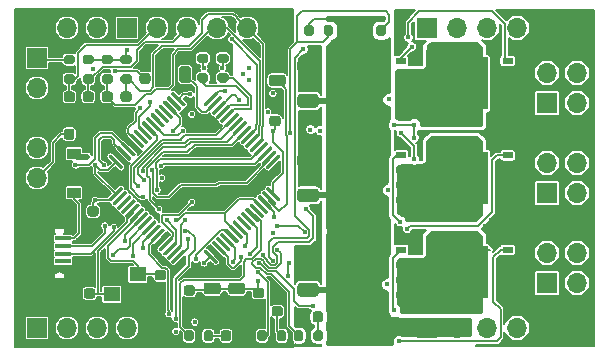
<source format=gbr>
%TF.GenerationSoftware,KiCad,Pcbnew,(5.1.12)-1*%
%TF.CreationDate,2022-01-31T23:19:20+01:00*%
%TF.ProjectId,xESC2,78455343-322e-46b6-9963-61645f706362,rev?*%
%TF.SameCoordinates,Original*%
%TF.FileFunction,Copper,L1,Top*%
%TF.FilePolarity,Positive*%
%FSLAX46Y46*%
G04 Gerber Fmt 4.6, Leading zero omitted, Abs format (unit mm)*
G04 Created by KiCad (PCBNEW (5.1.12)-1) date 2022-01-31 23:19:20*
%MOMM*%
%LPD*%
G01*
G04 APERTURE LIST*
%TA.AperFunction,SMDPad,CuDef*%
%ADD10R,1.400000X1.200000*%
%TD*%
%TA.AperFunction,ComponentPad*%
%ADD11O,1.700000X1.700000*%
%TD*%
%TA.AperFunction,ComponentPad*%
%ADD12R,1.700000X1.700000*%
%TD*%
%TA.AperFunction,ComponentPad*%
%ADD13O,1.700000X0.850000*%
%TD*%
%TA.AperFunction,SMDPad,CuDef*%
%ADD14R,1.600000X2.100000*%
%TD*%
%TA.AperFunction,SMDPad,CuDef*%
%ADD15R,1.900000X1.900000*%
%TD*%
%TA.AperFunction,SMDPad,CuDef*%
%ADD16R,1.350000X0.400000*%
%TD*%
%TA.AperFunction,SMDPad,CuDef*%
%ADD17R,1.200000X0.900000*%
%TD*%
%TA.AperFunction,SMDPad,CuDef*%
%ADD18R,4.550000X4.410000*%
%TD*%
%TA.AperFunction,SMDPad,CuDef*%
%ADD19R,0.850000X0.500000*%
%TD*%
%TA.AperFunction,ViaPad*%
%ADD20C,0.400000*%
%TD*%
%TA.AperFunction,Conductor*%
%ADD21C,0.127000*%
%TD*%
%TA.AperFunction,Conductor*%
%ADD22C,0.200000*%
%TD*%
%TA.AperFunction,Conductor*%
%ADD23C,0.500000*%
%TD*%
%TA.AperFunction,Conductor*%
%ADD24C,0.100000*%
%TD*%
%TA.AperFunction,Conductor*%
%ADD25C,0.300000*%
%TD*%
%TA.AperFunction,Conductor*%
%ADD26C,0.254000*%
%TD*%
G04 APERTURE END LIST*
%TO.P,C3,2*%
%TO.N,GND*%
%TA.AperFunction,SMDPad,CuDef*%
G36*
G01*
X254650001Y-109500000D02*
X253349999Y-109500000D01*
G75*
G02*
X253100000Y-109250001I0J249999D01*
G01*
X253100000Y-108599999D01*
G75*
G02*
X253349999Y-108350000I249999J0D01*
G01*
X254650001Y-108350000D01*
G75*
G02*
X254900000Y-108599999I0J-249999D01*
G01*
X254900000Y-109250001D01*
G75*
G02*
X254650001Y-109500000I-249999J0D01*
G01*
G37*
%TD.AperFunction*%
%TO.P,C3,1*%
%TO.N,/VM*%
%TA.AperFunction,SMDPad,CuDef*%
G36*
G01*
X254650001Y-112450000D02*
X253349999Y-112450000D01*
G75*
G02*
X253100000Y-112200001I0J249999D01*
G01*
X253100000Y-111549999D01*
G75*
G02*
X253349999Y-111300000I249999J0D01*
G01*
X254650001Y-111300000D01*
G75*
G02*
X254900000Y-111549999I0J-249999D01*
G01*
X254900000Y-112200001D01*
G75*
G02*
X254650001Y-112450000I-249999J0D01*
G01*
G37*
%TD.AperFunction*%
%TD*%
D10*
%TO.P,Y1,4*%
%TO.N,GND*%
X237400000Y-126550000D03*
%TO.P,Y1,3*%
%TO.N,Net-(C33-Pad1)*%
X239600000Y-126550000D03*
%TO.P,Y1,2*%
%TO.N,GND*%
X239600000Y-128250000D03*
%TO.P,Y1,1*%
%TO.N,Net-(C32-Pad1)*%
X237400000Y-128250000D03*
%TD*%
D11*
%TO.P,J10,6*%
%TO.N,GND*%
X276780000Y-131100000D03*
%TO.P,J10,5*%
X274240000Y-131100000D03*
%TO.P,J10,4*%
%TO.N,+5V*%
X271700000Y-131100000D03*
%TO.P,J10,3*%
X269160000Y-131100000D03*
%TO.P,J10,2*%
%TO.N,/VM*%
X266620000Y-131100000D03*
D12*
%TO.P,J10,1*%
X264080000Y-131100000D03*
%TD*%
D11*
%TO.P,J9,6*%
%TO.N,GND*%
X276780000Y-105700000D03*
%TO.P,J9,5*%
X274240000Y-105700000D03*
%TO.P,J9,4*%
%TO.N,+5V*%
X271700000Y-105700000D03*
%TO.P,J9,3*%
X269160000Y-105700000D03*
%TO.P,J9,2*%
%TO.N,/VM*%
X266620000Y-105700000D03*
D12*
%TO.P,J9,1*%
X264080000Y-105700000D03*
%TD*%
D11*
%TO.P,J8,4*%
%TO.N,Net-(C26-Pad1)*%
X276780000Y-109510000D03*
%TO.P,J8,3*%
X274240000Y-109510000D03*
%TO.P,J8,2*%
X276780000Y-112050000D03*
D12*
%TO.P,J8,1*%
X274240000Y-112050000D03*
%TD*%
D11*
%TO.P,J7,4*%
%TO.N,Net-(C25-Pad1)*%
X276780000Y-117130000D03*
%TO.P,J7,3*%
X274240000Y-117130000D03*
%TO.P,J7,2*%
X276780000Y-119670000D03*
D12*
%TO.P,J7,1*%
X274240000Y-119670000D03*
%TD*%
D11*
%TO.P,J6,4*%
%TO.N,Net-(C24-Pad1)*%
X276780000Y-124750000D03*
%TO.P,J6,3*%
X274240000Y-124750000D03*
%TO.P,J6,2*%
X276780000Y-127290000D03*
D12*
%TO.P,J6,1*%
X274240000Y-127290000D03*
%TD*%
%TO.P,U4,64*%
%TO.N,+3V3*%
%TA.AperFunction,SMDPad,CuDef*%
G36*
G01*
X238124428Y-117639860D02*
X237134478Y-116649910D01*
G75*
G02*
X237134478Y-116543844I53033J53033D01*
G01*
X237240544Y-116437778D01*
G75*
G02*
X237346610Y-116437778I53033J-53033D01*
G01*
X238336560Y-117427728D01*
G75*
G02*
X238336560Y-117533794I-53033J-53033D01*
G01*
X238230494Y-117639860D01*
G75*
G02*
X238124428Y-117639860I-53033J53033D01*
G01*
G37*
%TD.AperFunction*%
%TO.P,U4,63*%
%TO.N,GND*%
%TA.AperFunction,SMDPad,CuDef*%
G36*
G01*
X238477981Y-117286307D02*
X237488031Y-116296357D01*
G75*
G02*
X237488031Y-116190291I53033J53033D01*
G01*
X237594097Y-116084225D01*
G75*
G02*
X237700163Y-116084225I53033J-53033D01*
G01*
X238690113Y-117074175D01*
G75*
G02*
X238690113Y-117180241I-53033J-53033D01*
G01*
X238584047Y-117286307D01*
G75*
G02*
X238477981Y-117286307I-53033J53033D01*
G01*
G37*
%TD.AperFunction*%
%TO.P,U4,62*%
%TO.N,/MCU/CAN_TX*%
%TA.AperFunction,SMDPad,CuDef*%
G36*
G01*
X238831534Y-116932754D02*
X237841584Y-115942804D01*
G75*
G02*
X237841584Y-115836738I53033J53033D01*
G01*
X237947650Y-115730672D01*
G75*
G02*
X238053716Y-115730672I53033J-53033D01*
G01*
X239043666Y-116720622D01*
G75*
G02*
X239043666Y-116826688I-53033J-53033D01*
G01*
X238937600Y-116932754D01*
G75*
G02*
X238831534Y-116932754I-53033J53033D01*
G01*
G37*
%TD.AperFunction*%
%TO.P,U4,61*%
%TO.N,/MCU/CAN_RX*%
%TA.AperFunction,SMDPad,CuDef*%
G36*
G01*
X239185088Y-116579200D02*
X238195138Y-115589250D01*
G75*
G02*
X238195138Y-115483184I53033J53033D01*
G01*
X238301204Y-115377118D01*
G75*
G02*
X238407270Y-115377118I53033J-53033D01*
G01*
X239397220Y-116367068D01*
G75*
G02*
X239397220Y-116473134I-53033J-53033D01*
G01*
X239291154Y-116579200D01*
G75*
G02*
X239185088Y-116579200I-53033J53033D01*
G01*
G37*
%TD.AperFunction*%
%TO.P,U4,60*%
%TO.N,GND*%
%TA.AperFunction,SMDPad,CuDef*%
G36*
G01*
X239538641Y-116225647D02*
X238548691Y-115235697D01*
G75*
G02*
X238548691Y-115129631I53033J53033D01*
G01*
X238654757Y-115023565D01*
G75*
G02*
X238760823Y-115023565I53033J-53033D01*
G01*
X239750773Y-116013515D01*
G75*
G02*
X239750773Y-116119581I-53033J-53033D01*
G01*
X239644707Y-116225647D01*
G75*
G02*
X239538641Y-116225647I-53033J53033D01*
G01*
G37*
%TD.AperFunction*%
%TO.P,U4,59*%
%TO.N,/MCU/FAULT*%
%TA.AperFunction,SMDPad,CuDef*%
G36*
G01*
X239892195Y-115872093D02*
X238902245Y-114882143D01*
G75*
G02*
X238902245Y-114776077I53033J53033D01*
G01*
X239008311Y-114670011D01*
G75*
G02*
X239114377Y-114670011I53033J-53033D01*
G01*
X240104327Y-115659961D01*
G75*
G02*
X240104327Y-115766027I-53033J-53033D01*
G01*
X239998261Y-115872093D01*
G75*
G02*
X239892195Y-115872093I-53033J53033D01*
G01*
G37*
%TD.AperFunction*%
%TO.P,U4,58*%
%TO.N,N/C*%
%TA.AperFunction,SMDPad,CuDef*%
G36*
G01*
X240245748Y-115518540D02*
X239255798Y-114528590D01*
G75*
G02*
X239255798Y-114422524I53033J53033D01*
G01*
X239361864Y-114316458D01*
G75*
G02*
X239467930Y-114316458I53033J-53033D01*
G01*
X240457880Y-115306408D01*
G75*
G02*
X240457880Y-115412474I-53033J-53033D01*
G01*
X240351814Y-115518540D01*
G75*
G02*
X240245748Y-115518540I-53033J53033D01*
G01*
G37*
%TD.AperFunction*%
%TO.P,U4,57*%
%TO.N,/MCU/DRV_ENABLE*%
%TA.AperFunction,SMDPad,CuDef*%
G36*
G01*
X240599301Y-115164987D02*
X239609351Y-114175037D01*
G75*
G02*
X239609351Y-114068971I53033J53033D01*
G01*
X239715417Y-113962905D01*
G75*
G02*
X239821483Y-113962905I53033J-53033D01*
G01*
X240811433Y-114952855D01*
G75*
G02*
X240811433Y-115058921I-53033J-53033D01*
G01*
X240705367Y-115164987D01*
G75*
G02*
X240599301Y-115164987I-53033J53033D01*
G01*
G37*
%TD.AperFunction*%
%TO.P,U4,56*%
%TO.N,/MCU/DRV_MOSI*%
%TA.AperFunction,SMDPad,CuDef*%
G36*
G01*
X240952855Y-114811433D02*
X239962905Y-113821483D01*
G75*
G02*
X239962905Y-113715417I53033J53033D01*
G01*
X240068971Y-113609351D01*
G75*
G02*
X240175037Y-113609351I53033J-53033D01*
G01*
X241164987Y-114599301D01*
G75*
G02*
X241164987Y-114705367I-53033J-53033D01*
G01*
X241058921Y-114811433D01*
G75*
G02*
X240952855Y-114811433I-53033J53033D01*
G01*
G37*
%TD.AperFunction*%
%TO.P,U4,55*%
%TO.N,/MCU/DRV_MISO*%
%TA.AperFunction,SMDPad,CuDef*%
G36*
G01*
X241306408Y-114457880D02*
X240316458Y-113467930D01*
G75*
G02*
X240316458Y-113361864I53033J53033D01*
G01*
X240422524Y-113255798D01*
G75*
G02*
X240528590Y-113255798I53033J-53033D01*
G01*
X241518540Y-114245748D01*
G75*
G02*
X241518540Y-114351814I-53033J-53033D01*
G01*
X241412474Y-114457880D01*
G75*
G02*
X241306408Y-114457880I-53033J53033D01*
G01*
G37*
%TD.AperFunction*%
%TO.P,U4,54*%
%TO.N,N/C*%
%TA.AperFunction,SMDPad,CuDef*%
G36*
G01*
X241659961Y-114104327D02*
X240670011Y-113114377D01*
G75*
G02*
X240670011Y-113008311I53033J53033D01*
G01*
X240776077Y-112902245D01*
G75*
G02*
X240882143Y-112902245I53033J-53033D01*
G01*
X241872093Y-113892195D01*
G75*
G02*
X241872093Y-113998261I-53033J-53033D01*
G01*
X241766027Y-114104327D01*
G75*
G02*
X241659961Y-114104327I-53033J53033D01*
G01*
G37*
%TD.AperFunction*%
%TO.P,U4,53*%
%TA.AperFunction,SMDPad,CuDef*%
G36*
G01*
X242013515Y-113750773D02*
X241023565Y-112760823D01*
G75*
G02*
X241023565Y-112654757I53033J53033D01*
G01*
X241129631Y-112548691D01*
G75*
G02*
X241235697Y-112548691I53033J-53033D01*
G01*
X242225647Y-113538641D01*
G75*
G02*
X242225647Y-113644707I-53033J-53033D01*
G01*
X242119581Y-113750773D01*
G75*
G02*
X242013515Y-113750773I-53033J53033D01*
G01*
G37*
%TD.AperFunction*%
%TO.P,U4,52*%
%TA.AperFunction,SMDPad,CuDef*%
G36*
G01*
X242367068Y-113397220D02*
X241377118Y-112407270D01*
G75*
G02*
X241377118Y-112301204I53033J53033D01*
G01*
X241483184Y-112195138D01*
G75*
G02*
X241589250Y-112195138I53033J-53033D01*
G01*
X242579200Y-113185088D01*
G75*
G02*
X242579200Y-113291154I-53033J-53033D01*
G01*
X242473134Y-113397220D01*
G75*
G02*
X242367068Y-113397220I-53033J53033D01*
G01*
G37*
%TD.AperFunction*%
%TO.P,U4,51*%
%TO.N,/MCU/DRV_SCK*%
%TA.AperFunction,SMDPad,CuDef*%
G36*
G01*
X242720622Y-113043666D02*
X241730672Y-112053716D01*
G75*
G02*
X241730672Y-111947650I53033J53033D01*
G01*
X241836738Y-111841584D01*
G75*
G02*
X241942804Y-111841584I53033J-53033D01*
G01*
X242932754Y-112831534D01*
G75*
G02*
X242932754Y-112937600I-53033J-53033D01*
G01*
X242826688Y-113043666D01*
G75*
G02*
X242720622Y-113043666I-53033J53033D01*
G01*
G37*
%TD.AperFunction*%
%TO.P,U4,50*%
%TO.N,N/C*%
%TA.AperFunction,SMDPad,CuDef*%
G36*
G01*
X243074175Y-112690113D02*
X242084225Y-111700163D01*
G75*
G02*
X242084225Y-111594097I53033J53033D01*
G01*
X242190291Y-111488031D01*
G75*
G02*
X242296357Y-111488031I53033J-53033D01*
G01*
X243286307Y-112477981D01*
G75*
G02*
X243286307Y-112584047I-53033J-53033D01*
G01*
X243180241Y-112690113D01*
G75*
G02*
X243074175Y-112690113I-53033J53033D01*
G01*
G37*
%TD.AperFunction*%
%TO.P,U4,49*%
%TO.N,/MCU/SWDCLK*%
%TA.AperFunction,SMDPad,CuDef*%
G36*
G01*
X243427728Y-112336560D02*
X242437778Y-111346610D01*
G75*
G02*
X242437778Y-111240544I53033J53033D01*
G01*
X242543844Y-111134478D01*
G75*
G02*
X242649910Y-111134478I53033J-53033D01*
G01*
X243639860Y-112124428D01*
G75*
G02*
X243639860Y-112230494I-53033J-53033D01*
G01*
X243533794Y-112336560D01*
G75*
G02*
X243427728Y-112336560I-53033J53033D01*
G01*
G37*
%TD.AperFunction*%
%TO.P,U4,48*%
%TO.N,+3V3*%
%TA.AperFunction,SMDPad,CuDef*%
G36*
G01*
X245266206Y-112336560D02*
X245160140Y-112230494D01*
G75*
G02*
X245160140Y-112124428I53033J53033D01*
G01*
X246150090Y-111134478D01*
G75*
G02*
X246256156Y-111134478I53033J-53033D01*
G01*
X246362222Y-111240544D01*
G75*
G02*
X246362222Y-111346610I-53033J-53033D01*
G01*
X245372272Y-112336560D01*
G75*
G02*
X245266206Y-112336560I-53033J53033D01*
G01*
G37*
%TD.AperFunction*%
%TO.P,U4,47*%
%TO.N,Net-(C36-Pad2)*%
%TA.AperFunction,SMDPad,CuDef*%
G36*
G01*
X245619759Y-112690113D02*
X245513693Y-112584047D01*
G75*
G02*
X245513693Y-112477981I53033J53033D01*
G01*
X246503643Y-111488031D01*
G75*
G02*
X246609709Y-111488031I53033J-53033D01*
G01*
X246715775Y-111594097D01*
G75*
G02*
X246715775Y-111700163I-53033J-53033D01*
G01*
X245725825Y-112690113D01*
G75*
G02*
X245619759Y-112690113I-53033J53033D01*
G01*
G37*
%TD.AperFunction*%
%TO.P,U4,46*%
%TO.N,/MCU/SWDIO*%
%TA.AperFunction,SMDPad,CuDef*%
G36*
G01*
X245973312Y-113043666D02*
X245867246Y-112937600D01*
G75*
G02*
X245867246Y-112831534I53033J53033D01*
G01*
X246857196Y-111841584D01*
G75*
G02*
X246963262Y-111841584I53033J-53033D01*
G01*
X247069328Y-111947650D01*
G75*
G02*
X247069328Y-112053716I-53033J-53033D01*
G01*
X246079378Y-113043666D01*
G75*
G02*
X245973312Y-113043666I-53033J53033D01*
G01*
G37*
%TD.AperFunction*%
%TO.P,U4,45*%
%TO.N,/USB_DP*%
%TA.AperFunction,SMDPad,CuDef*%
G36*
G01*
X246326866Y-113397220D02*
X246220800Y-113291154D01*
G75*
G02*
X246220800Y-113185088I53033J53033D01*
G01*
X247210750Y-112195138D01*
G75*
G02*
X247316816Y-112195138I53033J-53033D01*
G01*
X247422882Y-112301204D01*
G75*
G02*
X247422882Y-112407270I-53033J-53033D01*
G01*
X246432932Y-113397220D01*
G75*
G02*
X246326866Y-113397220I-53033J53033D01*
G01*
G37*
%TD.AperFunction*%
%TO.P,U4,44*%
%TO.N,/USB_DM*%
%TA.AperFunction,SMDPad,CuDef*%
G36*
G01*
X246680419Y-113750773D02*
X246574353Y-113644707D01*
G75*
G02*
X246574353Y-113538641I53033J53033D01*
G01*
X247564303Y-112548691D01*
G75*
G02*
X247670369Y-112548691I53033J-53033D01*
G01*
X247776435Y-112654757D01*
G75*
G02*
X247776435Y-112760823I-53033J-53033D01*
G01*
X246786485Y-113750773D01*
G75*
G02*
X246680419Y-113750773I-53033J53033D01*
G01*
G37*
%TD.AperFunction*%
%TO.P,U4,43*%
%TO.N,/MCU/UH*%
%TA.AperFunction,SMDPad,CuDef*%
G36*
G01*
X247033973Y-114104327D02*
X246927907Y-113998261D01*
G75*
G02*
X246927907Y-113892195I53033J53033D01*
G01*
X247917857Y-112902245D01*
G75*
G02*
X248023923Y-112902245I53033J-53033D01*
G01*
X248129989Y-113008311D01*
G75*
G02*
X248129989Y-113114377I-53033J-53033D01*
G01*
X247140039Y-114104327D01*
G75*
G02*
X247033973Y-114104327I-53033J53033D01*
G01*
G37*
%TD.AperFunction*%
%TO.P,U4,42*%
%TO.N,/MCU/VH*%
%TA.AperFunction,SMDPad,CuDef*%
G36*
G01*
X247387526Y-114457880D02*
X247281460Y-114351814D01*
G75*
G02*
X247281460Y-114245748I53033J53033D01*
G01*
X248271410Y-113255798D01*
G75*
G02*
X248377476Y-113255798I53033J-53033D01*
G01*
X248483542Y-113361864D01*
G75*
G02*
X248483542Y-113467930I-53033J-53033D01*
G01*
X247493592Y-114457880D01*
G75*
G02*
X247387526Y-114457880I-53033J53033D01*
G01*
G37*
%TD.AperFunction*%
%TO.P,U4,41*%
%TO.N,/MCU/WH*%
%TA.AperFunction,SMDPad,CuDef*%
G36*
G01*
X247741079Y-114811433D02*
X247635013Y-114705367D01*
G75*
G02*
X247635013Y-114599301I53033J53033D01*
G01*
X248624963Y-113609351D01*
G75*
G02*
X248731029Y-113609351I53033J-53033D01*
G01*
X248837095Y-113715417D01*
G75*
G02*
X248837095Y-113821483I-53033J-53033D01*
G01*
X247847145Y-114811433D01*
G75*
G02*
X247741079Y-114811433I-53033J53033D01*
G01*
G37*
%TD.AperFunction*%
%TO.P,U4,40*%
%TO.N,/MCU/DRV_NCS*%
%TA.AperFunction,SMDPad,CuDef*%
G36*
G01*
X248094633Y-115164987D02*
X247988567Y-115058921D01*
G75*
G02*
X247988567Y-114952855I53033J53033D01*
G01*
X248978517Y-113962905D01*
G75*
G02*
X249084583Y-113962905I53033J-53033D01*
G01*
X249190649Y-114068971D01*
G75*
G02*
X249190649Y-114175037I-53033J-53033D01*
G01*
X248200699Y-115164987D01*
G75*
G02*
X248094633Y-115164987I-53033J53033D01*
G01*
G37*
%TD.AperFunction*%
%TO.P,U4,39*%
%TO.N,/HALL1*%
%TA.AperFunction,SMDPad,CuDef*%
G36*
G01*
X248448186Y-115518540D02*
X248342120Y-115412474D01*
G75*
G02*
X248342120Y-115306408I53033J53033D01*
G01*
X249332070Y-114316458D01*
G75*
G02*
X249438136Y-114316458I53033J-53033D01*
G01*
X249544202Y-114422524D01*
G75*
G02*
X249544202Y-114528590I-53033J-53033D01*
G01*
X248554252Y-115518540D01*
G75*
G02*
X248448186Y-115518540I-53033J53033D01*
G01*
G37*
%TD.AperFunction*%
%TO.P,U4,38*%
%TO.N,/HALL2*%
%TA.AperFunction,SMDPad,CuDef*%
G36*
G01*
X248801739Y-115872093D02*
X248695673Y-115766027D01*
G75*
G02*
X248695673Y-115659961I53033J53033D01*
G01*
X249685623Y-114670011D01*
G75*
G02*
X249791689Y-114670011I53033J-53033D01*
G01*
X249897755Y-114776077D01*
G75*
G02*
X249897755Y-114882143I-53033J-53033D01*
G01*
X248907805Y-115872093D01*
G75*
G02*
X248801739Y-115872093I-53033J53033D01*
G01*
G37*
%TD.AperFunction*%
%TO.P,U4,37*%
%TO.N,/HALL3*%
%TA.AperFunction,SMDPad,CuDef*%
G36*
G01*
X249155293Y-116225647D02*
X249049227Y-116119581D01*
G75*
G02*
X249049227Y-116013515I53033J53033D01*
G01*
X250039177Y-115023565D01*
G75*
G02*
X250145243Y-115023565I53033J-53033D01*
G01*
X250251309Y-115129631D01*
G75*
G02*
X250251309Y-115235697I-53033J-53033D01*
G01*
X249261359Y-116225647D01*
G75*
G02*
X249155293Y-116225647I-53033J53033D01*
G01*
G37*
%TD.AperFunction*%
%TO.P,U4,36*%
%TO.N,/MCU/UL*%
%TA.AperFunction,SMDPad,CuDef*%
G36*
G01*
X249508846Y-116579200D02*
X249402780Y-116473134D01*
G75*
G02*
X249402780Y-116367068I53033J53033D01*
G01*
X250392730Y-115377118D01*
G75*
G02*
X250498796Y-115377118I53033J-53033D01*
G01*
X250604862Y-115483184D01*
G75*
G02*
X250604862Y-115589250I-53033J-53033D01*
G01*
X249614912Y-116579200D01*
G75*
G02*
X249508846Y-116579200I-53033J53033D01*
G01*
G37*
%TD.AperFunction*%
%TO.P,U4,35*%
%TO.N,/MCU/VL*%
%TA.AperFunction,SMDPad,CuDef*%
G36*
G01*
X249862400Y-116932754D02*
X249756334Y-116826688D01*
G75*
G02*
X249756334Y-116720622I53033J53033D01*
G01*
X250746284Y-115730672D01*
G75*
G02*
X250852350Y-115730672I53033J-53033D01*
G01*
X250958416Y-115836738D01*
G75*
G02*
X250958416Y-115942804I-53033J-53033D01*
G01*
X249968466Y-116932754D01*
G75*
G02*
X249862400Y-116932754I-53033J53033D01*
G01*
G37*
%TD.AperFunction*%
%TO.P,U4,34*%
%TO.N,/MCU/WL*%
%TA.AperFunction,SMDPad,CuDef*%
G36*
G01*
X250215953Y-117286307D02*
X250109887Y-117180241D01*
G75*
G02*
X250109887Y-117074175I53033J53033D01*
G01*
X251099837Y-116084225D01*
G75*
G02*
X251205903Y-116084225I53033J-53033D01*
G01*
X251311969Y-116190291D01*
G75*
G02*
X251311969Y-116296357I-53033J-53033D01*
G01*
X250322019Y-117286307D01*
G75*
G02*
X250215953Y-117286307I-53033J53033D01*
G01*
G37*
%TD.AperFunction*%
%TO.P,U4,33*%
%TO.N,N/C*%
%TA.AperFunction,SMDPad,CuDef*%
G36*
G01*
X250569506Y-117639860D02*
X250463440Y-117533794D01*
G75*
G02*
X250463440Y-117427728I53033J53033D01*
G01*
X251453390Y-116437778D01*
G75*
G02*
X251559456Y-116437778I53033J-53033D01*
G01*
X251665522Y-116543844D01*
G75*
G02*
X251665522Y-116649910I-53033J-53033D01*
G01*
X250675572Y-117639860D01*
G75*
G02*
X250569506Y-117639860I-53033J53033D01*
G01*
G37*
%TD.AperFunction*%
%TO.P,U4,32*%
%TO.N,+3V3*%
%TA.AperFunction,SMDPad,CuDef*%
G36*
G01*
X251453390Y-120362222D02*
X250463440Y-119372272D01*
G75*
G02*
X250463440Y-119266206I53033J53033D01*
G01*
X250569506Y-119160140D01*
G75*
G02*
X250675572Y-119160140I53033J-53033D01*
G01*
X251665522Y-120150090D01*
G75*
G02*
X251665522Y-120256156I-53033J-53033D01*
G01*
X251559456Y-120362222D01*
G75*
G02*
X251453390Y-120362222I-53033J53033D01*
G01*
G37*
%TD.AperFunction*%
%TO.P,U4,31*%
%TO.N,Net-(C35-Pad2)*%
%TA.AperFunction,SMDPad,CuDef*%
G36*
G01*
X251099837Y-120715775D02*
X250109887Y-119725825D01*
G75*
G02*
X250109887Y-119619759I53033J53033D01*
G01*
X250215953Y-119513693D01*
G75*
G02*
X250322019Y-119513693I53033J-53033D01*
G01*
X251311969Y-120503643D01*
G75*
G02*
X251311969Y-120609709I-53033J-53033D01*
G01*
X251205903Y-120715775D01*
G75*
G02*
X251099837Y-120715775I-53033J53033D01*
G01*
G37*
%TD.AperFunction*%
%TO.P,U4,30*%
%TO.N,/MCU/RX_NCS_EXT*%
%TA.AperFunction,SMDPad,CuDef*%
G36*
G01*
X250746284Y-121069328D02*
X249756334Y-120079378D01*
G75*
G02*
X249756334Y-119973312I53033J53033D01*
G01*
X249862400Y-119867246D01*
G75*
G02*
X249968466Y-119867246I53033J-53033D01*
G01*
X250958416Y-120857196D01*
G75*
G02*
X250958416Y-120963262I-53033J-53033D01*
G01*
X250852350Y-121069328D01*
G75*
G02*
X250746284Y-121069328I-53033J53033D01*
G01*
G37*
%TD.AperFunction*%
%TO.P,U4,29*%
%TO.N,/MCU/TX_MOSI_EXT*%
%TA.AperFunction,SMDPad,CuDef*%
G36*
G01*
X250392730Y-121422882D02*
X249402780Y-120432932D01*
G75*
G02*
X249402780Y-120326866I53033J53033D01*
G01*
X249508846Y-120220800D01*
G75*
G02*
X249614912Y-120220800I53033J-53033D01*
G01*
X250604862Y-121210750D01*
G75*
G02*
X250604862Y-121316816I-53033J-53033D01*
G01*
X250498796Y-121422882D01*
G75*
G02*
X250392730Y-121422882I-53033J53033D01*
G01*
G37*
%TD.AperFunction*%
%TO.P,U4,28*%
%TO.N,N/C*%
%TA.AperFunction,SMDPad,CuDef*%
G36*
G01*
X250039177Y-121776435D02*
X249049227Y-120786485D01*
G75*
G02*
X249049227Y-120680419I53033J53033D01*
G01*
X249155293Y-120574353D01*
G75*
G02*
X249261359Y-120574353I53033J-53033D01*
G01*
X250251309Y-121564303D01*
G75*
G02*
X250251309Y-121670369I-53033J-53033D01*
G01*
X250145243Y-121776435D01*
G75*
G02*
X250039177Y-121776435I-53033J53033D01*
G01*
G37*
%TD.AperFunction*%
%TO.P,U4,27*%
%TO.N,/LED_RED*%
%TA.AperFunction,SMDPad,CuDef*%
G36*
G01*
X249685623Y-122129989D02*
X248695673Y-121140039D01*
G75*
G02*
X248695673Y-121033973I53033J53033D01*
G01*
X248801739Y-120927907D01*
G75*
G02*
X248907805Y-120927907I53033J-53033D01*
G01*
X249897755Y-121917857D01*
G75*
G02*
X249897755Y-122023923I-53033J-53033D01*
G01*
X249791689Y-122129989D01*
G75*
G02*
X249685623Y-122129989I-53033J53033D01*
G01*
G37*
%TD.AperFunction*%
%TO.P,U4,26*%
%TO.N,/LED_GREEN*%
%TA.AperFunction,SMDPad,CuDef*%
G36*
G01*
X249332070Y-122483542D02*
X248342120Y-121493592D01*
G75*
G02*
X248342120Y-121387526I53033J53033D01*
G01*
X248448186Y-121281460D01*
G75*
G02*
X248554252Y-121281460I53033J-53033D01*
G01*
X249544202Y-122271410D01*
G75*
G02*
X249544202Y-122377476I-53033J-53033D01*
G01*
X249438136Y-122483542D01*
G75*
G02*
X249332070Y-122483542I-53033J53033D01*
G01*
G37*
%TD.AperFunction*%
%TO.P,U4,25*%
%TO.N,N/C*%
%TA.AperFunction,SMDPad,CuDef*%
G36*
G01*
X248978517Y-122837095D02*
X247988567Y-121847145D01*
G75*
G02*
X247988567Y-121741079I53033J53033D01*
G01*
X248094633Y-121635013D01*
G75*
G02*
X248200699Y-121635013I53033J-53033D01*
G01*
X249190649Y-122624963D01*
G75*
G02*
X249190649Y-122731029I-53033J-53033D01*
G01*
X249084583Y-122837095D01*
G75*
G02*
X248978517Y-122837095I-53033J53033D01*
G01*
G37*
%TD.AperFunction*%
%TO.P,U4,24*%
%TO.N,/TEMP_MOTOR*%
%TA.AperFunction,SMDPad,CuDef*%
G36*
G01*
X248624963Y-123190649D02*
X247635013Y-122200699D01*
G75*
G02*
X247635013Y-122094633I53033J53033D01*
G01*
X247741079Y-121988567D01*
G75*
G02*
X247847145Y-121988567I53033J-53033D01*
G01*
X248837095Y-122978517D01*
G75*
G02*
X248837095Y-123084583I-53033J-53033D01*
G01*
X248731029Y-123190649D01*
G75*
G02*
X248624963Y-123190649I-53033J53033D01*
G01*
G37*
%TD.AperFunction*%
%TO.P,U4,23*%
%TO.N,/MCU/TX_MOSI_EXT*%
%TA.AperFunction,SMDPad,CuDef*%
G36*
G01*
X248271410Y-123544202D02*
X247281460Y-122554252D01*
G75*
G02*
X247281460Y-122448186I53033J53033D01*
G01*
X247387526Y-122342120D01*
G75*
G02*
X247493592Y-122342120I53033J-53033D01*
G01*
X248483542Y-123332070D01*
G75*
G02*
X248483542Y-123438136I-53033J-53033D01*
G01*
X248377476Y-123544202D01*
G75*
G02*
X248271410Y-123544202I-53033J53033D01*
G01*
G37*
%TD.AperFunction*%
%TO.P,U4,22*%
%TO.N,/MCU/MISO_EXT*%
%TA.AperFunction,SMDPad,CuDef*%
G36*
G01*
X247917857Y-123897755D02*
X246927907Y-122907805D01*
G75*
G02*
X246927907Y-122801739I53033J53033D01*
G01*
X247033973Y-122695673D01*
G75*
G02*
X247140039Y-122695673I53033J-53033D01*
G01*
X248129989Y-123685623D01*
G75*
G02*
X248129989Y-123791689I-53033J-53033D01*
G01*
X248023923Y-123897755D01*
G75*
G02*
X247917857Y-123897755I-53033J53033D01*
G01*
G37*
%TD.AperFunction*%
%TO.P,U4,21*%
%TO.N,/MCU/SCK_EXT*%
%TA.AperFunction,SMDPad,CuDef*%
G36*
G01*
X247564303Y-124251309D02*
X246574353Y-123261359D01*
G75*
G02*
X246574353Y-123155293I53033J53033D01*
G01*
X246680419Y-123049227D01*
G75*
G02*
X246786485Y-123049227I53033J-53033D01*
G01*
X247776435Y-124039177D01*
G75*
G02*
X247776435Y-124145243I-53033J-53033D01*
G01*
X247670369Y-124251309D01*
G75*
G02*
X247564303Y-124251309I-53033J53033D01*
G01*
G37*
%TD.AperFunction*%
%TO.P,U4,20*%
%TO.N,N/C*%
%TA.AperFunction,SMDPad,CuDef*%
G36*
G01*
X247210750Y-124604862D02*
X246220800Y-123614912D01*
G75*
G02*
X246220800Y-123508846I53033J53033D01*
G01*
X246326866Y-123402780D01*
G75*
G02*
X246432932Y-123402780I53033J-53033D01*
G01*
X247422882Y-124392730D01*
G75*
G02*
X247422882Y-124498796I-53033J-53033D01*
G01*
X247316816Y-124604862D01*
G75*
G02*
X247210750Y-124604862I-53033J53033D01*
G01*
G37*
%TD.AperFunction*%
%TO.P,U4,19*%
%TO.N,+3V3*%
%TA.AperFunction,SMDPad,CuDef*%
G36*
G01*
X246857196Y-124958416D02*
X245867246Y-123968466D01*
G75*
G02*
X245867246Y-123862400I53033J53033D01*
G01*
X245973312Y-123756334D01*
G75*
G02*
X246079378Y-123756334I53033J-53033D01*
G01*
X247069328Y-124746284D01*
G75*
G02*
X247069328Y-124852350I-53033J-53033D01*
G01*
X246963262Y-124958416D01*
G75*
G02*
X246857196Y-124958416I-53033J53033D01*
G01*
G37*
%TD.AperFunction*%
%TO.P,U4,18*%
%TO.N,GND*%
%TA.AperFunction,SMDPad,CuDef*%
G36*
G01*
X246503643Y-125311969D02*
X245513693Y-124322019D01*
G75*
G02*
X245513693Y-124215953I53033J53033D01*
G01*
X245619759Y-124109887D01*
G75*
G02*
X245725825Y-124109887I53033J-53033D01*
G01*
X246715775Y-125099837D01*
G75*
G02*
X246715775Y-125205903I-53033J-53033D01*
G01*
X246609709Y-125311969D01*
G75*
G02*
X246503643Y-125311969I-53033J53033D01*
G01*
G37*
%TD.AperFunction*%
%TO.P,U4,17*%
%TO.N,/PCB_TEMP*%
%TA.AperFunction,SMDPad,CuDef*%
G36*
G01*
X246150090Y-125665522D02*
X245160140Y-124675572D01*
G75*
G02*
X245160140Y-124569506I53033J53033D01*
G01*
X245266206Y-124463440D01*
G75*
G02*
X245372272Y-124463440I53033J-53033D01*
G01*
X246362222Y-125453390D01*
G75*
G02*
X246362222Y-125559456I-53033J-53033D01*
G01*
X246256156Y-125665522D01*
G75*
G02*
X246150090Y-125665522I-53033J53033D01*
G01*
G37*
%TD.AperFunction*%
%TO.P,U4,16*%
%TO.N,/PHASE_U_FILTERED*%
%TA.AperFunction,SMDPad,CuDef*%
G36*
G01*
X242543844Y-125665522D02*
X242437778Y-125559456D01*
G75*
G02*
X242437778Y-125453390I53033J53033D01*
G01*
X243427728Y-124463440D01*
G75*
G02*
X243533794Y-124463440I53033J-53033D01*
G01*
X243639860Y-124569506D01*
G75*
G02*
X243639860Y-124675572I-53033J-53033D01*
G01*
X242649910Y-125665522D01*
G75*
G02*
X242543844Y-125665522I-53033J53033D01*
G01*
G37*
%TD.AperFunction*%
%TO.P,U4,15*%
%TO.N,/PHASE_V_FILTERED*%
%TA.AperFunction,SMDPad,CuDef*%
G36*
G01*
X242190291Y-125311969D02*
X242084225Y-125205903D01*
G75*
G02*
X242084225Y-125099837I53033J53033D01*
G01*
X243074175Y-124109887D01*
G75*
G02*
X243180241Y-124109887I53033J-53033D01*
G01*
X243286307Y-124215953D01*
G75*
G02*
X243286307Y-124322019I-53033J-53033D01*
G01*
X242296357Y-125311969D01*
G75*
G02*
X242190291Y-125311969I-53033J53033D01*
G01*
G37*
%TD.AperFunction*%
%TO.P,U4,14*%
%TO.N,/PHASE_W_FILTERED*%
%TA.AperFunction,SMDPad,CuDef*%
G36*
G01*
X241836738Y-124958416D02*
X241730672Y-124852350D01*
G75*
G02*
X241730672Y-124746284I53033J53033D01*
G01*
X242720622Y-123756334D01*
G75*
G02*
X242826688Y-123756334I53033J-53033D01*
G01*
X242932754Y-123862400D01*
G75*
G02*
X242932754Y-123968466I-53033J-53033D01*
G01*
X241942804Y-124958416D01*
G75*
G02*
X241836738Y-124958416I-53033J53033D01*
G01*
G37*
%TD.AperFunction*%
%TO.P,U4,13*%
%TO.N,+3V3*%
%TA.AperFunction,SMDPad,CuDef*%
G36*
G01*
X241483184Y-124604862D02*
X241377118Y-124498796D01*
G75*
G02*
X241377118Y-124392730I53033J53033D01*
G01*
X242367068Y-123402780D01*
G75*
G02*
X242473134Y-123402780I53033J-53033D01*
G01*
X242579200Y-123508846D01*
G75*
G02*
X242579200Y-123614912I-53033J-53033D01*
G01*
X241589250Y-124604862D01*
G75*
G02*
X241483184Y-124604862I-53033J53033D01*
G01*
G37*
%TD.AperFunction*%
%TO.P,U4,12*%
%TO.N,GND*%
%TA.AperFunction,SMDPad,CuDef*%
G36*
G01*
X241129631Y-124251309D02*
X241023565Y-124145243D01*
G75*
G02*
X241023565Y-124039177I53033J53033D01*
G01*
X242013515Y-123049227D01*
G75*
G02*
X242119581Y-123049227I53033J-53033D01*
G01*
X242225647Y-123155293D01*
G75*
G02*
X242225647Y-123261359I-53033J-53033D01*
G01*
X241235697Y-124251309D01*
G75*
G02*
X241129631Y-124251309I-53033J53033D01*
G01*
G37*
%TD.AperFunction*%
%TO.P,U4,11*%
%TO.N,/V_M_FILTERED*%
%TA.AperFunction,SMDPad,CuDef*%
G36*
G01*
X240776077Y-123897755D02*
X240670011Y-123791689D01*
G75*
G02*
X240670011Y-123685623I53033J53033D01*
G01*
X241659961Y-122695673D01*
G75*
G02*
X241766027Y-122695673I53033J-53033D01*
G01*
X241872093Y-122801739D01*
G75*
G02*
X241872093Y-122907805I-53033J-53033D01*
G01*
X240882143Y-123897755D01*
G75*
G02*
X240776077Y-123897755I-53033J53033D01*
G01*
G37*
%TD.AperFunction*%
%TO.P,U4,10*%
%TO.N,/CUR_U*%
%TA.AperFunction,SMDPad,CuDef*%
G36*
G01*
X240422524Y-123544202D02*
X240316458Y-123438136D01*
G75*
G02*
X240316458Y-123332070I53033J53033D01*
G01*
X241306408Y-122342120D01*
G75*
G02*
X241412474Y-122342120I53033J-53033D01*
G01*
X241518540Y-122448186D01*
G75*
G02*
X241518540Y-122554252I-53033J-53033D01*
G01*
X240528590Y-123544202D01*
G75*
G02*
X240422524Y-123544202I-53033J53033D01*
G01*
G37*
%TD.AperFunction*%
%TO.P,U4,9*%
%TO.N,/CUR_V*%
%TA.AperFunction,SMDPad,CuDef*%
G36*
G01*
X240068971Y-123190649D02*
X239962905Y-123084583D01*
G75*
G02*
X239962905Y-122978517I53033J53033D01*
G01*
X240952855Y-121988567D01*
G75*
G02*
X241058921Y-121988567I53033J-53033D01*
G01*
X241164987Y-122094633D01*
G75*
G02*
X241164987Y-122200699I-53033J-53033D01*
G01*
X240175037Y-123190649D01*
G75*
G02*
X240068971Y-123190649I-53033J53033D01*
G01*
G37*
%TD.AperFunction*%
%TO.P,U4,8*%
%TO.N,/CUR_W*%
%TA.AperFunction,SMDPad,CuDef*%
G36*
G01*
X239715417Y-122837095D02*
X239609351Y-122731029D01*
G75*
G02*
X239609351Y-122624963I53033J53033D01*
G01*
X240599301Y-121635013D01*
G75*
G02*
X240705367Y-121635013I53033J-53033D01*
G01*
X240811433Y-121741079D01*
G75*
G02*
X240811433Y-121847145I-53033J-53033D01*
G01*
X239821483Y-122837095D01*
G75*
G02*
X239715417Y-122837095I-53033J53033D01*
G01*
G37*
%TD.AperFunction*%
%TO.P,U4,7*%
%TO.N,/MCU/Reset*%
%TA.AperFunction,SMDPad,CuDef*%
G36*
G01*
X239361864Y-122483542D02*
X239255798Y-122377476D01*
G75*
G02*
X239255798Y-122271410I53033J53033D01*
G01*
X240245748Y-121281460D01*
G75*
G02*
X240351814Y-121281460I53033J-53033D01*
G01*
X240457880Y-121387526D01*
G75*
G02*
X240457880Y-121493592I-53033J-53033D01*
G01*
X239467930Y-122483542D01*
G75*
G02*
X239361864Y-122483542I-53033J53033D01*
G01*
G37*
%TD.AperFunction*%
%TO.P,U4,6*%
%TO.N,Net-(C33-Pad1)*%
%TA.AperFunction,SMDPad,CuDef*%
G36*
G01*
X239008311Y-122129989D02*
X238902245Y-122023923D01*
G75*
G02*
X238902245Y-121917857I53033J53033D01*
G01*
X239892195Y-120927907D01*
G75*
G02*
X239998261Y-120927907I53033J-53033D01*
G01*
X240104327Y-121033973D01*
G75*
G02*
X240104327Y-121140039I-53033J-53033D01*
G01*
X239114377Y-122129989D01*
G75*
G02*
X239008311Y-122129989I-53033J53033D01*
G01*
G37*
%TD.AperFunction*%
%TO.P,U4,5*%
%TO.N,Net-(C32-Pad1)*%
%TA.AperFunction,SMDPad,CuDef*%
G36*
G01*
X238654757Y-121776435D02*
X238548691Y-121670369D01*
G75*
G02*
X238548691Y-121564303I53033J53033D01*
G01*
X239538641Y-120574353D01*
G75*
G02*
X239644707Y-120574353I53033J-53033D01*
G01*
X239750773Y-120680419D01*
G75*
G02*
X239750773Y-120786485I-53033J-53033D01*
G01*
X238760823Y-121776435D01*
G75*
G02*
X238654757Y-121776435I-53033J53033D01*
G01*
G37*
%TD.AperFunction*%
%TO.P,U4,4*%
%TO.N,N/C*%
%TA.AperFunction,SMDPad,CuDef*%
G36*
G01*
X238301204Y-121422882D02*
X238195138Y-121316816D01*
G75*
G02*
X238195138Y-121210750I53033J53033D01*
G01*
X239185088Y-120220800D01*
G75*
G02*
X239291154Y-120220800I53033J-53033D01*
G01*
X239397220Y-120326866D01*
G75*
G02*
X239397220Y-120432932I-53033J-53033D01*
G01*
X238407270Y-121422882D01*
G75*
G02*
X238301204Y-121422882I-53033J53033D01*
G01*
G37*
%TD.AperFunction*%
%TO.P,U4,3*%
%TA.AperFunction,SMDPad,CuDef*%
G36*
G01*
X237947650Y-121069328D02*
X237841584Y-120963262D01*
G75*
G02*
X237841584Y-120857196I53033J53033D01*
G01*
X238831534Y-119867246D01*
G75*
G02*
X238937600Y-119867246I53033J-53033D01*
G01*
X239043666Y-119973312D01*
G75*
G02*
X239043666Y-120079378I-53033J-53033D01*
G01*
X238053716Y-121069328D01*
G75*
G02*
X237947650Y-121069328I-53033J53033D01*
G01*
G37*
%TD.AperFunction*%
%TO.P,U4,2*%
%TA.AperFunction,SMDPad,CuDef*%
G36*
G01*
X237594097Y-120715775D02*
X237488031Y-120609709D01*
G75*
G02*
X237488031Y-120503643I53033J53033D01*
G01*
X238477981Y-119513693D01*
G75*
G02*
X238584047Y-119513693I53033J-53033D01*
G01*
X238690113Y-119619759D01*
G75*
G02*
X238690113Y-119725825I-53033J-53033D01*
G01*
X237700163Y-120715775D01*
G75*
G02*
X237594097Y-120715775I-53033J53033D01*
G01*
G37*
%TD.AperFunction*%
%TO.P,U4,1*%
%TO.N,+3V3*%
%TA.AperFunction,SMDPad,CuDef*%
G36*
G01*
X237240544Y-120362222D02*
X237134478Y-120256156D01*
G75*
G02*
X237134478Y-120150090I53033J53033D01*
G01*
X238124428Y-119160140D01*
G75*
G02*
X238230494Y-119160140I53033J-53033D01*
G01*
X238336560Y-119266206D01*
G75*
G02*
X238336560Y-119372272I-53033J-53033D01*
G01*
X237346610Y-120362222D01*
G75*
G02*
X237240544Y-120362222I-53033J53033D01*
G01*
G37*
%TD.AperFunction*%
%TD*%
%TO.P,R40,2*%
%TO.N,GND*%
%TA.AperFunction,SMDPad,CuDef*%
G36*
G01*
X261425000Y-106175000D02*
X261425000Y-105625000D01*
G75*
G02*
X261625000Y-105425000I200000J0D01*
G01*
X262025000Y-105425000D01*
G75*
G02*
X262225000Y-105625000I0J-200000D01*
G01*
X262225000Y-106175000D01*
G75*
G02*
X262025000Y-106375000I-200000J0D01*
G01*
X261625000Y-106375000D01*
G75*
G02*
X261425000Y-106175000I0J200000D01*
G01*
G37*
%TD.AperFunction*%
%TO.P,R40,1*%
%TO.N,/V_M_FILTERED*%
%TA.AperFunction,SMDPad,CuDef*%
G36*
G01*
X259775000Y-106175000D02*
X259775000Y-105625000D01*
G75*
G02*
X259975000Y-105425000I200000J0D01*
G01*
X260375000Y-105425000D01*
G75*
G02*
X260575000Y-105625000I0J-200000D01*
G01*
X260575000Y-106175000D01*
G75*
G02*
X260375000Y-106375000I-200000J0D01*
G01*
X259975000Y-106375000D01*
G75*
G02*
X259775000Y-106175000I0J200000D01*
G01*
G37*
%TD.AperFunction*%
%TD*%
%TO.P,R39,2*%
%TO.N,/V_M_FILTERED*%
%TA.AperFunction,SMDPad,CuDef*%
G36*
G01*
X255325000Y-106175000D02*
X255325000Y-105625000D01*
G75*
G02*
X255525000Y-105425000I200000J0D01*
G01*
X255925000Y-105425000D01*
G75*
G02*
X256125000Y-105625000I0J-200000D01*
G01*
X256125000Y-106175000D01*
G75*
G02*
X255925000Y-106375000I-200000J0D01*
G01*
X255525000Y-106375000D01*
G75*
G02*
X255325000Y-106175000I0J200000D01*
G01*
G37*
%TD.AperFunction*%
%TO.P,R39,1*%
%TO.N,/VM*%
%TA.AperFunction,SMDPad,CuDef*%
G36*
G01*
X253675000Y-106175000D02*
X253675000Y-105625000D01*
G75*
G02*
X253875000Y-105425000I200000J0D01*
G01*
X254275000Y-105425000D01*
G75*
G02*
X254475000Y-105625000I0J-200000D01*
G01*
X254475000Y-106175000D01*
G75*
G02*
X254275000Y-106375000I-200000J0D01*
G01*
X253875000Y-106375000D01*
G75*
G02*
X253675000Y-106175000I0J200000D01*
G01*
G37*
%TD.AperFunction*%
%TD*%
%TO.P,R38,2*%
%TO.N,Net-(D5-Pad2)*%
%TA.AperFunction,SMDPad,CuDef*%
G36*
G01*
X245165000Y-132035000D02*
X245165000Y-131485000D01*
G75*
G02*
X245365000Y-131285000I200000J0D01*
G01*
X245765000Y-131285000D01*
G75*
G02*
X245965000Y-131485000I0J-200000D01*
G01*
X245965000Y-132035000D01*
G75*
G02*
X245765000Y-132235000I-200000J0D01*
G01*
X245365000Y-132235000D01*
G75*
G02*
X245165000Y-132035000I0J200000D01*
G01*
G37*
%TD.AperFunction*%
%TO.P,R38,1*%
%TO.N,/LED_RED*%
%TA.AperFunction,SMDPad,CuDef*%
G36*
G01*
X243515000Y-132035000D02*
X243515000Y-131485000D01*
G75*
G02*
X243715000Y-131285000I200000J0D01*
G01*
X244115000Y-131285000D01*
G75*
G02*
X244315000Y-131485000I0J-200000D01*
G01*
X244315000Y-132035000D01*
G75*
G02*
X244115000Y-132235000I-200000J0D01*
G01*
X243715000Y-132235000D01*
G75*
G02*
X243515000Y-132035000I0J200000D01*
G01*
G37*
%TD.AperFunction*%
%TD*%
%TO.P,R37,2*%
%TO.N,Net-(D4-Pad2)*%
%TA.AperFunction,SMDPad,CuDef*%
G36*
G01*
X251365000Y-132035000D02*
X251365000Y-131485000D01*
G75*
G02*
X251565000Y-131285000I200000J0D01*
G01*
X251965000Y-131285000D01*
G75*
G02*
X252165000Y-131485000I0J-200000D01*
G01*
X252165000Y-132035000D01*
G75*
G02*
X251965000Y-132235000I-200000J0D01*
G01*
X251565000Y-132235000D01*
G75*
G02*
X251365000Y-132035000I0J200000D01*
G01*
G37*
%TD.AperFunction*%
%TO.P,R37,1*%
%TO.N,/LED_GREEN*%
%TA.AperFunction,SMDPad,CuDef*%
G36*
G01*
X249715000Y-132035000D02*
X249715000Y-131485000D01*
G75*
G02*
X249915000Y-131285000I200000J0D01*
G01*
X250315000Y-131285000D01*
G75*
G02*
X250515000Y-131485000I0J-200000D01*
G01*
X250515000Y-132035000D01*
G75*
G02*
X250315000Y-132235000I-200000J0D01*
G01*
X249915000Y-132235000D01*
G75*
G02*
X249715000Y-132035000I0J200000D01*
G01*
G37*
%TD.AperFunction*%
%TD*%
%TO.P,D5,2*%
%TO.N,Net-(D5-Pad2)*%
%TA.AperFunction,SMDPad,CuDef*%
G36*
G01*
X247490000Y-131503750D02*
X247490000Y-132016250D01*
G75*
G02*
X247271250Y-132235000I-218750J0D01*
G01*
X246833750Y-132235000D01*
G75*
G02*
X246615000Y-132016250I0J218750D01*
G01*
X246615000Y-131503750D01*
G75*
G02*
X246833750Y-131285000I218750J0D01*
G01*
X247271250Y-131285000D01*
G75*
G02*
X247490000Y-131503750I0J-218750D01*
G01*
G37*
%TD.AperFunction*%
%TO.P,D5,1*%
%TO.N,GND*%
%TA.AperFunction,SMDPad,CuDef*%
G36*
G01*
X249065000Y-131503750D02*
X249065000Y-132016250D01*
G75*
G02*
X248846250Y-132235000I-218750J0D01*
G01*
X248408750Y-132235000D01*
G75*
G02*
X248190000Y-132016250I0J218750D01*
G01*
X248190000Y-131503750D01*
G75*
G02*
X248408750Y-131285000I218750J0D01*
G01*
X248846250Y-131285000D01*
G75*
G02*
X249065000Y-131503750I0J-218750D01*
G01*
G37*
%TD.AperFunction*%
%TD*%
%TO.P,D4,2*%
%TO.N,Net-(D4-Pad2)*%
%TA.AperFunction,SMDPad,CuDef*%
G36*
G01*
X251143750Y-129250000D02*
X251656250Y-129250000D01*
G75*
G02*
X251875000Y-129468750I0J-218750D01*
G01*
X251875000Y-129906250D01*
G75*
G02*
X251656250Y-130125000I-218750J0D01*
G01*
X251143750Y-130125000D01*
G75*
G02*
X250925000Y-129906250I0J218750D01*
G01*
X250925000Y-129468750D01*
G75*
G02*
X251143750Y-129250000I218750J0D01*
G01*
G37*
%TD.AperFunction*%
%TO.P,D4,1*%
%TO.N,GND*%
%TA.AperFunction,SMDPad,CuDef*%
G36*
G01*
X251143750Y-127675000D02*
X251656250Y-127675000D01*
G75*
G02*
X251875000Y-127893750I0J-218750D01*
G01*
X251875000Y-128331250D01*
G75*
G02*
X251656250Y-128550000I-218750J0D01*
G01*
X251143750Y-128550000D01*
G75*
G02*
X250925000Y-128331250I0J218750D01*
G01*
X250925000Y-127893750D01*
G75*
G02*
X251143750Y-127675000I218750J0D01*
G01*
G37*
%TD.AperFunction*%
%TD*%
D11*
%TO.P,J5,3*%
%TO.N,Net-(J5-Pad3)*%
X236140000Y-105700000D03*
%TO.P,J5,2*%
%TO.N,Net-(J5-Pad2)*%
X233600000Y-105700000D03*
D12*
%TO.P,J5,1*%
%TO.N,GND*%
X231060000Y-105700000D03*
%TD*%
D11*
%TO.P,J4,5*%
%TO.N,GND*%
X241220000Y-131100000D03*
%TO.P,J4,4*%
%TO.N,/MCU/RX_NCS_EXT*%
X238680000Y-131100000D03*
%TO.P,J4,3*%
%TO.N,/MCU/SCK_EXT*%
X236140000Y-131100000D03*
%TO.P,J4,2*%
%TO.N,/MCU/TX_MOSI_EXT*%
X233600000Y-131100000D03*
D12*
%TO.P,J4,1*%
%TO.N,/MCU/MISO_EXT*%
X231060000Y-131100000D03*
%TD*%
%TO.P,R35,2*%
%TO.N,/HALL3*%
%TA.AperFunction,SMDPad,CuDef*%
G36*
G01*
X238325000Y-109625000D02*
X238875000Y-109625000D01*
G75*
G02*
X239075000Y-109825000I0J-200000D01*
G01*
X239075000Y-110225000D01*
G75*
G02*
X238875000Y-110425000I-200000J0D01*
G01*
X238325000Y-110425000D01*
G75*
G02*
X238125000Y-110225000I0J200000D01*
G01*
X238125000Y-109825000D01*
G75*
G02*
X238325000Y-109625000I200000J0D01*
G01*
G37*
%TD.AperFunction*%
%TO.P,R35,1*%
%TO.N,+5V*%
%TA.AperFunction,SMDPad,CuDef*%
G36*
G01*
X238325000Y-107975000D02*
X238875000Y-107975000D01*
G75*
G02*
X239075000Y-108175000I0J-200000D01*
G01*
X239075000Y-108575000D01*
G75*
G02*
X238875000Y-108775000I-200000J0D01*
G01*
X238325000Y-108775000D01*
G75*
G02*
X238125000Y-108575000I0J200000D01*
G01*
X238125000Y-108175000D01*
G75*
G02*
X238325000Y-107975000I200000J0D01*
G01*
G37*
%TD.AperFunction*%
%TD*%
%TO.P,R34,2*%
%TO.N,/HALL2*%
%TA.AperFunction,SMDPad,CuDef*%
G36*
G01*
X236725000Y-109625000D02*
X237275000Y-109625000D01*
G75*
G02*
X237475000Y-109825000I0J-200000D01*
G01*
X237475000Y-110225000D01*
G75*
G02*
X237275000Y-110425000I-200000J0D01*
G01*
X236725000Y-110425000D01*
G75*
G02*
X236525000Y-110225000I0J200000D01*
G01*
X236525000Y-109825000D01*
G75*
G02*
X236725000Y-109625000I200000J0D01*
G01*
G37*
%TD.AperFunction*%
%TO.P,R34,1*%
%TO.N,+5V*%
%TA.AperFunction,SMDPad,CuDef*%
G36*
G01*
X236725000Y-107975000D02*
X237275000Y-107975000D01*
G75*
G02*
X237475000Y-108175000I0J-200000D01*
G01*
X237475000Y-108575000D01*
G75*
G02*
X237275000Y-108775000I-200000J0D01*
G01*
X236725000Y-108775000D01*
G75*
G02*
X236525000Y-108575000I0J200000D01*
G01*
X236525000Y-108175000D01*
G75*
G02*
X236725000Y-107975000I200000J0D01*
G01*
G37*
%TD.AperFunction*%
%TD*%
%TO.P,R33,2*%
%TO.N,/HALL1*%
%TA.AperFunction,SMDPad,CuDef*%
G36*
G01*
X235125000Y-109625000D02*
X235675000Y-109625000D01*
G75*
G02*
X235875000Y-109825000I0J-200000D01*
G01*
X235875000Y-110225000D01*
G75*
G02*
X235675000Y-110425000I-200000J0D01*
G01*
X235125000Y-110425000D01*
G75*
G02*
X234925000Y-110225000I0J200000D01*
G01*
X234925000Y-109825000D01*
G75*
G02*
X235125000Y-109625000I200000J0D01*
G01*
G37*
%TD.AperFunction*%
%TO.P,R33,1*%
%TO.N,+5V*%
%TA.AperFunction,SMDPad,CuDef*%
G36*
G01*
X235125000Y-107975000D02*
X235675000Y-107975000D01*
G75*
G02*
X235875000Y-108175000I0J-200000D01*
G01*
X235875000Y-108575000D01*
G75*
G02*
X235675000Y-108775000I-200000J0D01*
G01*
X235125000Y-108775000D01*
G75*
G02*
X234925000Y-108575000I0J200000D01*
G01*
X234925000Y-108175000D01*
G75*
G02*
X235125000Y-107975000I200000J0D01*
G01*
G37*
%TD.AperFunction*%
%TD*%
%TO.P,R32,2*%
%TO.N,Net-(J2-Pad3)*%
%TA.AperFunction,SMDPad,CuDef*%
G36*
G01*
X245375000Y-108675000D02*
X244825000Y-108675000D01*
G75*
G02*
X244625000Y-108475000I0J200000D01*
G01*
X244625000Y-108075000D01*
G75*
G02*
X244825000Y-107875000I200000J0D01*
G01*
X245375000Y-107875000D01*
G75*
G02*
X245575000Y-108075000I0J-200000D01*
G01*
X245575000Y-108475000D01*
G75*
G02*
X245375000Y-108675000I-200000J0D01*
G01*
G37*
%TD.AperFunction*%
%TO.P,R32,1*%
%TO.N,/USB_DP*%
%TA.AperFunction,SMDPad,CuDef*%
G36*
G01*
X245375000Y-110325000D02*
X244825000Y-110325000D01*
G75*
G02*
X244625000Y-110125000I0J200000D01*
G01*
X244625000Y-109725000D01*
G75*
G02*
X244825000Y-109525000I200000J0D01*
G01*
X245375000Y-109525000D01*
G75*
G02*
X245575000Y-109725000I0J-200000D01*
G01*
X245575000Y-110125000D01*
G75*
G02*
X245375000Y-110325000I-200000J0D01*
G01*
G37*
%TD.AperFunction*%
%TD*%
%TO.P,R31,2*%
%TO.N,Net-(J2-Pad2)*%
%TA.AperFunction,SMDPad,CuDef*%
G36*
G01*
X247075000Y-108675000D02*
X246525000Y-108675000D01*
G75*
G02*
X246325000Y-108475000I0J200000D01*
G01*
X246325000Y-108075000D01*
G75*
G02*
X246525000Y-107875000I200000J0D01*
G01*
X247075000Y-107875000D01*
G75*
G02*
X247275000Y-108075000I0J-200000D01*
G01*
X247275000Y-108475000D01*
G75*
G02*
X247075000Y-108675000I-200000J0D01*
G01*
G37*
%TD.AperFunction*%
%TO.P,R31,1*%
%TO.N,/USB_DM*%
%TA.AperFunction,SMDPad,CuDef*%
G36*
G01*
X247075000Y-110325000D02*
X246525000Y-110325000D01*
G75*
G02*
X246325000Y-110125000I0J200000D01*
G01*
X246325000Y-109725000D01*
G75*
G02*
X246525000Y-109525000I200000J0D01*
G01*
X247075000Y-109525000D01*
G75*
G02*
X247275000Y-109725000I0J-200000D01*
G01*
X247275000Y-110125000D01*
G75*
G02*
X247075000Y-110325000I-200000J0D01*
G01*
G37*
%TD.AperFunction*%
%TD*%
%TO.P,R30,2*%
%TO.N,/TEMP_MOTOR*%
%TA.AperFunction,SMDPad,CuDef*%
G36*
G01*
X233525000Y-109625000D02*
X234075000Y-109625000D01*
G75*
G02*
X234275000Y-109825000I0J-200000D01*
G01*
X234275000Y-110225000D01*
G75*
G02*
X234075000Y-110425000I-200000J0D01*
G01*
X233525000Y-110425000D01*
G75*
G02*
X233325000Y-110225000I0J200000D01*
G01*
X233325000Y-109825000D01*
G75*
G02*
X233525000Y-109625000I200000J0D01*
G01*
G37*
%TD.AperFunction*%
%TO.P,R30,1*%
%TO.N,+3V3*%
%TA.AperFunction,SMDPad,CuDef*%
G36*
G01*
X233525000Y-107975000D02*
X234075000Y-107975000D01*
G75*
G02*
X234275000Y-108175000I0J-200000D01*
G01*
X234275000Y-108575000D01*
G75*
G02*
X234075000Y-108775000I-200000J0D01*
G01*
X233525000Y-108775000D01*
G75*
G02*
X233325000Y-108575000I0J200000D01*
G01*
X233325000Y-108175000D01*
G75*
G02*
X233525000Y-107975000I200000J0D01*
G01*
G37*
%TD.AperFunction*%
%TD*%
D11*
%TO.P,J3,5*%
%TO.N,/MCU/Reset*%
X231060000Y-118400000D03*
%TO.P,J3,4*%
%TO.N,/MCU/SWDIO*%
X231060000Y-115860000D03*
%TO.P,J3,3*%
%TO.N,GND*%
X231060000Y-113320000D03*
%TO.P,J3,2*%
%TO.N,/MCU/SWDCLK*%
X231060000Y-110780000D03*
D12*
%TO.P,J3,1*%
%TO.N,+3V3*%
X231060000Y-108240000D03*
%TD*%
D13*
%TO.P,J2,S6*%
%TO.N,GND*%
X230600000Y-127625000D03*
%TO.P,J2,S5*%
X230600000Y-121975000D03*
D14*
%TO.P,J2,S2*%
X233150000Y-127900000D03*
%TO.P,J2,S1*%
X233150000Y-121700000D03*
D15*
%TO.P,J2,S4*%
X230600000Y-126000000D03*
%TO.P,J2,S3*%
X230600000Y-123600000D03*
D16*
%TO.P,J2,5*%
X233275000Y-126100000D03*
%TO.P,J2,4*%
%TO.N,N/C*%
X233275000Y-125450000D03*
%TO.P,J2,3*%
%TO.N,Net-(J2-Pad3)*%
X233275000Y-124800000D03*
%TO.P,J2,2*%
%TO.N,Net-(J2-Pad2)*%
X233275000Y-124150000D03*
%TO.P,J2,1*%
%TO.N,Net-(D3-Pad2)*%
X233275000Y-123500000D03*
%TD*%
D11*
%TO.P,J1,6*%
%TO.N,GND*%
X251380000Y-105700000D03*
%TO.P,J1,5*%
%TO.N,/HALL3*%
X248840000Y-105700000D03*
%TO.P,J1,4*%
%TO.N,/HALL2*%
X246300000Y-105700000D03*
%TO.P,J1,3*%
%TO.N,/HALL1*%
X243760000Y-105700000D03*
%TO.P,J1,2*%
%TO.N,/TEMP_MOTOR*%
X241220000Y-105700000D03*
D12*
%TO.P,J1,1*%
%TO.N,+5V*%
X238680000Y-105700000D03*
%TD*%
D17*
%TO.P,D3,2*%
%TO.N,Net-(D3-Pad2)*%
X234200000Y-119650000D03*
%TO.P,D3,1*%
%TO.N,+5V*%
X234200000Y-116350000D03*
%TD*%
%TO.P,C47,2*%
%TO.N,GND*%
%TA.AperFunction,SMDPad,CuDef*%
G36*
G01*
X238350000Y-112625000D02*
X238850000Y-112625000D01*
G75*
G02*
X239075000Y-112850000I0J-225000D01*
G01*
X239075000Y-113300000D01*
G75*
G02*
X238850000Y-113525000I-225000J0D01*
G01*
X238350000Y-113525000D01*
G75*
G02*
X238125000Y-113300000I0J225000D01*
G01*
X238125000Y-112850000D01*
G75*
G02*
X238350000Y-112625000I225000J0D01*
G01*
G37*
%TD.AperFunction*%
%TO.P,C47,1*%
%TO.N,/HALL3*%
%TA.AperFunction,SMDPad,CuDef*%
G36*
G01*
X238350000Y-111075000D02*
X238850000Y-111075000D01*
G75*
G02*
X239075000Y-111300000I0J-225000D01*
G01*
X239075000Y-111750000D01*
G75*
G02*
X238850000Y-111975000I-225000J0D01*
G01*
X238350000Y-111975000D01*
G75*
G02*
X238125000Y-111750000I0J225000D01*
G01*
X238125000Y-111300000D01*
G75*
G02*
X238350000Y-111075000I225000J0D01*
G01*
G37*
%TD.AperFunction*%
%TD*%
%TO.P,C46,2*%
%TO.N,GND*%
%TA.AperFunction,SMDPad,CuDef*%
G36*
G01*
X236750000Y-112625000D02*
X237250000Y-112625000D01*
G75*
G02*
X237475000Y-112850000I0J-225000D01*
G01*
X237475000Y-113300000D01*
G75*
G02*
X237250000Y-113525000I-225000J0D01*
G01*
X236750000Y-113525000D01*
G75*
G02*
X236525000Y-113300000I0J225000D01*
G01*
X236525000Y-112850000D01*
G75*
G02*
X236750000Y-112625000I225000J0D01*
G01*
G37*
%TD.AperFunction*%
%TO.P,C46,1*%
%TO.N,/HALL2*%
%TA.AperFunction,SMDPad,CuDef*%
G36*
G01*
X236750000Y-111075000D02*
X237250000Y-111075000D01*
G75*
G02*
X237475000Y-111300000I0J-225000D01*
G01*
X237475000Y-111750000D01*
G75*
G02*
X237250000Y-111975000I-225000J0D01*
G01*
X236750000Y-111975000D01*
G75*
G02*
X236525000Y-111750000I0J225000D01*
G01*
X236525000Y-111300000D01*
G75*
G02*
X236750000Y-111075000I225000J0D01*
G01*
G37*
%TD.AperFunction*%
%TD*%
%TO.P,C45,2*%
%TO.N,GND*%
%TA.AperFunction,SMDPad,CuDef*%
G36*
G01*
X235150000Y-112625000D02*
X235650000Y-112625000D01*
G75*
G02*
X235875000Y-112850000I0J-225000D01*
G01*
X235875000Y-113300000D01*
G75*
G02*
X235650000Y-113525000I-225000J0D01*
G01*
X235150000Y-113525000D01*
G75*
G02*
X234925000Y-113300000I0J225000D01*
G01*
X234925000Y-112850000D01*
G75*
G02*
X235150000Y-112625000I225000J0D01*
G01*
G37*
%TD.AperFunction*%
%TO.P,C45,1*%
%TO.N,/HALL1*%
%TA.AperFunction,SMDPad,CuDef*%
G36*
G01*
X235150000Y-111075000D02*
X235650000Y-111075000D01*
G75*
G02*
X235875000Y-111300000I0J-225000D01*
G01*
X235875000Y-111750000D01*
G75*
G02*
X235650000Y-111975000I-225000J0D01*
G01*
X235150000Y-111975000D01*
G75*
G02*
X234925000Y-111750000I0J225000D01*
G01*
X234925000Y-111300000D01*
G75*
G02*
X235150000Y-111075000I225000J0D01*
G01*
G37*
%TD.AperFunction*%
%TD*%
%TO.P,C44,2*%
%TO.N,GND*%
%TA.AperFunction,SMDPad,CuDef*%
G36*
G01*
X233550000Y-112625000D02*
X234050000Y-112625000D01*
G75*
G02*
X234275000Y-112850000I0J-225000D01*
G01*
X234275000Y-113300000D01*
G75*
G02*
X234050000Y-113525000I-225000J0D01*
G01*
X233550000Y-113525000D01*
G75*
G02*
X233325000Y-113300000I0J225000D01*
G01*
X233325000Y-112850000D01*
G75*
G02*
X233550000Y-112625000I225000J0D01*
G01*
G37*
%TD.AperFunction*%
%TO.P,C44,1*%
%TO.N,/TEMP_MOTOR*%
%TA.AperFunction,SMDPad,CuDef*%
G36*
G01*
X233550000Y-111075000D02*
X234050000Y-111075000D01*
G75*
G02*
X234275000Y-111300000I0J-225000D01*
G01*
X234275000Y-111750000D01*
G75*
G02*
X234050000Y-111975000I-225000J0D01*
G01*
X233550000Y-111975000D01*
G75*
G02*
X233325000Y-111750000I0J225000D01*
G01*
X233325000Y-111300000D01*
G75*
G02*
X233550000Y-111075000I225000J0D01*
G01*
G37*
%TD.AperFunction*%
%TD*%
%TO.P,C43,2*%
%TO.N,GND*%
%TA.AperFunction,SMDPad,CuDef*%
G36*
G01*
X240450000Y-108875000D02*
X239950000Y-108875000D01*
G75*
G02*
X239725000Y-108650000I0J225000D01*
G01*
X239725000Y-108200000D01*
G75*
G02*
X239950000Y-107975000I225000J0D01*
G01*
X240450000Y-107975000D01*
G75*
G02*
X240675000Y-108200000I0J-225000D01*
G01*
X240675000Y-108650000D01*
G75*
G02*
X240450000Y-108875000I-225000J0D01*
G01*
G37*
%TD.AperFunction*%
%TO.P,C43,1*%
%TO.N,+3V3*%
%TA.AperFunction,SMDPad,CuDef*%
G36*
G01*
X240450000Y-110425000D02*
X239950000Y-110425000D01*
G75*
G02*
X239725000Y-110200000I0J225000D01*
G01*
X239725000Y-109750000D01*
G75*
G02*
X239950000Y-109525000I225000J0D01*
G01*
X240450000Y-109525000D01*
G75*
G02*
X240675000Y-109750000I0J-225000D01*
G01*
X240675000Y-110200000D01*
G75*
G02*
X240450000Y-110425000I-225000J0D01*
G01*
G37*
%TD.AperFunction*%
%TD*%
%TO.P,C42,2*%
%TO.N,GND*%
%TA.AperFunction,SMDPad,CuDef*%
G36*
G01*
X249550000Y-129225000D02*
X250050000Y-129225000D01*
G75*
G02*
X250275000Y-129450000I0J-225000D01*
G01*
X250275000Y-129900000D01*
G75*
G02*
X250050000Y-130125000I-225000J0D01*
G01*
X249550000Y-130125000D01*
G75*
G02*
X249325000Y-129900000I0J225000D01*
G01*
X249325000Y-129450000D01*
G75*
G02*
X249550000Y-129225000I225000J0D01*
G01*
G37*
%TD.AperFunction*%
%TO.P,C42,1*%
%TO.N,+3V3*%
%TA.AperFunction,SMDPad,CuDef*%
G36*
G01*
X249550000Y-127675000D02*
X250050000Y-127675000D01*
G75*
G02*
X250275000Y-127900000I0J-225000D01*
G01*
X250275000Y-128350000D01*
G75*
G02*
X250050000Y-128575000I-225000J0D01*
G01*
X249550000Y-128575000D01*
G75*
G02*
X249325000Y-128350000I0J225000D01*
G01*
X249325000Y-127900000D01*
G75*
G02*
X249550000Y-127675000I225000J0D01*
G01*
G37*
%TD.AperFunction*%
%TD*%
%TO.P,C41,2*%
%TO.N,GND*%
%TA.AperFunction,SMDPad,CuDef*%
G36*
G01*
X235550000Y-122325000D02*
X236050000Y-122325000D01*
G75*
G02*
X236275000Y-122550000I0J-225000D01*
G01*
X236275000Y-123000000D01*
G75*
G02*
X236050000Y-123225000I-225000J0D01*
G01*
X235550000Y-123225000D01*
G75*
G02*
X235325000Y-123000000I0J225000D01*
G01*
X235325000Y-122550000D01*
G75*
G02*
X235550000Y-122325000I225000J0D01*
G01*
G37*
%TD.AperFunction*%
%TO.P,C41,1*%
%TO.N,+3V3*%
%TA.AperFunction,SMDPad,CuDef*%
G36*
G01*
X235550000Y-120775000D02*
X236050000Y-120775000D01*
G75*
G02*
X236275000Y-121000000I0J-225000D01*
G01*
X236275000Y-121450000D01*
G75*
G02*
X236050000Y-121675000I-225000J0D01*
G01*
X235550000Y-121675000D01*
G75*
G02*
X235325000Y-121450000I0J225000D01*
G01*
X235325000Y-121000000D01*
G75*
G02*
X235550000Y-120775000I225000J0D01*
G01*
G37*
%TD.AperFunction*%
%TD*%
%TO.P,C40,2*%
%TO.N,GND*%
%TA.AperFunction,SMDPad,CuDef*%
G36*
G01*
X251450000Y-112475000D02*
X250950000Y-112475000D01*
G75*
G02*
X250725000Y-112250000I0J225000D01*
G01*
X250725000Y-111800000D01*
G75*
G02*
X250950000Y-111575000I225000J0D01*
G01*
X251450000Y-111575000D01*
G75*
G02*
X251675000Y-111800000I0J-225000D01*
G01*
X251675000Y-112250000D01*
G75*
G02*
X251450000Y-112475000I-225000J0D01*
G01*
G37*
%TD.AperFunction*%
%TO.P,C40,1*%
%TO.N,+3V3*%
%TA.AperFunction,SMDPad,CuDef*%
G36*
G01*
X251450000Y-114025000D02*
X250950000Y-114025000D01*
G75*
G02*
X250725000Y-113800000I0J225000D01*
G01*
X250725000Y-113350000D01*
G75*
G02*
X250950000Y-113125000I225000J0D01*
G01*
X251450000Y-113125000D01*
G75*
G02*
X251675000Y-113350000I0J-225000D01*
G01*
X251675000Y-113800000D01*
G75*
G02*
X251450000Y-114025000I-225000J0D01*
G01*
G37*
%TD.AperFunction*%
%TD*%
%TO.P,C39,2*%
%TO.N,+3V3*%
%TA.AperFunction,SMDPad,CuDef*%
G36*
G01*
X246355000Y-128260000D02*
X245405000Y-128260000D01*
G75*
G02*
X245155000Y-128010000I0J250000D01*
G01*
X245155000Y-127510000D01*
G75*
G02*
X245405000Y-127260000I250000J0D01*
G01*
X246355000Y-127260000D01*
G75*
G02*
X246605000Y-127510000I0J-250000D01*
G01*
X246605000Y-128010000D01*
G75*
G02*
X246355000Y-128260000I-250000J0D01*
G01*
G37*
%TD.AperFunction*%
%TO.P,C39,1*%
%TO.N,GND*%
%TA.AperFunction,SMDPad,CuDef*%
G36*
G01*
X246355000Y-130160000D02*
X245405000Y-130160000D01*
G75*
G02*
X245155000Y-129910000I0J250000D01*
G01*
X245155000Y-129410000D01*
G75*
G02*
X245405000Y-129160000I250000J0D01*
G01*
X246355000Y-129160000D01*
G75*
G02*
X246605000Y-129410000I0J-250000D01*
G01*
X246605000Y-129910000D01*
G75*
G02*
X246355000Y-130160000I-250000J0D01*
G01*
G37*
%TD.AperFunction*%
%TD*%
%TO.P,C38,2*%
%TO.N,+3V3*%
%TA.AperFunction,SMDPad,CuDef*%
G36*
G01*
X248435000Y-128260000D02*
X247485000Y-128260000D01*
G75*
G02*
X247235000Y-128010000I0J250000D01*
G01*
X247235000Y-127510000D01*
G75*
G02*
X247485000Y-127260000I250000J0D01*
G01*
X248435000Y-127260000D01*
G75*
G02*
X248685000Y-127510000I0J-250000D01*
G01*
X248685000Y-128010000D01*
G75*
G02*
X248435000Y-128260000I-250000J0D01*
G01*
G37*
%TD.AperFunction*%
%TO.P,C38,1*%
%TO.N,GND*%
%TA.AperFunction,SMDPad,CuDef*%
G36*
G01*
X248435000Y-130160000D02*
X247485000Y-130160000D01*
G75*
G02*
X247235000Y-129910000I0J250000D01*
G01*
X247235000Y-129410000D01*
G75*
G02*
X247485000Y-129160000I250000J0D01*
G01*
X248435000Y-129160000D01*
G75*
G02*
X248685000Y-129410000I0J-250000D01*
G01*
X248685000Y-129910000D01*
G75*
G02*
X248435000Y-130160000I-250000J0D01*
G01*
G37*
%TD.AperFunction*%
%TD*%
%TO.P,C37,2*%
%TO.N,GND*%
%TA.AperFunction,SMDPad,CuDef*%
G36*
G01*
X243710000Y-129025000D02*
X244210000Y-129025000D01*
G75*
G02*
X244435000Y-129250000I0J-225000D01*
G01*
X244435000Y-129700000D01*
G75*
G02*
X244210000Y-129925000I-225000J0D01*
G01*
X243710000Y-129925000D01*
G75*
G02*
X243485000Y-129700000I0J225000D01*
G01*
X243485000Y-129250000D01*
G75*
G02*
X243710000Y-129025000I225000J0D01*
G01*
G37*
%TD.AperFunction*%
%TO.P,C37,1*%
%TO.N,+3V3*%
%TA.AperFunction,SMDPad,CuDef*%
G36*
G01*
X243710000Y-127475000D02*
X244210000Y-127475000D01*
G75*
G02*
X244435000Y-127700000I0J-225000D01*
G01*
X244435000Y-128150000D01*
G75*
G02*
X244210000Y-128375000I-225000J0D01*
G01*
X243710000Y-128375000D01*
G75*
G02*
X243485000Y-128150000I0J225000D01*
G01*
X243485000Y-127700000D01*
G75*
G02*
X243710000Y-127475000I225000J0D01*
G01*
G37*
%TD.AperFunction*%
%TD*%
%TO.P,C36,2*%
%TO.N,Net-(C36-Pad2)*%
%TA.AperFunction,SMDPad,CuDef*%
G36*
G01*
X243100000Y-110125000D02*
X243100000Y-109175000D01*
G75*
G02*
X243350000Y-108925000I250000J0D01*
G01*
X243850000Y-108925000D01*
G75*
G02*
X244100000Y-109175000I0J-250000D01*
G01*
X244100000Y-110125000D01*
G75*
G02*
X243850000Y-110375000I-250000J0D01*
G01*
X243350000Y-110375000D01*
G75*
G02*
X243100000Y-110125000I0J250000D01*
G01*
G37*
%TD.AperFunction*%
%TO.P,C36,1*%
%TO.N,GND*%
%TA.AperFunction,SMDPad,CuDef*%
G36*
G01*
X241200000Y-110125000D02*
X241200000Y-109175000D01*
G75*
G02*
X241450000Y-108925000I250000J0D01*
G01*
X241950000Y-108925000D01*
G75*
G02*
X242200000Y-109175000I0J-250000D01*
G01*
X242200000Y-110125000D01*
G75*
G02*
X241950000Y-110375000I-250000J0D01*
G01*
X241450000Y-110375000D01*
G75*
G02*
X241200000Y-110125000I0J250000D01*
G01*
G37*
%TD.AperFunction*%
%TD*%
%TO.P,C35,2*%
%TO.N,Net-(C35-Pad2)*%
%TA.AperFunction,SMDPad,CuDef*%
G36*
G01*
X250925000Y-109650000D02*
X251875000Y-109650000D01*
G75*
G02*
X252125000Y-109900000I0J-250000D01*
G01*
X252125000Y-110400000D01*
G75*
G02*
X251875000Y-110650000I-250000J0D01*
G01*
X250925000Y-110650000D01*
G75*
G02*
X250675000Y-110400000I0J250000D01*
G01*
X250675000Y-109900000D01*
G75*
G02*
X250925000Y-109650000I250000J0D01*
G01*
G37*
%TD.AperFunction*%
%TO.P,C35,1*%
%TO.N,GND*%
%TA.AperFunction,SMDPad,CuDef*%
G36*
G01*
X250925000Y-107750000D02*
X251875000Y-107750000D01*
G75*
G02*
X252125000Y-108000000I0J-250000D01*
G01*
X252125000Y-108500000D01*
G75*
G02*
X251875000Y-108750000I-250000J0D01*
G01*
X250925000Y-108750000D01*
G75*
G02*
X250675000Y-108500000I0J250000D01*
G01*
X250675000Y-108000000D01*
G75*
G02*
X250925000Y-107750000I250000J0D01*
G01*
G37*
%TD.AperFunction*%
%TD*%
%TO.P,C34,2*%
%TO.N,/MCU/Reset*%
%TA.AperFunction,SMDPad,CuDef*%
G36*
G01*
X234225000Y-114450000D02*
X234225000Y-114950000D01*
G75*
G02*
X234000000Y-115175000I-225000J0D01*
G01*
X233550000Y-115175000D01*
G75*
G02*
X233325000Y-114950000I0J225000D01*
G01*
X233325000Y-114450000D01*
G75*
G02*
X233550000Y-114225000I225000J0D01*
G01*
X234000000Y-114225000D01*
G75*
G02*
X234225000Y-114450000I0J-225000D01*
G01*
G37*
%TD.AperFunction*%
%TO.P,C34,1*%
%TO.N,GND*%
%TA.AperFunction,SMDPad,CuDef*%
G36*
G01*
X235775000Y-114450000D02*
X235775000Y-114950000D01*
G75*
G02*
X235550000Y-115175000I-225000J0D01*
G01*
X235100000Y-115175000D01*
G75*
G02*
X234875000Y-114950000I0J225000D01*
G01*
X234875000Y-114450000D01*
G75*
G02*
X235100000Y-114225000I225000J0D01*
G01*
X235550000Y-114225000D01*
G75*
G02*
X235775000Y-114450000I0J-225000D01*
G01*
G37*
%TD.AperFunction*%
%TD*%
%TO.P,C33,2*%
%TO.N,GND*%
%TA.AperFunction,SMDPad,CuDef*%
G36*
G01*
X241250000Y-127725000D02*
X241750000Y-127725000D01*
G75*
G02*
X241975000Y-127950000I0J-225000D01*
G01*
X241975000Y-128400000D01*
G75*
G02*
X241750000Y-128625000I-225000J0D01*
G01*
X241250000Y-128625000D01*
G75*
G02*
X241025000Y-128400000I0J225000D01*
G01*
X241025000Y-127950000D01*
G75*
G02*
X241250000Y-127725000I225000J0D01*
G01*
G37*
%TD.AperFunction*%
%TO.P,C33,1*%
%TO.N,Net-(C33-Pad1)*%
%TA.AperFunction,SMDPad,CuDef*%
G36*
G01*
X241250000Y-126175000D02*
X241750000Y-126175000D01*
G75*
G02*
X241975000Y-126400000I0J-225000D01*
G01*
X241975000Y-126850000D01*
G75*
G02*
X241750000Y-127075000I-225000J0D01*
G01*
X241250000Y-127075000D01*
G75*
G02*
X241025000Y-126850000I0J225000D01*
G01*
X241025000Y-126400000D01*
G75*
G02*
X241250000Y-126175000I225000J0D01*
G01*
G37*
%TD.AperFunction*%
%TD*%
%TO.P,C32,2*%
%TO.N,GND*%
%TA.AperFunction,SMDPad,CuDef*%
G36*
G01*
X235750000Y-127075000D02*
X235250000Y-127075000D01*
G75*
G02*
X235025000Y-126850000I0J225000D01*
G01*
X235025000Y-126400000D01*
G75*
G02*
X235250000Y-126175000I225000J0D01*
G01*
X235750000Y-126175000D01*
G75*
G02*
X235975000Y-126400000I0J-225000D01*
G01*
X235975000Y-126850000D01*
G75*
G02*
X235750000Y-127075000I-225000J0D01*
G01*
G37*
%TD.AperFunction*%
%TO.P,C32,1*%
%TO.N,Net-(C32-Pad1)*%
%TA.AperFunction,SMDPad,CuDef*%
G36*
G01*
X235750000Y-128625000D02*
X235250000Y-128625000D01*
G75*
G02*
X235025000Y-128400000I0J225000D01*
G01*
X235025000Y-127950000D01*
G75*
G02*
X235250000Y-127725000I225000J0D01*
G01*
X235750000Y-127725000D01*
G75*
G02*
X235975000Y-127950000I0J-225000D01*
G01*
X235975000Y-128400000D01*
G75*
G02*
X235750000Y-128625000I-225000J0D01*
G01*
G37*
%TD.AperFunction*%
%TD*%
%TO.P,R16,2*%
%TO.N,Net-(D2-Pad2)*%
%TA.AperFunction,SMDPad,CuDef*%
G36*
G01*
X254465000Y-132035000D02*
X254465000Y-131485000D01*
G75*
G02*
X254665000Y-131285000I200000J0D01*
G01*
X255065000Y-131285000D01*
G75*
G02*
X255265000Y-131485000I0J-200000D01*
G01*
X255265000Y-132035000D01*
G75*
G02*
X255065000Y-132235000I-200000J0D01*
G01*
X254665000Y-132235000D01*
G75*
G02*
X254465000Y-132035000I0J200000D01*
G01*
G37*
%TD.AperFunction*%
%TO.P,R16,1*%
%TO.N,/MCU/FAULT*%
%TA.AperFunction,SMDPad,CuDef*%
G36*
G01*
X252815000Y-132035000D02*
X252815000Y-131485000D01*
G75*
G02*
X253015000Y-131285000I200000J0D01*
G01*
X253415000Y-131285000D01*
G75*
G02*
X253615000Y-131485000I0J-200000D01*
G01*
X253615000Y-132035000D01*
G75*
G02*
X253415000Y-132235000I-200000J0D01*
G01*
X253015000Y-132235000D01*
G75*
G02*
X252815000Y-132035000I0J200000D01*
G01*
G37*
%TD.AperFunction*%
%TD*%
D18*
%TO.P,Q6,5*%
%TO.N,/PHASE_W_RAW*%
X266950000Y-110400000D03*
D19*
%TO.P,Q6,4*%
%TO.N,Net-(Q6-Pad4)*%
X270900000Y-108495000D03*
%TO.P,Q6,3*%
%TO.N,GND*%
X270900000Y-109765000D03*
%TO.P,Q6,2*%
X270900000Y-111035000D03*
%TO.P,Q6,1*%
X270900000Y-112305000D03*
%TD*%
%TO.P,Q5,1*%
%TO.N,/PHASE_W_RAW*%
X261900000Y-112305000D03*
%TO.P,Q5,2*%
X261900000Y-111035000D03*
%TO.P,Q5,3*%
X261900000Y-109765000D03*
%TO.P,Q5,4*%
%TO.N,Net-(Q5-Pad4)*%
X261900000Y-108495000D03*
D18*
%TO.P,Q5,5*%
%TO.N,/VM*%
X257950000Y-110400000D03*
%TD*%
%TO.P,Q4,5*%
%TO.N,/PHASE_V_RAW*%
X266950000Y-118400000D03*
D19*
%TO.P,Q4,4*%
%TO.N,Net-(Q4-Pad4)*%
X270900000Y-116495000D03*
%TO.P,Q4,3*%
%TO.N,GND*%
X270900000Y-117765000D03*
%TO.P,Q4,2*%
X270900000Y-119035000D03*
%TO.P,Q4,1*%
X270900000Y-120305000D03*
%TD*%
D18*
%TO.P,Q3,5*%
%TO.N,/VM*%
X257950000Y-118400000D03*
D19*
%TO.P,Q3,4*%
%TO.N,Net-(Q3-Pad4)*%
X261900000Y-116495000D03*
%TO.P,Q3,3*%
%TO.N,/PHASE_V_RAW*%
X261900000Y-117765000D03*
%TO.P,Q3,2*%
X261900000Y-119035000D03*
%TO.P,Q3,1*%
X261900000Y-120305000D03*
%TD*%
D18*
%TO.P,Q2,5*%
%TO.N,/PHASE_U_RAW*%
X266950000Y-126400000D03*
D19*
%TO.P,Q2,4*%
%TO.N,Net-(Q2-Pad4)*%
X270900000Y-124495000D03*
%TO.P,Q2,3*%
%TO.N,GND*%
X270900000Y-125765000D03*
%TO.P,Q2,2*%
X270900000Y-127035000D03*
%TO.P,Q2,1*%
X270900000Y-128305000D03*
%TD*%
D18*
%TO.P,Q1,5*%
%TO.N,/VM*%
X257950000Y-126400000D03*
D19*
%TO.P,Q1,4*%
%TO.N,Net-(Q1-Pad4)*%
X261900000Y-124495000D03*
%TO.P,Q1,3*%
%TO.N,/PHASE_U_RAW*%
X261900000Y-125765000D03*
%TO.P,Q1,2*%
X261900000Y-127035000D03*
%TO.P,Q1,1*%
X261900000Y-128305000D03*
%TD*%
%TO.P,D2,2*%
%TO.N,Net-(D2-Pad2)*%
%TA.AperFunction,SMDPad,CuDef*%
G36*
G01*
X254390000Y-130416250D02*
X254390000Y-129903750D01*
G75*
G02*
X254608750Y-129685000I218750J0D01*
G01*
X255046250Y-129685000D01*
G75*
G02*
X255265000Y-129903750I0J-218750D01*
G01*
X255265000Y-130416250D01*
G75*
G02*
X255046250Y-130635000I-218750J0D01*
G01*
X254608750Y-130635000D01*
G75*
G02*
X254390000Y-130416250I0J218750D01*
G01*
G37*
%TD.AperFunction*%
%TO.P,D2,1*%
%TO.N,GND*%
%TA.AperFunction,SMDPad,CuDef*%
G36*
G01*
X252815000Y-130416250D02*
X252815000Y-129903750D01*
G75*
G02*
X253033750Y-129685000I218750J0D01*
G01*
X253471250Y-129685000D01*
G75*
G02*
X253690000Y-129903750I0J-218750D01*
G01*
X253690000Y-130416250D01*
G75*
G02*
X253471250Y-130635000I-218750J0D01*
G01*
X253033750Y-130635000D01*
G75*
G02*
X252815000Y-130416250I0J218750D01*
G01*
G37*
%TD.AperFunction*%
%TD*%
%TO.P,C2,2*%
%TO.N,GND*%
%TA.AperFunction,SMDPad,CuDef*%
G36*
G01*
X254650001Y-117500000D02*
X253349999Y-117500000D01*
G75*
G02*
X253100000Y-117250001I0J249999D01*
G01*
X253100000Y-116599999D01*
G75*
G02*
X253349999Y-116350000I249999J0D01*
G01*
X254650001Y-116350000D01*
G75*
G02*
X254900000Y-116599999I0J-249999D01*
G01*
X254900000Y-117250001D01*
G75*
G02*
X254650001Y-117500000I-249999J0D01*
G01*
G37*
%TD.AperFunction*%
%TO.P,C2,1*%
%TO.N,/VM*%
%TA.AperFunction,SMDPad,CuDef*%
G36*
G01*
X254650001Y-120450000D02*
X253349999Y-120450000D01*
G75*
G02*
X253100000Y-120200001I0J249999D01*
G01*
X253100000Y-119549999D01*
G75*
G02*
X253349999Y-119300000I249999J0D01*
G01*
X254650001Y-119300000D01*
G75*
G02*
X254900000Y-119549999I0J-249999D01*
G01*
X254900000Y-120200001D01*
G75*
G02*
X254650001Y-120450000I-249999J0D01*
G01*
G37*
%TD.AperFunction*%
%TD*%
%TO.P,C1,2*%
%TO.N,GND*%
%TA.AperFunction,SMDPad,CuDef*%
G36*
G01*
X254650001Y-125500000D02*
X253349999Y-125500000D01*
G75*
G02*
X253100000Y-125250001I0J249999D01*
G01*
X253100000Y-124599999D01*
G75*
G02*
X253349999Y-124350000I249999J0D01*
G01*
X254650001Y-124350000D01*
G75*
G02*
X254900000Y-124599999I0J-249999D01*
G01*
X254900000Y-125250001D01*
G75*
G02*
X254650001Y-125500000I-249999J0D01*
G01*
G37*
%TD.AperFunction*%
%TO.P,C1,1*%
%TO.N,/VM*%
%TA.AperFunction,SMDPad,CuDef*%
G36*
G01*
X254650001Y-128450000D02*
X253349999Y-128450000D01*
G75*
G02*
X253100000Y-128200001I0J249999D01*
G01*
X253100000Y-127549999D01*
G75*
G02*
X253349999Y-127300000I249999J0D01*
G01*
X254650001Y-127300000D01*
G75*
G02*
X254900000Y-127549999I0J-249999D01*
G01*
X254900000Y-128200001D01*
G75*
G02*
X254650001Y-128450000I-249999J0D01*
G01*
G37*
%TD.AperFunction*%
%TD*%
D20*
%TO.N,Net-(Q1-Pad4)*%
X261300000Y-129550000D03*
%TO.N,GND*%
X245500000Y-106800000D03*
X247600000Y-105000000D03*
X272500000Y-114000000D03*
X274500000Y-115000000D03*
X275000000Y-114500000D03*
X274000000Y-114500000D03*
X273000000Y-114500000D03*
X272000000Y-114500000D03*
X269500000Y-115000000D03*
X271000000Y-114500000D03*
X272500000Y-115000000D03*
X274500000Y-114000000D03*
X270500000Y-115000000D03*
X270000000Y-114500000D03*
X271500000Y-114000000D03*
X273500000Y-114000000D03*
X273500000Y-115000000D03*
X270500000Y-114000000D03*
X271500000Y-115000000D03*
X247200000Y-116200000D03*
X245200000Y-116200000D03*
X245200000Y-118200000D03*
X247200000Y-118200000D03*
X249000000Y-119800000D03*
X247200000Y-120200000D03*
X245200000Y-120200000D03*
X275000000Y-122500000D03*
X274000000Y-122500000D03*
X273000000Y-122500000D03*
X272000000Y-122500000D03*
X271000000Y-122500000D03*
X270000000Y-122500000D03*
X269000000Y-122500000D03*
X271500000Y-123000000D03*
X272500000Y-123000000D03*
X273500000Y-123000000D03*
X274500000Y-123000000D03*
X273500000Y-122000000D03*
X272500000Y-122000000D03*
X271500000Y-122000000D03*
X274500000Y-122000000D03*
X270500000Y-122000000D03*
X270500000Y-123000000D03*
X269500000Y-122000000D03*
X269500000Y-123000000D03*
X243600000Y-107900000D03*
X237200000Y-115400000D03*
X246000000Y-126500000D03*
X260800000Y-119400000D03*
X263300000Y-123700000D03*
X260709490Y-127400000D03*
X242600000Y-126500000D03*
X252000000Y-128900000D03*
X254650000Y-126900000D03*
X255050000Y-122900000D03*
X247850000Y-132350000D03*
X243750000Y-113700000D03*
X254600000Y-107400000D03*
X240000000Y-105000000D03*
X242500000Y-104900000D03*
X254000000Y-131600000D03*
X240300000Y-107500000D03*
X249600000Y-107500000D03*
X241800000Y-108000000D03*
X261500000Y-107100000D03*
X260822609Y-111744521D03*
X263600000Y-107300000D03*
X261563218Y-115351327D03*
X254300000Y-115300000D03*
%TO.N,Net-(Q2-Pad4)*%
X261700000Y-132227013D03*
%TO.N,Net-(Q3-Pad4)*%
X261773867Y-122118980D03*
%TO.N,Net-(Q4-Pad4)*%
X262400000Y-122700000D03*
%TO.N,Net-(Q5-Pad4)*%
X262799956Y-107300000D03*
%TO.N,Net-(Q6-Pad4)*%
X262499999Y-106499961D03*
%TO.N,/Power/LSU*%
X254400000Y-129200000D03*
X249845812Y-125618976D03*
%TO.N,/Power/LSV*%
X250209322Y-124879919D03*
X253800000Y-121000000D03*
%TO.N,/Power/LSW*%
X251000000Y-125400000D03*
X253600000Y-107500000D03*
%TO.N,/Power/VOFS*%
X243600000Y-122900000D03*
X242800000Y-130300000D03*
%TO.N,+3V3*%
X241599856Y-118396990D03*
X235800000Y-109199996D03*
X237634306Y-109356020D03*
X244400000Y-130600000D03*
X249800000Y-127100000D03*
X236000000Y-117300000D03*
X251041416Y-114410852D03*
X236000000Y-120300000D03*
X244150000Y-120450000D03*
X246950000Y-111000000D03*
X244150000Y-113000000D03*
X248290510Y-125128626D03*
X263000000Y-116799998D03*
X261900000Y-114600000D03*
X255000000Y-114400000D03*
%TO.N,+5V*%
X238700000Y-107600000D03*
X235300000Y-116599988D03*
%TO.N,/PHASE_U_RAW*%
X267200000Y-129700000D03*
X267700000Y-129200000D03*
X268200000Y-129700000D03*
X264400000Y-123600000D03*
X265400000Y-123600000D03*
X266400000Y-123600000D03*
X267400000Y-123600000D03*
X268400000Y-123600000D03*
X264900000Y-123100000D03*
X265900000Y-123100000D03*
X266900000Y-123100000D03*
X267900000Y-123100000D03*
X266700000Y-129200000D03*
X265700000Y-129200000D03*
X264700000Y-129200000D03*
X263700000Y-129200000D03*
X262700000Y-129200000D03*
X263200000Y-129700000D03*
X264200000Y-129700000D03*
X265200000Y-129700000D03*
X266200000Y-129700000D03*
%TO.N,/PHASE_V_RAW*%
X267200000Y-121900000D03*
X267700000Y-121400000D03*
X268200000Y-121900000D03*
X265700000Y-121400000D03*
X264400000Y-115600000D03*
X265400000Y-115600000D03*
X266400000Y-115600000D03*
X267400000Y-115600000D03*
X268400000Y-115600000D03*
X264900000Y-115100000D03*
X265900000Y-115100000D03*
X266900000Y-115100000D03*
X267900000Y-115100000D03*
X266700000Y-121400000D03*
X264700000Y-121400000D03*
X263700000Y-121400000D03*
X262700000Y-121400000D03*
X263200000Y-121900000D03*
X264200000Y-121900000D03*
X265200000Y-121900000D03*
X266200000Y-121900000D03*
%TO.N,/PHASE_W_RAW*%
X264400000Y-107600000D03*
X267200000Y-113900000D03*
X267700000Y-113400000D03*
X268200000Y-113900000D03*
X266700000Y-113400000D03*
X265700000Y-113400000D03*
X264700000Y-113400000D03*
X266400000Y-107600000D03*
X267400000Y-107600000D03*
X268400000Y-107600000D03*
X264900000Y-107100000D03*
X265900000Y-107100000D03*
X266900000Y-107100000D03*
X267900000Y-107100000D03*
X265200000Y-113900000D03*
X266200000Y-113900000D03*
X265400000Y-107600000D03*
%TO.N,/CUR_U*%
X240000000Y-124300000D03*
%TO.N,/CUR_V*%
X239200000Y-125000000D03*
%TO.N,/CUR_W*%
X237500000Y-124900000D03*
%TO.N,/PHASE_U_FILTERED*%
X243803355Y-123596645D03*
X252300000Y-126700000D03*
X252400000Y-125600000D03*
X251000012Y-123100000D03*
%TO.N,/PHASE_V_FILTERED*%
X243600000Y-122000000D03*
X253709490Y-123005611D03*
X251350000Y-122450000D03*
%TO.N,/PHASE_W_FILTERED*%
X250600000Y-112800000D03*
X242031011Y-121969122D03*
%TO.N,/MCU/Reset*%
X238509490Y-123766218D03*
%TO.N,/MCU/WL*%
X240786903Y-117742382D03*
%TO.N,/MCU/WH*%
X240000000Y-117800000D03*
%TO.N,/MCU/VL*%
X241539206Y-117349303D03*
%TO.N,/MCU/VH*%
X240147324Y-118595058D03*
%TO.N,/MCU/UL*%
X241235023Y-119394459D03*
%TO.N,/MCU/UH*%
X239600000Y-119100000D03*
%TO.N,/MCU/FAULT*%
X239778390Y-112516207D03*
X251413987Y-124461721D03*
%TO.N,/MCU/DRV_ENABLE*%
X240600000Y-112000000D03*
%TO.N,/MCU/DRV_MISO*%
X243400000Y-114400000D03*
%TO.N,/MCU/DRV_MOSI*%
X240000000Y-120000000D03*
%TO.N,/MCU/DRV_SCK*%
X242600000Y-114400000D03*
%TO.N,/MCU/DRV_NCS*%
X241368944Y-121057837D03*
%TO.N,/MCU/TX_MOSI_EXT*%
X242814042Y-121990510D03*
%TO.N,/MCU/CAN_TX*%
X236700000Y-117300000D03*
%TO.N,/MCU/CAN_RX*%
X234300000Y-117300000D03*
%TO.N,/MCU/SWDCLK*%
X244000000Y-111322990D03*
%TO.N,/MCU/SWDIO*%
X248200000Y-111800000D03*
%TO.N,/MCU/RX_NCS_EXT*%
X251155479Y-121665452D03*
%TO.N,/MCU/MISO_EXT*%
X244500000Y-125300006D03*
%TO.N,/MCU/SCK_EXT*%
X242800000Y-131400000D03*
X247619670Y-125474274D03*
%TO.N,/TEMP_MOTOR*%
X248624473Y-124123589D03*
X251029529Y-111244521D03*
%TO.N,/HALL1*%
X247548867Y-106651133D03*
%TO.N,Net-(J2-Pad3)*%
X245200000Y-109100000D03*
X237538291Y-122590510D03*
%TO.N,Net-(J2-Pad2)*%
X236800000Y-122450000D03*
X246755479Y-109090510D03*
%TO.N,/LED_GREEN*%
X249108792Y-124834704D03*
X249782098Y-126400018D03*
%TO.N,/VM*%
X249000000Y-109100000D03*
X249000000Y-110100000D03*
X248500000Y-109600000D03*
X258400000Y-122900000D03*
X256400000Y-121900000D03*
X260400000Y-122900000D03*
X258500000Y-131900000D03*
X260400000Y-121900000D03*
X259400000Y-122400000D03*
X257000000Y-131900000D03*
X258500000Y-129900000D03*
X257400000Y-122400000D03*
X256400000Y-122900000D03*
X258400000Y-121900000D03*
X260000000Y-131900000D03*
X260000000Y-129900000D03*
X257000000Y-129900000D03*
X257500000Y-130900000D03*
X259000000Y-130900000D03*
X256400000Y-114900000D03*
X256400000Y-113900000D03*
X257400000Y-114400000D03*
X258400000Y-113900000D03*
X258400000Y-114900000D03*
X259400000Y-114400000D03*
X260400000Y-113900000D03*
X260400000Y-114900000D03*
X257000000Y-104900000D03*
X257000000Y-106900000D03*
X258500000Y-104900000D03*
X258500000Y-106900000D03*
X260000000Y-106900000D03*
X260000000Y-104900000D03*
X257500000Y-105900000D03*
X259000000Y-105900000D03*
%TO.N,/V_M_FILTERED*%
X242200000Y-129900000D03*
X252509490Y-114600000D03*
%TO.N,/PCB_TEMP*%
X263000000Y-115000000D03*
X245200000Y-125600000D03*
X263000000Y-113900000D03*
X254200000Y-114300000D03*
X261299980Y-113900000D03*
%TD*%
D21*
%TO.N,Net-(Q1-Pad4)*%
X261200000Y-129450000D02*
X261300000Y-129550000D01*
X261200000Y-125195000D02*
X261200000Y-129450000D01*
X261900000Y-124495000D02*
X261200000Y-125195000D01*
%TO.N,GND*%
X238600000Y-113075000D02*
X238600000Y-113500000D01*
X238600000Y-113500000D02*
X238200000Y-113900000D01*
X238200000Y-114674874D02*
X239149732Y-115624606D01*
X238200000Y-113900000D02*
X238200000Y-114674874D01*
X238089072Y-116685266D02*
X237200000Y-115796194D01*
X237200000Y-115796194D02*
X237200000Y-115400000D01*
X241624606Y-123650268D02*
X241599732Y-123650268D01*
X241599732Y-123650268D02*
X241100000Y-124150000D01*
X242600000Y-126303153D02*
X242600000Y-126500000D01*
X241100000Y-124803153D02*
X242600000Y-126303153D01*
X241100000Y-124150000D02*
X241100000Y-124803153D01*
X254000000Y-115600000D02*
X254300000Y-115300000D01*
X254000000Y-116925000D02*
X254000000Y-115600000D01*
%TO.N,Net-(Q2-Pad4)*%
X270305000Y-124495000D02*
X269700000Y-125100000D01*
X270900000Y-124495000D02*
X270305000Y-124495000D01*
X269972987Y-132227013D02*
X261700000Y-132227013D01*
X269700000Y-125100000D02*
X269700000Y-128900000D01*
X270300000Y-129500000D02*
X270300000Y-131900000D01*
X270300000Y-131900000D02*
X269972987Y-132227013D01*
X269700000Y-128900000D02*
X270300000Y-129500000D01*
%TO.N,Net-(Q3-Pad4)*%
X261200000Y-121545113D02*
X261773867Y-122118980D01*
X261200000Y-116800000D02*
X261200000Y-121545113D01*
X261505000Y-116495000D02*
X261200000Y-116800000D01*
X261900000Y-116495000D02*
X261505000Y-116495000D01*
%TO.N,Net-(Q4-Pad4)*%
X262600000Y-122500000D02*
X262400000Y-122700000D01*
X268422058Y-122500000D02*
X262600000Y-122500000D01*
X269600000Y-116900000D02*
X269600000Y-121322058D01*
X270005000Y-116495000D02*
X269600000Y-116900000D01*
X269600000Y-121322058D02*
X268422058Y-122500000D01*
X270900000Y-116495000D02*
X270005000Y-116495000D01*
%TO.N,Net-(Q5-Pad4)*%
X261900000Y-108495000D02*
X261900000Y-108199956D01*
X261900000Y-108199956D02*
X262799956Y-107300000D01*
%TO.N,Net-(Q6-Pad4)*%
X269600000Y-104300000D02*
X263437098Y-104300000D01*
X270900000Y-108495000D02*
X270659499Y-108254499D01*
X270659499Y-108254499D02*
X270659499Y-105359499D01*
X270659499Y-105359499D02*
X269600000Y-104300000D01*
X263437098Y-104300000D02*
X262499999Y-105237099D01*
X262499999Y-105237099D02*
X262499999Y-106499961D01*
%TO.N,/Power/LSU*%
X251320582Y-126298524D02*
X250617802Y-126298524D01*
X252800000Y-128800000D02*
X252800000Y-127777942D01*
X253200000Y-129200000D02*
X252800000Y-128800000D01*
X249938254Y-125618976D02*
X249845812Y-125618976D01*
X254400000Y-129200000D02*
X253200000Y-129200000D01*
X250617802Y-126298524D02*
X249938254Y-125618976D01*
X252800000Y-127777942D02*
X251320582Y-126298524D01*
%TO.N,/Power/LSV*%
X250490325Y-125326320D02*
X250209322Y-125045317D01*
X251390502Y-125587442D02*
X251187442Y-125790502D01*
X250490325Y-125452593D02*
X250490325Y-125326320D01*
X254454009Y-121654009D02*
X254454009Y-123523933D01*
X251443757Y-123854009D02*
X251018989Y-124278777D01*
X251018989Y-124278777D02*
X251018989Y-124641045D01*
X251390502Y-125012558D02*
X251390502Y-125587442D01*
X251018989Y-124641045D02*
X251390502Y-125012558D01*
X251187442Y-125790502D02*
X250828235Y-125790502D01*
X254123933Y-123854009D02*
X251443757Y-123854009D01*
X250828235Y-125790502D02*
X250490325Y-125452593D01*
X253800000Y-121000000D02*
X254454009Y-121654009D01*
X250209322Y-125045317D02*
X250209322Y-124879919D01*
X254454009Y-123523933D02*
X254123933Y-123854009D01*
%TO.N,/Power/LSW*%
X251000000Y-123500000D02*
X253900000Y-123500000D01*
X252900000Y-108200000D02*
X253600000Y-107500000D01*
X251000000Y-125400000D02*
X250700000Y-125100000D01*
X250700000Y-125100000D02*
X250700000Y-123800000D01*
X250700000Y-123800000D02*
X251000000Y-123500000D01*
X253900000Y-123500000D02*
X254100000Y-123300000D01*
X254100000Y-123300000D02*
X254100000Y-122800000D01*
X254100000Y-122800000D02*
X252900000Y-121600000D01*
X252900000Y-121600000D02*
X252900000Y-108200000D01*
D22*
%TO.N,/Power/VOFS*%
X243900000Y-125000000D02*
X243900000Y-125827002D01*
X244400000Y-124500000D02*
X243900000Y-125000000D01*
X244400000Y-123417158D02*
X244400000Y-124500000D01*
X243600000Y-122900000D02*
X243882842Y-122900000D01*
X243882842Y-122900000D02*
X244400000Y-123417158D01*
X242800000Y-126927002D02*
X242800000Y-130300000D01*
X243900000Y-125827002D02*
X242800000Y-126927002D01*
D21*
%TO.N,Net-(D2-Pad2)*%
X254865000Y-130197500D02*
X254827500Y-130160000D01*
X254865000Y-131760000D02*
X254865000Y-130197500D01*
%TO.N,+3V3*%
X241978159Y-124003821D02*
X241978159Y-124021841D01*
X231195000Y-108375000D02*
X231060000Y-108240000D01*
X233800000Y-108375000D02*
X231195000Y-108375000D01*
X240200000Y-109975000D02*
X240175000Y-109975000D01*
X239556020Y-109356020D02*
X237634306Y-109356020D01*
X240175000Y-109975000D02*
X239556020Y-109356020D01*
X245715000Y-127925000D02*
X245880000Y-127760000D01*
X243960000Y-127925000D02*
X245715000Y-127925000D01*
X247960000Y-127760000D02*
X245880000Y-127760000D01*
X249435000Y-127760000D02*
X249800000Y-128125000D01*
X247960000Y-127760000D02*
X249435000Y-127760000D01*
X249800000Y-128125000D02*
X249800000Y-127100000D01*
X236000000Y-118025662D02*
X236000000Y-117300000D01*
X237735519Y-119761181D02*
X236000000Y-118025662D01*
X237735519Y-117038819D02*
X237083836Y-117690502D01*
X237083836Y-117690502D02*
X236390502Y-117690502D01*
X236390502Y-117690502D02*
X236000000Y-117300000D01*
X251200000Y-113575000D02*
X251200000Y-114252268D01*
X251200000Y-114252268D02*
X251041416Y-114410852D01*
X235800000Y-120500000D02*
X236000000Y-120300000D01*
X235800000Y-121225000D02*
X235800000Y-120500000D01*
X237196700Y-120300000D02*
X237735519Y-119761181D01*
X236000000Y-120300000D02*
X237196700Y-120300000D01*
X245761181Y-111735519D02*
X246496700Y-111000000D01*
X241978159Y-124003821D02*
X241978159Y-123971841D01*
X241978159Y-123971841D02*
X242600000Y-123350000D01*
X242600000Y-123350000D02*
X242600000Y-123100000D01*
X241640501Y-122140501D02*
X241640501Y-121509499D01*
X242600000Y-123100000D02*
X241640501Y-122140501D01*
X243090501Y-121509499D02*
X244150000Y-120450000D01*
X241640501Y-121509499D02*
X243090501Y-121509499D01*
X246496700Y-111000000D02*
X246950000Y-111000000D01*
X251041416Y-115341416D02*
X251041416Y-114410852D01*
X251877999Y-116177999D02*
X251041416Y-115341416D01*
X251877999Y-117972001D02*
X251877999Y-116177999D01*
X251064481Y-118785519D02*
X251877999Y-117972001D01*
X251064481Y-119761181D02*
X251064481Y-118785519D01*
X246468287Y-124357375D02*
X247229168Y-125118256D01*
X247229168Y-125118256D02*
X247229168Y-125661717D01*
X247229168Y-125661717D02*
X247557954Y-125990503D01*
X247557954Y-125990503D02*
X247711475Y-125990503D01*
X248290510Y-125411468D02*
X248290510Y-125128626D01*
X247711475Y-125990503D02*
X248290510Y-125411468D01*
X263000000Y-116799998D02*
X263000000Y-115800000D01*
X263000000Y-115800000D02*
X263000000Y-115700000D01*
X263000000Y-115700000D02*
X262300000Y-115000000D01*
X262300000Y-115000000D02*
X261900000Y-114600000D01*
%TO.N,+5V*%
X235400000Y-108375000D02*
X237000000Y-108375000D01*
X237000000Y-108375000D02*
X238600000Y-108375000D01*
X238600000Y-107700000D02*
X238700000Y-107600000D01*
X238600000Y-108375000D02*
X238600000Y-107700000D01*
D23*
X234449988Y-116599988D02*
X235300000Y-116599988D01*
X234200000Y-116350000D02*
X234449988Y-116599988D01*
D21*
%TO.N,/PHASE_U_RAW*%
X268905000Y-124495000D02*
X269400000Y-124495000D01*
%TO.N,/CUR_U*%
X240000000Y-123860660D02*
X240917499Y-122943161D01*
X240000000Y-124300000D02*
X240000000Y-123860660D01*
%TO.N,/CUR_V*%
X239200000Y-123953554D02*
X239200000Y-124700000D01*
X240563946Y-122589608D02*
X239200000Y-123953554D01*
X239200000Y-124700000D02*
X239200000Y-125000000D01*
%TO.N,/CUR_W*%
X237500000Y-124900000D02*
X238000000Y-124400000D01*
X238000000Y-124400000D02*
X238700000Y-124400000D01*
X238700000Y-124400000D02*
X238900000Y-124200000D01*
X238900000Y-123546446D02*
X240210392Y-122236054D01*
X238900000Y-124200000D02*
X238900000Y-123546446D01*
%TO.N,/PHASE_U_FILTERED*%
X243038819Y-125064481D02*
X243803355Y-124299945D01*
X243803355Y-124299945D02*
X243803355Y-123596645D01*
X252300000Y-125700000D02*
X252400000Y-125600000D01*
X252300000Y-126700000D02*
X252300000Y-125700000D01*
%TO.N,/PHASE_V_FILTERED*%
X243209499Y-122390501D02*
X243600000Y-122000000D01*
X243209499Y-124186695D02*
X243209499Y-122390501D01*
X242685266Y-124710928D02*
X243209499Y-124186695D01*
X253709490Y-123005611D02*
X253153879Y-122450000D01*
X253153879Y-122450000D02*
X251350000Y-122450000D01*
%TO.N,/PHASE_W_FILTERED*%
X242854011Y-123835077D02*
X242854011Y-122792122D01*
X242854011Y-122792122D02*
X242031011Y-121969122D01*
X242331713Y-124357375D02*
X242854011Y-123835077D01*
%TO.N,Net-(C32-Pad1)*%
X235575000Y-128250000D02*
X235500000Y-128175000D01*
X237400000Y-128250000D02*
X236250000Y-128250000D01*
X236250000Y-128250000D02*
X235575000Y-128250000D01*
X239149732Y-121400946D02*
X239149732Y-121175394D01*
X238689768Y-121860910D02*
X239149732Y-121400946D01*
X236250000Y-128250000D02*
X236250000Y-124600000D01*
X236250000Y-124600000D02*
X238689768Y-122160232D01*
X238689768Y-122160232D02*
X238689768Y-121860910D01*
%TO.N,Net-(C33-Pad1)*%
X241425000Y-126550000D02*
X241500000Y-126625000D01*
X239600000Y-126550000D02*
X241425000Y-126550000D01*
X237050000Y-125150000D02*
X237300000Y-125400000D01*
X239503286Y-121741080D02*
X237050000Y-124194366D01*
X239503286Y-121528948D02*
X239503286Y-121741080D01*
X237050000Y-124194366D02*
X237050000Y-125150000D01*
X237300000Y-125400000D02*
X239177000Y-125400000D01*
X239177000Y-125400000D02*
X239600000Y-125823000D01*
X239600000Y-125823000D02*
X239600000Y-126550000D01*
%TO.N,/MCU/Reset*%
X231060000Y-118400000D02*
X232400000Y-117060000D01*
X232400000Y-117060000D02*
X232400000Y-115400000D01*
X233100000Y-114700000D02*
X233775000Y-114700000D01*
X232400000Y-115400000D02*
X233100000Y-114700000D01*
X239856839Y-121882501D02*
X238509490Y-123229850D01*
X238509490Y-123229850D02*
X238509490Y-123766218D01*
%TO.N,Net-(C35-Pad2)*%
X251400000Y-110150000D02*
X252118988Y-110868988D01*
X252209498Y-120574564D02*
X251584062Y-121200000D01*
X252209498Y-114877952D02*
X252209498Y-120574564D01*
X252118988Y-114787442D02*
X252209498Y-114877952D01*
X252118988Y-110868988D02*
X252118988Y-114787442D01*
X251584062Y-121200000D02*
X250710928Y-120326866D01*
X250710928Y-120326866D02*
X250710928Y-120114734D01*
%TO.N,Net-(C36-Pad2)*%
X244600000Y-110650000D02*
X243600000Y-109650000D01*
X244600000Y-112400000D02*
X244600000Y-110650000D01*
X245000000Y-112800000D02*
X244600000Y-112400000D01*
X245400000Y-112800000D02*
X245000000Y-112800000D01*
X246110928Y-112089072D02*
X245400000Y-112800000D01*
X246114734Y-112089072D02*
X246110928Y-112089072D01*
%TO.N,/MCU/WL*%
X250710928Y-116897398D02*
X248808326Y-118800000D01*
X243209495Y-118990505D02*
X242200000Y-120000000D01*
X246440774Y-118800000D02*
X246250270Y-118990505D01*
X246250270Y-118990505D02*
X243209495Y-118990505D01*
X241200000Y-120000000D02*
X240844513Y-119644513D01*
X248808326Y-118800000D02*
X246440774Y-118800000D01*
X240844513Y-117799992D02*
X240786903Y-117742382D01*
X250710928Y-116685266D02*
X250710928Y-116897398D01*
X242200000Y-120000000D02*
X241200000Y-120000000D01*
X240844513Y-119644513D02*
X240844513Y-117799992D01*
%TO.N,/MCU/WH*%
X248236054Y-114210392D02*
X247100457Y-115345989D01*
X243600000Y-115800000D02*
X241718448Y-115800000D01*
X240000000Y-117518448D02*
X240000000Y-117800000D01*
X241718448Y-115800000D02*
X240000000Y-117518448D01*
X244054011Y-115345989D02*
X243600000Y-115800000D01*
X247100457Y-115345989D02*
X244054011Y-115345989D01*
%TO.N,/MCU/VL*%
X249089088Y-117200000D02*
X246800000Y-117200000D01*
X246889088Y-117200000D02*
X246800000Y-117200000D01*
X241688509Y-117200000D02*
X241539206Y-117349303D01*
X246800000Y-117200000D02*
X241688509Y-117200000D01*
X249489088Y-117200000D02*
X249089088Y-117200000D01*
X250357375Y-116331713D02*
X249489088Y-117200000D01*
%TO.N,/MCU/VH*%
X243596251Y-115444524D02*
X241714700Y-115444524D01*
X247882501Y-113856839D02*
X246647362Y-115091978D01*
X239600000Y-117559224D02*
X239600000Y-118047734D01*
X239600000Y-118047734D02*
X240147324Y-118595058D01*
X243948797Y-115091978D02*
X243596251Y-115444524D01*
X241714700Y-115444524D02*
X239600000Y-117559224D01*
X246647362Y-115091978D02*
X243948797Y-115091978D01*
%TO.N,/MCU/UL*%
X241510565Y-116800000D02*
X241148704Y-117161861D01*
X249181980Y-116800000D02*
X241510565Y-116800000D01*
X250003821Y-115978159D02*
X249181980Y-116800000D01*
X241200001Y-117588042D02*
X241200001Y-119359437D01*
X241200001Y-119359437D02*
X241235023Y-119394459D01*
X241148704Y-117536745D02*
X241200001Y-117588042D01*
X241148704Y-117161861D02*
X241148704Y-117536745D01*
%TO.N,/MCU/UH*%
X243241719Y-115190515D02*
X243190515Y-115190515D01*
X247528948Y-113503286D02*
X246232234Y-114800000D01*
X246232234Y-114800000D02*
X243581030Y-114800000D01*
X243581030Y-114800000D02*
X243190515Y-115190515D01*
X243190515Y-115190515D02*
X241609485Y-115190515D01*
X241609485Y-115190515D02*
X239254011Y-117545989D01*
X239254011Y-117545989D02*
X239254011Y-118754011D01*
X239254011Y-118754011D02*
X239600000Y-119100000D01*
%TO.N,/MCU/FAULT*%
X239400000Y-113600000D02*
X239400000Y-112894597D01*
X239400000Y-112894597D02*
X239778390Y-112516207D01*
X238800000Y-114200000D02*
X239400000Y-113600000D01*
X238800000Y-114567766D02*
X238800000Y-114200000D01*
X239503286Y-115271052D02*
X238800000Y-114567766D01*
X251709489Y-125627680D02*
X251709489Y-124757223D01*
X250723021Y-126044513D02*
X251292656Y-126044513D01*
X253215000Y-131760000D02*
X252400000Y-130945000D01*
X252400000Y-130945000D02*
X252400000Y-128058716D01*
X250893819Y-126552535D02*
X250512593Y-126552535D01*
X250512593Y-126552535D02*
X249969540Y-126009482D01*
X249969540Y-126009482D02*
X249609482Y-126009482D01*
X252400000Y-128058716D02*
X250893819Y-126552535D01*
X250236314Y-125431534D02*
X250236314Y-125557806D01*
X249609482Y-126009482D02*
X249300000Y-125700000D01*
X250236314Y-125557806D02*
X250723021Y-126044513D01*
X251292656Y-126044513D02*
X251709489Y-125627680D01*
X249300000Y-125554986D02*
X249626512Y-125228474D01*
X251709489Y-124757223D02*
X251413987Y-124461721D01*
X249300000Y-125700000D02*
X249300000Y-125554986D01*
X249626512Y-125228474D02*
X250033254Y-125228474D01*
X250033254Y-125228474D02*
X250236314Y-125431534D01*
%TO.N,/MCU/DRV_ENABLE*%
X240210392Y-114563946D02*
X239654011Y-114007565D01*
X239654011Y-114007565D02*
X239654011Y-113228831D01*
X239654011Y-113228831D02*
X240600000Y-112282842D01*
X240600000Y-112282842D02*
X240600000Y-112000000D01*
%TO.N,/MCU/DRV_MISO*%
X243000000Y-114800000D02*
X243400000Y-114400000D01*
X240917499Y-113856839D02*
X240917499Y-113917499D01*
X241800000Y-114800000D02*
X242000000Y-114800000D01*
X240917499Y-113917499D02*
X241800000Y-114800000D01*
X242000000Y-114800000D02*
X243000000Y-114800000D01*
%TO.N,/MCU/DRV_MOSI*%
X239717158Y-120000000D02*
X240000000Y-120000000D01*
X239000000Y-117400000D02*
X239000000Y-119282842D01*
X241200000Y-115200000D02*
X239000000Y-117400000D01*
X239000000Y-119282842D02*
X239717158Y-120000000D01*
X241200000Y-114846446D02*
X241200000Y-115200000D01*
X240563946Y-114210392D02*
X241200000Y-114846446D01*
%TO.N,/MCU/DRV_SCK*%
X242600000Y-114400000D02*
X243200000Y-113800000D01*
X243200000Y-113800000D02*
X243200000Y-113710912D01*
X243200000Y-113310912D02*
X243200000Y-113800000D01*
X242331713Y-112442625D02*
X243200000Y-113310912D01*
%TO.N,/MCU/DRV_NCS*%
X240590502Y-120279395D02*
X241368944Y-121057837D01*
X240590502Y-118390503D02*
X240590502Y-120279395D01*
X240396402Y-118196403D02*
X240590502Y-118390503D01*
X240396402Y-117554941D02*
X240396402Y-118196403D01*
X241741844Y-116209499D02*
X240396402Y-117554941D01*
X243790501Y-116209499D02*
X241741844Y-116209499D01*
X244400000Y-115600000D02*
X243790501Y-116209499D01*
X247553554Y-115600000D02*
X244400000Y-115600000D01*
X248589608Y-114563946D02*
X247553554Y-115600000D01*
%TO.N,/MCU/TX_MOSI_EXT*%
X247000000Y-122060660D02*
X247882501Y-122943161D01*
X247000000Y-121400000D02*
X247000000Y-122060660D01*
X248200000Y-120200000D02*
X247000000Y-121400000D01*
X249381980Y-120200000D02*
X248200000Y-120200000D01*
X250003821Y-120821841D02*
X249381980Y-120200000D01*
X247000000Y-121400000D02*
X243559224Y-121400000D01*
X243559224Y-121400000D02*
X242968714Y-121990510D01*
X242968714Y-121990510D02*
X242814042Y-121990510D01*
%TO.N,/MCU/CAN_TX*%
X238442625Y-116331713D02*
X238431713Y-116331713D01*
X238442625Y-116331713D02*
X238442625Y-116342625D01*
X238442625Y-116342625D02*
X238900000Y-116800000D01*
X238431713Y-116331713D02*
X237600000Y-115500000D01*
X237600000Y-115500000D02*
X237600000Y-115200000D01*
X237600000Y-115200000D02*
X237300000Y-114900000D01*
X237300000Y-114900000D02*
X236600000Y-114900000D01*
X236600000Y-114900000D02*
X236300000Y-115200000D01*
X236300000Y-115200000D02*
X236300000Y-116900000D01*
X236300000Y-116900000D02*
X236700000Y-117300000D01*
%TO.N,/MCU/CAN_RX*%
X236400000Y-114600000D02*
X237418020Y-114600000D01*
X235422056Y-117300000D02*
X235965510Y-116756546D01*
X235965510Y-116756546D02*
X235965510Y-115034490D01*
X237418020Y-114600000D02*
X238796179Y-115978159D01*
X235965510Y-115034490D02*
X236400000Y-114600000D01*
X234300000Y-117300000D02*
X235422056Y-117300000D01*
%TO.N,/MCU/SWDCLK*%
X243038819Y-111735519D02*
X243451348Y-111322990D01*
X243451348Y-111322990D02*
X244000000Y-111322990D01*
%TO.N,/MCU/SWDIO*%
X246468287Y-112442625D02*
X246557375Y-112442625D01*
X246557375Y-112442625D02*
X247600000Y-111400000D01*
X247800000Y-111400000D02*
X248200000Y-111800000D01*
X247600000Y-111400000D02*
X247800000Y-111400000D01*
%TO.N,/MCU/RX_NCS_EXT*%
X250357375Y-120468287D02*
X251155479Y-121266391D01*
X251155479Y-121266391D02*
X251155479Y-121665452D01*
%TO.N,/MCU/MISO_EXT*%
X246634514Y-122782644D02*
X244500000Y-124917158D01*
X244500000Y-124917158D02*
X244500000Y-125300006D01*
X247528948Y-123296714D02*
X247014878Y-122782644D01*
X247014878Y-122782644D02*
X246634514Y-122782644D01*
%TO.N,/MCU/SCK_EXT*%
X247819669Y-124294543D02*
X247819669Y-125274275D01*
X247175394Y-123650268D02*
X247819669Y-124294543D01*
X247819669Y-125274275D02*
X247619670Y-125474274D01*
%TO.N,/TEMP_MOTOR*%
X233800000Y-111525000D02*
X233800000Y-110025000D01*
X248824472Y-123178026D02*
X248824472Y-123923590D01*
X248236054Y-122589608D02*
X248824472Y-123178026D01*
X248824472Y-123923590D02*
X248624473Y-124123589D01*
X234275000Y-110025000D02*
X233800000Y-110025000D01*
X235200000Y-107100000D02*
X234500000Y-107800000D01*
X234500000Y-109800000D02*
X234275000Y-110025000D01*
X234500000Y-107800000D02*
X234500000Y-109800000D01*
X239640776Y-107100000D02*
X235200000Y-107100000D01*
X241040776Y-105700000D02*
X239640776Y-107100000D01*
X241220000Y-105700000D02*
X241040776Y-105700000D01*
%TO.N,/HALL1*%
X235400000Y-110025000D02*
X235400000Y-111525000D01*
X235400000Y-110025000D02*
X235400000Y-109800000D01*
X240200000Y-106900000D02*
X242560000Y-106900000D01*
X239500000Y-108502264D02*
X239500000Y-107600000D01*
X239500000Y-107600000D02*
X240200000Y-106900000D01*
X242560000Y-106900000D02*
X243760000Y-105700000D01*
X236634490Y-108965510D02*
X239036754Y-108965510D01*
X239036754Y-108965510D02*
X239500000Y-108502264D01*
X235400000Y-110025000D02*
X235575000Y-110025000D01*
X235575000Y-110025000D02*
X236634490Y-108965510D01*
X249601477Y-114259183D02*
X249601477Y-113902131D01*
X249601477Y-113902131D02*
X249691978Y-113811630D01*
X248943161Y-114917499D02*
X249601477Y-114259183D01*
X249691978Y-108794244D02*
X247548867Y-106651133D01*
X249691978Y-113811630D02*
X249691978Y-108794244D01*
%TO.N,/HALL2*%
X237000000Y-111525000D02*
X237000000Y-110025000D01*
X240705214Y-111254011D02*
X240305214Y-111254011D01*
X237675000Y-112200000D02*
X237000000Y-111525000D01*
X242260296Y-110839704D02*
X241119521Y-110839704D01*
X240305214Y-111254011D02*
X239359225Y-112200000D01*
X242550000Y-110550000D02*
X242260296Y-110839704D01*
X242550000Y-107950000D02*
X242550000Y-110550000D01*
X243000000Y-107500000D02*
X242550000Y-107950000D01*
X244100000Y-107500000D02*
X243000000Y-107500000D01*
X239359225Y-112200000D02*
X237675000Y-112200000D01*
X245900000Y-105700000D02*
X244100000Y-107500000D01*
X241119521Y-110839704D02*
X240705214Y-111254011D01*
X246300000Y-105700000D02*
X245900000Y-105700000D01*
X247150000Y-105700000D02*
X246300000Y-105700000D01*
X249945989Y-108495989D02*
X247150000Y-105700000D01*
X249296714Y-115271052D02*
X249855488Y-114712278D01*
X249855488Y-114712278D02*
X249855488Y-114007345D01*
X249855488Y-114007345D02*
X249945989Y-113916844D01*
X249945989Y-113916844D02*
X249945989Y-108495989D01*
%TO.N,/HALL3*%
X238600000Y-110025000D02*
X238600000Y-111525000D01*
X250110232Y-114688174D02*
X250110232Y-115164642D01*
X250109499Y-114687441D02*
X250110232Y-114688174D01*
X250109499Y-114112559D02*
X250109499Y-114687441D01*
X250200000Y-107060000D02*
X250200000Y-114022058D01*
X250110232Y-115164642D02*
X249650268Y-115624606D01*
X248840000Y-105700000D02*
X250200000Y-107060000D01*
X250200000Y-114022058D02*
X250109499Y-114112559D01*
X247990501Y-104850501D02*
X248840000Y-105700000D01*
X247787441Y-104609499D02*
X247990501Y-104812559D01*
X238600000Y-110025000D02*
X238825000Y-110025000D01*
X245500000Y-104500000D02*
X247640000Y-104500000D01*
X247990501Y-104812559D02*
X247990501Y-104850501D01*
X247749499Y-104609499D02*
X247787441Y-104609499D01*
X240600000Y-111000000D02*
X240865510Y-110734490D01*
X240865510Y-110734490D02*
X240865510Y-107934490D01*
X240865510Y-107934490D02*
X241600000Y-107200000D01*
X239800000Y-111000000D02*
X240600000Y-111000000D01*
X245000000Y-105000000D02*
X245500000Y-104500000D01*
X241600000Y-107200000D02*
X243900000Y-107200000D01*
X243900000Y-107200000D02*
X245000000Y-106100000D01*
X245000000Y-106100000D02*
X245000000Y-105000000D01*
X238825000Y-110025000D02*
X239800000Y-111000000D01*
X247640000Y-104500000D02*
X247749499Y-104609499D01*
%TO.N,Net-(D3-Pad2)*%
X233275000Y-123500000D02*
X234200000Y-123500000D01*
X234200000Y-123500000D02*
X234600000Y-123100000D01*
X234600000Y-123100000D02*
X234600000Y-120600000D01*
X234200000Y-120200000D02*
X234200000Y-119650000D01*
X234600000Y-120600000D02*
X234200000Y-120200000D01*
%TO.N,Net-(J2-Pad3)*%
X245100000Y-109000000D02*
X245200000Y-109100000D01*
X245100000Y-108275000D02*
X245100000Y-109000000D01*
X233275000Y-124800000D02*
X235611643Y-124800000D01*
X235611643Y-124800000D02*
X237538291Y-122873352D01*
X237538291Y-122873352D02*
X237538291Y-122590510D01*
%TO.N,Net-(J2-Pad2)*%
X236800000Y-123100000D02*
X236800000Y-122450000D01*
X235750000Y-124150000D02*
X236800000Y-123100000D01*
X233275000Y-124150000D02*
X235750000Y-124150000D01*
X246800000Y-108275000D02*
X246800000Y-109045989D01*
X246800000Y-109045989D02*
X246755479Y-109090510D01*
%TO.N,/USB_DM*%
X249200000Y-112550000D02*
X249150000Y-112600000D01*
X249200000Y-111500000D02*
X249200000Y-112550000D01*
X246800000Y-109925000D02*
X247625000Y-109925000D01*
X249150000Y-112600000D02*
X247725126Y-112600000D01*
X247625000Y-109925000D02*
X249200000Y-111500000D01*
X247725126Y-112600000D02*
X247175394Y-113149732D01*
%TO.N,/USB_DP*%
X247418020Y-112200000D02*
X248945989Y-112200000D01*
X248945989Y-112200000D02*
X248945989Y-111605213D01*
X246821841Y-112796179D02*
X247418020Y-112200000D01*
X248945989Y-111605213D02*
X247940776Y-110600000D01*
X247940776Y-110600000D02*
X245375000Y-110600000D01*
X245375000Y-110600000D02*
X245100000Y-110325000D01*
X245100000Y-110325000D02*
X245100000Y-109925000D01*
%TO.N,Net-(D4-Pad2)*%
X251400000Y-131395000D02*
X251765000Y-131760000D01*
X251400000Y-129687500D02*
X251400000Y-131395000D01*
%TO.N,Net-(D5-Pad2)*%
X245565000Y-131760000D02*
X247052500Y-131760000D01*
%TO.N,/LED_GREEN*%
X250115000Y-131760000D02*
X250515000Y-131760000D01*
X249700000Y-122639340D02*
X249700000Y-124243496D01*
X250515000Y-131760000D02*
X250600000Y-131675000D01*
X250600000Y-127217920D02*
X249782098Y-126400018D01*
X250600000Y-131675000D02*
X250600000Y-127217920D01*
X249700000Y-124243496D02*
X249108792Y-124834704D01*
X248943161Y-121882501D02*
X249700000Y-122639340D01*
%TO.N,/LED_RED*%
X243200000Y-127300000D02*
X243200000Y-131045000D01*
X248544513Y-126705487D02*
X248250000Y-127000000D01*
X248544513Y-125475950D02*
X248544513Y-126705487D01*
X243200000Y-131045000D02*
X243915000Y-131760000D01*
X248790873Y-125229590D02*
X248544513Y-125475950D01*
X249266171Y-125229590D02*
X248790873Y-125229590D01*
X250000000Y-124495761D02*
X249266171Y-125229590D01*
X243500000Y-127000000D02*
X243200000Y-127300000D01*
X250000000Y-122020102D02*
X250000000Y-124495761D01*
X248250000Y-127000000D02*
X243500000Y-127000000D01*
X249508846Y-121528948D02*
X250000000Y-122020102D01*
X249296714Y-121528948D02*
X249508846Y-121528948D01*
D23*
%TO.N,/VM*%
X256475000Y-127875000D02*
X257950000Y-126400000D01*
X254000000Y-127875000D02*
X256475000Y-127875000D01*
X256475000Y-119875000D02*
X257950000Y-118400000D01*
X254000000Y-119875000D02*
X256475000Y-119875000D01*
X256475000Y-111875000D02*
X257950000Y-110400000D01*
X254000000Y-111875000D02*
X256475000Y-111875000D01*
D21*
X254075000Y-105900000D02*
X254075000Y-105325000D01*
X254075000Y-105325000D02*
X254500000Y-104900000D01*
X254500000Y-104900000D02*
X257000000Y-104900000D01*
%TO.N,/V_M_FILTERED*%
X255725000Y-106475000D02*
X255725000Y-105900000D01*
X255300000Y-106900000D02*
X255725000Y-106475000D01*
X253100000Y-106900000D02*
X255300000Y-106900000D01*
X253100000Y-106900000D02*
X252509490Y-107490510D01*
X252509490Y-107490510D02*
X252509490Y-114600000D01*
X242200000Y-129617158D02*
X242200000Y-129900000D01*
X242165510Y-129582668D02*
X242200000Y-129617158D01*
X242165510Y-126227888D02*
X242165510Y-129582668D01*
X240500000Y-124067766D02*
X240500000Y-124859224D01*
X241625266Y-125984490D02*
X241922112Y-125984490D01*
X240500000Y-124859224D02*
X241625266Y-125984490D01*
X241271052Y-123296714D02*
X240500000Y-124067766D01*
X241922112Y-125984490D02*
X242165510Y-126227888D01*
X260900000Y-105175000D02*
X260175000Y-105900000D01*
X260900000Y-104600000D02*
X260900000Y-105175000D01*
X260600000Y-104300000D02*
X260900000Y-104600000D01*
X253100000Y-104700000D02*
X253500000Y-104300000D01*
X253500000Y-104300000D02*
X260600000Y-104300000D01*
X253100000Y-106900000D02*
X253100000Y-104700000D01*
%TO.N,/PCB_TEMP*%
X245735519Y-125064481D02*
X245200000Y-125600000D01*
X245761181Y-125064481D02*
X245735519Y-125064481D01*
X263000000Y-113900000D02*
X263000000Y-115000000D01*
X263000000Y-113900000D02*
X261299980Y-113900000D01*
%TD*%
%TO.N,GND*%
X252736500Y-106904290D02*
X252338699Y-107302091D01*
X252329017Y-107310037D01*
X252321071Y-107319719D01*
X252321068Y-107319722D01*
X252313280Y-107329212D01*
X252297276Y-107348713D01*
X252273690Y-107392839D01*
X252259166Y-107440718D01*
X252255490Y-107478042D01*
X252255490Y-107478052D01*
X252254263Y-107490510D01*
X252255490Y-107502968D01*
X252255490Y-109679946D01*
X252242028Y-109654760D01*
X252187132Y-109587868D01*
X252120240Y-109532972D01*
X252043925Y-109492180D01*
X251961117Y-109467061D01*
X251875000Y-109458579D01*
X250925000Y-109458579D01*
X250838883Y-109467061D01*
X250756075Y-109492180D01*
X250679760Y-109532972D01*
X250612868Y-109587868D01*
X250557972Y-109654760D01*
X250517180Y-109731075D01*
X250492061Y-109813883D01*
X250483579Y-109900000D01*
X250483579Y-110400000D01*
X250492061Y-110486117D01*
X250517180Y-110568925D01*
X250557972Y-110645240D01*
X250612868Y-110712132D01*
X250679760Y-110767028D01*
X250756075Y-110807820D01*
X250838883Y-110832939D01*
X250925000Y-110841421D01*
X251732211Y-110841421D01*
X251864988Y-110974198D01*
X251864989Y-113335456D01*
X251858420Y-113268760D01*
X251834723Y-113190643D01*
X251796241Y-113118649D01*
X251744454Y-113055546D01*
X251681351Y-113003759D01*
X251609357Y-112965277D01*
X251531240Y-112941580D01*
X251450000Y-112933579D01*
X250967344Y-112933579D01*
X250975493Y-112913905D01*
X250990500Y-112838461D01*
X250990500Y-112761539D01*
X250975493Y-112686095D01*
X250946056Y-112615029D01*
X250903321Y-112551071D01*
X250848929Y-112496679D01*
X250784971Y-112453944D01*
X250713905Y-112424507D01*
X250638461Y-112409500D01*
X250561539Y-112409500D01*
X250486095Y-112424507D01*
X250454000Y-112437801D01*
X250454000Y-111206060D01*
X250639029Y-111206060D01*
X250639029Y-111282982D01*
X250654036Y-111358426D01*
X250683473Y-111429492D01*
X250726208Y-111493450D01*
X250780600Y-111547842D01*
X250844558Y-111590577D01*
X250915624Y-111620014D01*
X250991068Y-111635021D01*
X251067990Y-111635021D01*
X251143434Y-111620014D01*
X251214500Y-111590577D01*
X251278458Y-111547842D01*
X251332850Y-111493450D01*
X251375585Y-111429492D01*
X251405022Y-111358426D01*
X251420029Y-111282982D01*
X251420029Y-111206060D01*
X251405022Y-111130616D01*
X251375585Y-111059550D01*
X251332850Y-110995592D01*
X251278458Y-110941200D01*
X251214500Y-110898465D01*
X251143434Y-110869028D01*
X251067990Y-110854021D01*
X250991068Y-110854021D01*
X250915624Y-110869028D01*
X250844558Y-110898465D01*
X250780600Y-110941200D01*
X250726208Y-110995592D01*
X250683473Y-111059550D01*
X250654036Y-111130616D01*
X250639029Y-111206060D01*
X250454000Y-111206060D01*
X250454000Y-107072457D01*
X250455227Y-107059999D01*
X250454000Y-107047541D01*
X250454000Y-107047531D01*
X250450324Y-107010207D01*
X250435800Y-106962328D01*
X250412922Y-106919527D01*
X250412214Y-106918202D01*
X250388421Y-106889211D01*
X250388419Y-106889209D01*
X250380473Y-106879527D01*
X250370791Y-106871581D01*
X249734039Y-106234829D01*
X249762080Y-106192862D01*
X249840515Y-106003503D01*
X249880500Y-105802480D01*
X249880500Y-105597520D01*
X249840515Y-105396497D01*
X249762080Y-105207138D01*
X249648209Y-105036720D01*
X249503280Y-104891791D01*
X249332862Y-104777920D01*
X249143503Y-104699485D01*
X248942480Y-104659500D01*
X248737520Y-104659500D01*
X248536497Y-104699485D01*
X248347138Y-104777920D01*
X248305172Y-104805961D01*
X248231615Y-104732405D01*
X248226301Y-104714887D01*
X248202715Y-104670762D01*
X248195589Y-104662079D01*
X248178922Y-104641770D01*
X248178920Y-104641768D01*
X248170974Y-104632086D01*
X248161292Y-104624140D01*
X247975860Y-104438708D01*
X247967914Y-104429026D01*
X247958232Y-104421080D01*
X247958229Y-104421077D01*
X247945764Y-104410848D01*
X247929238Y-104397285D01*
X247885113Y-104373699D01*
X247867595Y-104368385D01*
X247828419Y-104329209D01*
X247820473Y-104319527D01*
X247810791Y-104311581D01*
X247810788Y-104311578D01*
X247796681Y-104300001D01*
X247781797Y-104287786D01*
X247737672Y-104264200D01*
X247689793Y-104249676D01*
X247652469Y-104246000D01*
X247652458Y-104246000D01*
X247640000Y-104244773D01*
X247627542Y-104246000D01*
X245512458Y-104246000D01*
X245500000Y-104244773D01*
X245487542Y-104246000D01*
X245487531Y-104246000D01*
X245450207Y-104249676D01*
X245402328Y-104264200D01*
X245358203Y-104287786D01*
X245329211Y-104311578D01*
X245329203Y-104311586D01*
X245319527Y-104319527D01*
X245311586Y-104329203D01*
X244829204Y-104811586D01*
X244819528Y-104819527D01*
X244811587Y-104829203D01*
X244811578Y-104829212D01*
X244787786Y-104858204D01*
X244764200Y-104902329D01*
X244761202Y-104912214D01*
X244749677Y-104950207D01*
X244749183Y-104955227D01*
X244744773Y-105000000D01*
X244746001Y-105012468D01*
X244746001Y-105361456D01*
X244682080Y-105207138D01*
X244568209Y-105036720D01*
X244423280Y-104891791D01*
X244252862Y-104777920D01*
X244063503Y-104699485D01*
X243862480Y-104659500D01*
X243657520Y-104659500D01*
X243456497Y-104699485D01*
X243267138Y-104777920D01*
X243096720Y-104891791D01*
X242951791Y-105036720D01*
X242837920Y-105207138D01*
X242759485Y-105396497D01*
X242719500Y-105597520D01*
X242719500Y-105802480D01*
X242759485Y-106003503D01*
X242837920Y-106192862D01*
X242865961Y-106234829D01*
X242454790Y-106646000D01*
X241655114Y-106646000D01*
X241712862Y-106622080D01*
X241883280Y-106508209D01*
X242028209Y-106363280D01*
X242142080Y-106192862D01*
X242220515Y-106003503D01*
X242260500Y-105802480D01*
X242260500Y-105597520D01*
X242220515Y-105396497D01*
X242142080Y-105207138D01*
X242028209Y-105036720D01*
X241883280Y-104891791D01*
X241712862Y-104777920D01*
X241523503Y-104699485D01*
X241322480Y-104659500D01*
X241117520Y-104659500D01*
X240916497Y-104699485D01*
X240727138Y-104777920D01*
X240556720Y-104891791D01*
X240411791Y-105036720D01*
X240297920Y-105207138D01*
X240219485Y-105396497D01*
X240179500Y-105597520D01*
X240179500Y-105802480D01*
X240219485Y-106003503D01*
X240265931Y-106115634D01*
X239535566Y-106846000D01*
X235212457Y-106846000D01*
X235199999Y-106844773D01*
X235187541Y-106846000D01*
X235187531Y-106846000D01*
X235150207Y-106849676D01*
X235102328Y-106864200D01*
X235073654Y-106879527D01*
X235058202Y-106887786D01*
X235029211Y-106911579D01*
X235029209Y-106911581D01*
X235019527Y-106919527D01*
X235011581Y-106929209D01*
X234329209Y-107611581D01*
X234319527Y-107619527D01*
X234311581Y-107629209D01*
X234311578Y-107629212D01*
X234309039Y-107632306D01*
X234287786Y-107658203D01*
X234264200Y-107702329D01*
X234249676Y-107750208D01*
X234246000Y-107787532D01*
X234246000Y-107787542D01*
X234244773Y-107800000D01*
X234246000Y-107812458D01*
X234246000Y-107824711D01*
X234224790Y-107813374D01*
X234151362Y-107791100D01*
X234075000Y-107783579D01*
X233525000Y-107783579D01*
X233448638Y-107791100D01*
X233375210Y-107813374D01*
X233307538Y-107849545D01*
X233248224Y-107898224D01*
X233199545Y-107957538D01*
X233163374Y-108025210D01*
X233141100Y-108098638D01*
X233138898Y-108121000D01*
X232101421Y-108121000D01*
X232101421Y-107390000D01*
X232097743Y-107352656D01*
X232086850Y-107316746D01*
X232069161Y-107283652D01*
X232045355Y-107254645D01*
X232016348Y-107230839D01*
X231983254Y-107213150D01*
X231947344Y-107202257D01*
X231910000Y-107198579D01*
X230210000Y-107198579D01*
X230172656Y-107202257D01*
X230136746Y-107213150D01*
X230103652Y-107230839D01*
X230074645Y-107254645D01*
X230050839Y-107283652D01*
X230033150Y-107316746D01*
X230022257Y-107352656D01*
X230018579Y-107390000D01*
X230018579Y-109090000D01*
X230022257Y-109127344D01*
X230033150Y-109163254D01*
X230050839Y-109196348D01*
X230074645Y-109225355D01*
X230103652Y-109249161D01*
X230136746Y-109266850D01*
X230172656Y-109277743D01*
X230210000Y-109281421D01*
X231910000Y-109281421D01*
X231947344Y-109277743D01*
X231983254Y-109266850D01*
X232016348Y-109249161D01*
X232045355Y-109225355D01*
X232069161Y-109196348D01*
X232086850Y-109163254D01*
X232097743Y-109127344D01*
X232101421Y-109090000D01*
X232101421Y-108629000D01*
X233138898Y-108629000D01*
X233141100Y-108651362D01*
X233163374Y-108724790D01*
X233199545Y-108792462D01*
X233248224Y-108851776D01*
X233307538Y-108900455D01*
X233375210Y-108936626D01*
X233448638Y-108958900D01*
X233525000Y-108966421D01*
X234075000Y-108966421D01*
X234151362Y-108958900D01*
X234224790Y-108936626D01*
X234246001Y-108925289D01*
X234246001Y-109474711D01*
X234224790Y-109463374D01*
X234151362Y-109441100D01*
X234075000Y-109433579D01*
X233525000Y-109433579D01*
X233448638Y-109441100D01*
X233375210Y-109463374D01*
X233307538Y-109499545D01*
X233248224Y-109548224D01*
X233199545Y-109607538D01*
X233163374Y-109675210D01*
X233141100Y-109748638D01*
X233133579Y-109825000D01*
X233133579Y-110225000D01*
X233141100Y-110301362D01*
X233163374Y-110374790D01*
X233199545Y-110442462D01*
X233248224Y-110501776D01*
X233307538Y-110550455D01*
X233375210Y-110586626D01*
X233448638Y-110608900D01*
X233525000Y-110616421D01*
X233546001Y-110616421D01*
X233546000Y-110883973D01*
X233468760Y-110891580D01*
X233390643Y-110915277D01*
X233318649Y-110953759D01*
X233255546Y-111005546D01*
X233203759Y-111068649D01*
X233165277Y-111140643D01*
X233141580Y-111218760D01*
X233133579Y-111300000D01*
X233133579Y-111750000D01*
X233141580Y-111831240D01*
X233165277Y-111909357D01*
X233203759Y-111981351D01*
X233255546Y-112044454D01*
X233318649Y-112096241D01*
X233390643Y-112134723D01*
X233468760Y-112158420D01*
X233550000Y-112166421D01*
X234050000Y-112166421D01*
X234131240Y-112158420D01*
X234209357Y-112134723D01*
X234281351Y-112096241D01*
X234344454Y-112044454D01*
X234396241Y-111981351D01*
X234434723Y-111909357D01*
X234458420Y-111831240D01*
X234466421Y-111750000D01*
X234466421Y-111300000D01*
X234458420Y-111218760D01*
X234434723Y-111140643D01*
X234396241Y-111068649D01*
X234344454Y-111005546D01*
X234281351Y-110953759D01*
X234209357Y-110915277D01*
X234131240Y-110891580D01*
X234054000Y-110883973D01*
X234054000Y-110616421D01*
X234075000Y-110616421D01*
X234151362Y-110608900D01*
X234224790Y-110586626D01*
X234292462Y-110550455D01*
X234351776Y-110501776D01*
X234400455Y-110442462D01*
X234436626Y-110374790D01*
X234458900Y-110301362D01*
X234466421Y-110225000D01*
X234466421Y-110192789D01*
X234670797Y-109988414D01*
X234680473Y-109980473D01*
X234688414Y-109970797D01*
X234688422Y-109970789D01*
X234712214Y-109941797D01*
X234733579Y-109901827D01*
X234733579Y-110225000D01*
X234741100Y-110301362D01*
X234763374Y-110374790D01*
X234799545Y-110442462D01*
X234848224Y-110501776D01*
X234907538Y-110550455D01*
X234975210Y-110586626D01*
X235048638Y-110608900D01*
X235125000Y-110616421D01*
X235146000Y-110616421D01*
X235146001Y-110883973D01*
X235068760Y-110891580D01*
X234990643Y-110915277D01*
X234918649Y-110953759D01*
X234855546Y-111005546D01*
X234803759Y-111068649D01*
X234765277Y-111140643D01*
X234741580Y-111218760D01*
X234733579Y-111300000D01*
X234733579Y-111750000D01*
X234741580Y-111831240D01*
X234765277Y-111909357D01*
X234803759Y-111981351D01*
X234855546Y-112044454D01*
X234918649Y-112096241D01*
X234990643Y-112134723D01*
X235068760Y-112158420D01*
X235150000Y-112166421D01*
X235650000Y-112166421D01*
X235731240Y-112158420D01*
X235809357Y-112134723D01*
X235881351Y-112096241D01*
X235944454Y-112044454D01*
X235996241Y-111981351D01*
X236034723Y-111909357D01*
X236058420Y-111831240D01*
X236066421Y-111750000D01*
X236066421Y-111300000D01*
X236058420Y-111218760D01*
X236034723Y-111140643D01*
X235996241Y-111068649D01*
X235944454Y-111005546D01*
X235881351Y-110953759D01*
X235809357Y-110915277D01*
X235731240Y-110891580D01*
X235654000Y-110883973D01*
X235654000Y-110616421D01*
X235675000Y-110616421D01*
X235751362Y-110608900D01*
X235824790Y-110586626D01*
X235892462Y-110550455D01*
X235951776Y-110501776D01*
X236000455Y-110442462D01*
X236036626Y-110374790D01*
X236058900Y-110301362D01*
X236066421Y-110225000D01*
X236066421Y-109892789D01*
X236739700Y-109219510D01*
X237268176Y-109219510D01*
X237258813Y-109242115D01*
X237243806Y-109317559D01*
X237243806Y-109394481D01*
X237251583Y-109433579D01*
X236725000Y-109433579D01*
X236648638Y-109441100D01*
X236575210Y-109463374D01*
X236507538Y-109499545D01*
X236448224Y-109548224D01*
X236399545Y-109607538D01*
X236363374Y-109675210D01*
X236341100Y-109748638D01*
X236333579Y-109825000D01*
X236333579Y-110225000D01*
X236341100Y-110301362D01*
X236363374Y-110374790D01*
X236399545Y-110442462D01*
X236448224Y-110501776D01*
X236507538Y-110550455D01*
X236575210Y-110586626D01*
X236648638Y-110608900D01*
X236725000Y-110616421D01*
X236746001Y-110616421D01*
X236746000Y-110883973D01*
X236668760Y-110891580D01*
X236590643Y-110915277D01*
X236518649Y-110953759D01*
X236455546Y-111005546D01*
X236403759Y-111068649D01*
X236365277Y-111140643D01*
X236341580Y-111218760D01*
X236333579Y-111300000D01*
X236333579Y-111750000D01*
X236341580Y-111831240D01*
X236365277Y-111909357D01*
X236403759Y-111981351D01*
X236455546Y-112044454D01*
X236518649Y-112096241D01*
X236590643Y-112134723D01*
X236668760Y-112158420D01*
X236750000Y-112166421D01*
X237250000Y-112166421D01*
X237279323Y-112163533D01*
X237486579Y-112370789D01*
X237494527Y-112380473D01*
X237504209Y-112388419D01*
X237504211Y-112388421D01*
X237518320Y-112400000D01*
X237533203Y-112412214D01*
X237577328Y-112435800D01*
X237625207Y-112450324D01*
X237662531Y-112454000D01*
X237662541Y-112454000D01*
X237674999Y-112455227D01*
X237687457Y-112454000D01*
X239346767Y-112454000D01*
X239359225Y-112455227D01*
X239371683Y-112454000D01*
X239371694Y-112454000D01*
X239393031Y-112451898D01*
X239387890Y-112477746D01*
X239387890Y-112547497D01*
X239229204Y-112706183D01*
X239219528Y-112714124D01*
X239211587Y-112723800D01*
X239211578Y-112723809D01*
X239187786Y-112752801D01*
X239164200Y-112796926D01*
X239154083Y-112830281D01*
X239149677Y-112844804D01*
X239146904Y-112872956D01*
X239144773Y-112894597D01*
X239146001Y-112907065D01*
X239146000Y-113494790D01*
X238629204Y-114011586D01*
X238619528Y-114019527D01*
X238611587Y-114029203D01*
X238611578Y-114029212D01*
X238587786Y-114058204D01*
X238564200Y-114102329D01*
X238555894Y-114129713D01*
X238549677Y-114150207D01*
X238548523Y-114161923D01*
X238544773Y-114200000D01*
X238546001Y-114212468D01*
X238546000Y-114555307D01*
X238544773Y-114567766D01*
X238546000Y-114580224D01*
X238546000Y-114580234D01*
X238549676Y-114617558D01*
X238564200Y-114665437D01*
X238587786Y-114709563D01*
X238600247Y-114724746D01*
X238611578Y-114738554D01*
X238611581Y-114738557D01*
X238619527Y-114748239D01*
X238629209Y-114756185D01*
X238690047Y-114817023D01*
X238688857Y-114829110D01*
X238693976Y-114881086D01*
X238709137Y-114931065D01*
X238733757Y-114977126D01*
X238766890Y-115017498D01*
X239756840Y-116007448D01*
X239797212Y-116040581D01*
X239843273Y-116065201D01*
X239893252Y-116080362D01*
X239945228Y-116085481D01*
X239956410Y-116084380D01*
X239609507Y-116431283D01*
X239610608Y-116420101D01*
X239605489Y-116368125D01*
X239590328Y-116318146D01*
X239565708Y-116272085D01*
X239532575Y-116231713D01*
X238542625Y-115241763D01*
X238502253Y-115208630D01*
X238456192Y-115184010D01*
X238406213Y-115168849D01*
X238354237Y-115163730D01*
X238342150Y-115164920D01*
X237606439Y-114429209D01*
X237598493Y-114419527D01*
X237588811Y-114411581D01*
X237588808Y-114411578D01*
X237572729Y-114398383D01*
X237559817Y-114387786D01*
X237515692Y-114364200D01*
X237467813Y-114349676D01*
X237430489Y-114346000D01*
X237430478Y-114346000D01*
X237418020Y-114344773D01*
X237405562Y-114346000D01*
X236412458Y-114346000D01*
X236400000Y-114344773D01*
X236387542Y-114346000D01*
X236387531Y-114346000D01*
X236350207Y-114349676D01*
X236302328Y-114364200D01*
X236287004Y-114372391D01*
X236258203Y-114387785D01*
X236229212Y-114411578D01*
X236229209Y-114411581D01*
X236219527Y-114419527D01*
X236211581Y-114429209D01*
X235794714Y-114846076D01*
X235785038Y-114854017D01*
X235777097Y-114863693D01*
X235777088Y-114863702D01*
X235753296Y-114892694D01*
X235729710Y-114936819D01*
X235721889Y-114962602D01*
X235715187Y-114984697D01*
X235711757Y-115019527D01*
X235710283Y-115034490D01*
X235711511Y-115046958D01*
X235711510Y-116439080D01*
X235708938Y-116430600D01*
X235668034Y-116354075D01*
X235612987Y-116287001D01*
X235545913Y-116231954D01*
X235469388Y-116191050D01*
X235386353Y-116165862D01*
X235321636Y-116159488D01*
X234991421Y-116159488D01*
X234991421Y-115900000D01*
X234987743Y-115862656D01*
X234976850Y-115826746D01*
X234959161Y-115793652D01*
X234935355Y-115764645D01*
X234906348Y-115740839D01*
X234873254Y-115723150D01*
X234837344Y-115712257D01*
X234800000Y-115708579D01*
X233600000Y-115708579D01*
X233562656Y-115712257D01*
X233526746Y-115723150D01*
X233493652Y-115740839D01*
X233464645Y-115764645D01*
X233440839Y-115793652D01*
X233423150Y-115826746D01*
X233412257Y-115862656D01*
X233408579Y-115900000D01*
X233408579Y-116800000D01*
X233412257Y-116837344D01*
X233423150Y-116873254D01*
X233440839Y-116906348D01*
X233464645Y-116935355D01*
X233493652Y-116959161D01*
X233526746Y-116976850D01*
X233562656Y-116987743D01*
X233600000Y-116991421D01*
X234058940Y-116991421D01*
X234051071Y-116996679D01*
X233996679Y-117051071D01*
X233953944Y-117115029D01*
X233924507Y-117186095D01*
X233909500Y-117261539D01*
X233909500Y-117338461D01*
X233924507Y-117413905D01*
X233953944Y-117484971D01*
X233996679Y-117548929D01*
X234051071Y-117603321D01*
X234115029Y-117646056D01*
X234186095Y-117675493D01*
X234261539Y-117690500D01*
X234338461Y-117690500D01*
X234413905Y-117675493D01*
X234484971Y-117646056D01*
X234548929Y-117603321D01*
X234598250Y-117554000D01*
X235409598Y-117554000D01*
X235422056Y-117555227D01*
X235434514Y-117554000D01*
X235434525Y-117554000D01*
X235471849Y-117550324D01*
X235519728Y-117535800D01*
X235563853Y-117512214D01*
X235580379Y-117498651D01*
X235592844Y-117488422D01*
X235592847Y-117488419D01*
X235602529Y-117480473D01*
X235610474Y-117470792D01*
X235637059Y-117444207D01*
X235653944Y-117484971D01*
X235696679Y-117548929D01*
X235746001Y-117598251D01*
X235746000Y-118013204D01*
X235744773Y-118025662D01*
X235746000Y-118038120D01*
X235746000Y-118038130D01*
X235749676Y-118075454D01*
X235764200Y-118123333D01*
X235787786Y-118167459D01*
X235796674Y-118178289D01*
X235811578Y-118196450D01*
X235811581Y-118196453D01*
X235819527Y-118206135D01*
X235829209Y-118214081D01*
X237314493Y-119699365D01*
X236999123Y-120014735D01*
X236973464Y-120046000D01*
X236298250Y-120046000D01*
X236248929Y-119996679D01*
X236184971Y-119953944D01*
X236113905Y-119924507D01*
X236038461Y-119909500D01*
X235961539Y-119909500D01*
X235886095Y-119924507D01*
X235815029Y-119953944D01*
X235751071Y-119996679D01*
X235696679Y-120051071D01*
X235653944Y-120115029D01*
X235624507Y-120186095D01*
X235609500Y-120261539D01*
X235609500Y-120331744D01*
X235587786Y-120358204D01*
X235564200Y-120402329D01*
X235556046Y-120429211D01*
X235549677Y-120450207D01*
X235547896Y-120468287D01*
X235544773Y-120500000D01*
X235546001Y-120512468D01*
X235546001Y-120583973D01*
X235468760Y-120591580D01*
X235390643Y-120615277D01*
X235318649Y-120653759D01*
X235255546Y-120705546D01*
X235203759Y-120768649D01*
X235165277Y-120840643D01*
X235141580Y-120918760D01*
X235133579Y-121000000D01*
X235133579Y-121450000D01*
X235141580Y-121531240D01*
X235165277Y-121609357D01*
X235203759Y-121681351D01*
X235255546Y-121744454D01*
X235318649Y-121796241D01*
X235390643Y-121834723D01*
X235468760Y-121858420D01*
X235550000Y-121866421D01*
X236050000Y-121866421D01*
X236131240Y-121858420D01*
X236209357Y-121834723D01*
X236281351Y-121796241D01*
X236344454Y-121744454D01*
X236396241Y-121681351D01*
X236434723Y-121609357D01*
X236458420Y-121531240D01*
X236466421Y-121450000D01*
X236466421Y-121000000D01*
X236458420Y-120918760D01*
X236434723Y-120840643D01*
X236396241Y-120768649D01*
X236344454Y-120705546D01*
X236281351Y-120653759D01*
X236221401Y-120621715D01*
X236248929Y-120603321D01*
X236298250Y-120554000D01*
X237184242Y-120554000D01*
X237190239Y-120554591D01*
X237191622Y-120555330D01*
X237241601Y-120570491D01*
X237276341Y-120573912D01*
X237279762Y-120608652D01*
X237294923Y-120658631D01*
X237319543Y-120704692D01*
X237352676Y-120745064D01*
X237458742Y-120851130D01*
X237499114Y-120884263D01*
X237545175Y-120908883D01*
X237595154Y-120924044D01*
X237629894Y-120927465D01*
X237633315Y-120962205D01*
X237648476Y-121012184D01*
X237673096Y-121058245D01*
X237706229Y-121098617D01*
X237812295Y-121204683D01*
X237852667Y-121237816D01*
X237898728Y-121262436D01*
X237948707Y-121277597D01*
X237983447Y-121281019D01*
X237986869Y-121315759D01*
X238002030Y-121365738D01*
X238026650Y-121411799D01*
X238059783Y-121452171D01*
X238165849Y-121558237D01*
X238206221Y-121591370D01*
X238252282Y-121615990D01*
X238302261Y-121631151D01*
X238337001Y-121634572D01*
X238340422Y-121669312D01*
X238355583Y-121719291D01*
X238380203Y-121765352D01*
X238413336Y-121805724D01*
X238437588Y-121829976D01*
X238437120Y-121834723D01*
X238434541Y-121860910D01*
X238435769Y-121873378D01*
X238435768Y-122055021D01*
X237928791Y-122561998D01*
X237928791Y-122552049D01*
X237913784Y-122476605D01*
X237884347Y-122405539D01*
X237841612Y-122341581D01*
X237787220Y-122287189D01*
X237723262Y-122244454D01*
X237652196Y-122215017D01*
X237576752Y-122200010D01*
X237499830Y-122200010D01*
X237424386Y-122215017D01*
X237353320Y-122244454D01*
X237289362Y-122287189D01*
X237234970Y-122341581D01*
X237192235Y-122405539D01*
X237190257Y-122410315D01*
X237175493Y-122336095D01*
X237146056Y-122265029D01*
X237103321Y-122201071D01*
X237048929Y-122146679D01*
X236984971Y-122103944D01*
X236913905Y-122074507D01*
X236838461Y-122059500D01*
X236761539Y-122059500D01*
X236686095Y-122074507D01*
X236615029Y-122103944D01*
X236551071Y-122146679D01*
X236496679Y-122201071D01*
X236453944Y-122265029D01*
X236424507Y-122336095D01*
X236409500Y-122411539D01*
X236409500Y-122488461D01*
X236424507Y-122563905D01*
X236453944Y-122634971D01*
X236496679Y-122698929D01*
X236546001Y-122748251D01*
X236546000Y-122994790D01*
X235644790Y-123896000D01*
X234132691Y-123896000D01*
X234126850Y-123876746D01*
X234109161Y-123843652D01*
X234093853Y-123825000D01*
X234109161Y-123806348D01*
X234126850Y-123773254D01*
X234132691Y-123754000D01*
X234187542Y-123754000D01*
X234200000Y-123755227D01*
X234212458Y-123754000D01*
X234212469Y-123754000D01*
X234249793Y-123750324D01*
X234297672Y-123735800D01*
X234341797Y-123712214D01*
X234364867Y-123693281D01*
X234370788Y-123688422D01*
X234370791Y-123688419D01*
X234380473Y-123680473D01*
X234388421Y-123670789D01*
X234770791Y-123288419D01*
X234780473Y-123280473D01*
X234788421Y-123270789D01*
X234812214Y-123241798D01*
X234835800Y-123197672D01*
X234837070Y-123193484D01*
X234850324Y-123149793D01*
X234854000Y-123112469D01*
X234854000Y-123112459D01*
X234855227Y-123100001D01*
X234854000Y-123087543D01*
X234854000Y-120612457D01*
X234855227Y-120599999D01*
X234854000Y-120587541D01*
X234854000Y-120587531D01*
X234850324Y-120550207D01*
X234835800Y-120502328D01*
X234833302Y-120497654D01*
X234812214Y-120458202D01*
X234788421Y-120429211D01*
X234788419Y-120429209D01*
X234780473Y-120419527D01*
X234770791Y-120411581D01*
X234650631Y-120291421D01*
X234800000Y-120291421D01*
X234837344Y-120287743D01*
X234873254Y-120276850D01*
X234906348Y-120259161D01*
X234935355Y-120235355D01*
X234959161Y-120206348D01*
X234976850Y-120173254D01*
X234987743Y-120137344D01*
X234991421Y-120100000D01*
X234991421Y-119200000D01*
X234987743Y-119162656D01*
X234976850Y-119126746D01*
X234959161Y-119093652D01*
X234935355Y-119064645D01*
X234906348Y-119040839D01*
X234873254Y-119023150D01*
X234837344Y-119012257D01*
X234800000Y-119008579D01*
X233600000Y-119008579D01*
X233562656Y-119012257D01*
X233526746Y-119023150D01*
X233493652Y-119040839D01*
X233464645Y-119064645D01*
X233440839Y-119093652D01*
X233423150Y-119126746D01*
X233412257Y-119162656D01*
X233408579Y-119200000D01*
X233408579Y-120100000D01*
X233412257Y-120137344D01*
X233423150Y-120173254D01*
X233440839Y-120206348D01*
X233464645Y-120235355D01*
X233493652Y-120259161D01*
X233526746Y-120276850D01*
X233562656Y-120287743D01*
X233600000Y-120291421D01*
X233962304Y-120291421D01*
X233964200Y-120297671D01*
X233987786Y-120341797D01*
X233995453Y-120351139D01*
X234011578Y-120370788D01*
X234011579Y-120370789D01*
X234019527Y-120380473D01*
X234029209Y-120388419D01*
X234346001Y-120705211D01*
X234346000Y-122994790D01*
X234122389Y-123218401D01*
X234109161Y-123193652D01*
X234085355Y-123164645D01*
X234056348Y-123140839D01*
X234023254Y-123123150D01*
X233987344Y-123112257D01*
X233950000Y-123108579D01*
X233333733Y-123108579D01*
X233384675Y-123032339D01*
X233421650Y-122943073D01*
X233440500Y-122848310D01*
X233440500Y-122751690D01*
X233421650Y-122656927D01*
X233384675Y-122567661D01*
X233330996Y-122487325D01*
X233262675Y-122419004D01*
X233182339Y-122365325D01*
X233093073Y-122328350D01*
X232998310Y-122309500D01*
X232901690Y-122309500D01*
X232806927Y-122328350D01*
X232717661Y-122365325D01*
X232637325Y-122419004D01*
X232569004Y-122487325D01*
X232515325Y-122567661D01*
X232478350Y-122656927D01*
X232459500Y-122751690D01*
X232459500Y-122848310D01*
X232478350Y-122943073D01*
X232515325Y-123032339D01*
X232568350Y-123111696D01*
X232562656Y-123112257D01*
X232526746Y-123123150D01*
X232493652Y-123140839D01*
X232464645Y-123164645D01*
X232440839Y-123193652D01*
X232423150Y-123226746D01*
X232412257Y-123262656D01*
X232408579Y-123300000D01*
X232408579Y-123700000D01*
X232412257Y-123737344D01*
X232423150Y-123773254D01*
X232440839Y-123806348D01*
X232456147Y-123825000D01*
X232440839Y-123843652D01*
X232423150Y-123876746D01*
X232412257Y-123912656D01*
X232408579Y-123950000D01*
X232408579Y-124350000D01*
X232412257Y-124387344D01*
X232423150Y-124423254D01*
X232440839Y-124456348D01*
X232456147Y-124475000D01*
X232440839Y-124493652D01*
X232423150Y-124526746D01*
X232412257Y-124562656D01*
X232408579Y-124600000D01*
X232408579Y-125000000D01*
X232412257Y-125037344D01*
X232423150Y-125073254D01*
X232440839Y-125106348D01*
X232456147Y-125125000D01*
X232440839Y-125143652D01*
X232423150Y-125176746D01*
X232412257Y-125212656D01*
X232408579Y-125250000D01*
X232408579Y-125650000D01*
X232412257Y-125687344D01*
X232423150Y-125723254D01*
X232440839Y-125756348D01*
X232464645Y-125785355D01*
X232493652Y-125809161D01*
X232526746Y-125826850D01*
X232562656Y-125837743D01*
X232600000Y-125841421D01*
X233950000Y-125841421D01*
X233987344Y-125837743D01*
X234023254Y-125826850D01*
X234056348Y-125809161D01*
X234085355Y-125785355D01*
X234109161Y-125756348D01*
X234126850Y-125723254D01*
X234137743Y-125687344D01*
X234141421Y-125650000D01*
X234141421Y-125250000D01*
X234137743Y-125212656D01*
X234126850Y-125176746D01*
X234109161Y-125143652D01*
X234093853Y-125125000D01*
X234109161Y-125106348D01*
X234126850Y-125073254D01*
X234132691Y-125054000D01*
X235599185Y-125054000D01*
X235611643Y-125055227D01*
X235624101Y-125054000D01*
X235624112Y-125054000D01*
X235661436Y-125050324D01*
X235709315Y-125035800D01*
X235753440Y-125012214D01*
X235769966Y-124998651D01*
X235782431Y-124988422D01*
X235782434Y-124988419D01*
X235792116Y-124980473D01*
X235800062Y-124970792D01*
X235996001Y-124774852D01*
X235996000Y-127615781D01*
X235981351Y-127603759D01*
X235909357Y-127565277D01*
X235831240Y-127541580D01*
X235750000Y-127533579D01*
X235250000Y-127533579D01*
X235168760Y-127541580D01*
X235090643Y-127565277D01*
X235018649Y-127603759D01*
X234955546Y-127655546D01*
X234903759Y-127718649D01*
X234865277Y-127790643D01*
X234841580Y-127868760D01*
X234833579Y-127950000D01*
X234833579Y-128400000D01*
X234841580Y-128481240D01*
X234865277Y-128559357D01*
X234903759Y-128631351D01*
X234955546Y-128694454D01*
X235018649Y-128746241D01*
X235090643Y-128784723D01*
X235168760Y-128808420D01*
X235250000Y-128816421D01*
X235750000Y-128816421D01*
X235831240Y-128808420D01*
X235909357Y-128784723D01*
X235981351Y-128746241D01*
X236044454Y-128694454D01*
X236096241Y-128631351D01*
X236134723Y-128559357D01*
X236151516Y-128504000D01*
X236237531Y-128504000D01*
X236250000Y-128505228D01*
X236262468Y-128504000D01*
X236508579Y-128504000D01*
X236508579Y-128850000D01*
X236512257Y-128887344D01*
X236523150Y-128923254D01*
X236540839Y-128956348D01*
X236564645Y-128985355D01*
X236593652Y-129009161D01*
X236626746Y-129026850D01*
X236662656Y-129037743D01*
X236700000Y-129041421D01*
X238100000Y-129041421D01*
X238137344Y-129037743D01*
X238173254Y-129026850D01*
X238206348Y-129009161D01*
X238235355Y-128985355D01*
X238259161Y-128956348D01*
X238276850Y-128923254D01*
X238287743Y-128887344D01*
X238291421Y-128850000D01*
X238291421Y-127650000D01*
X238287743Y-127612656D01*
X238276850Y-127576746D01*
X238259161Y-127543652D01*
X238235355Y-127514645D01*
X238206348Y-127490839D01*
X238173254Y-127473150D01*
X238137344Y-127462257D01*
X238100000Y-127458579D01*
X236700000Y-127458579D01*
X236662656Y-127462257D01*
X236626746Y-127473150D01*
X236593652Y-127490839D01*
X236564645Y-127514645D01*
X236540839Y-127543652D01*
X236523150Y-127576746D01*
X236512257Y-127612656D01*
X236508579Y-127650000D01*
X236508579Y-127996000D01*
X236504000Y-127996000D01*
X236504000Y-124705210D01*
X236796000Y-124413210D01*
X236796001Y-125137532D01*
X236794773Y-125150000D01*
X236796001Y-125162468D01*
X236796001Y-125162469D01*
X236799677Y-125199793D01*
X236800747Y-125203321D01*
X236814200Y-125247671D01*
X236837786Y-125291796D01*
X236861578Y-125320788D01*
X236861587Y-125320797D01*
X236869528Y-125330473D01*
X236879204Y-125338414D01*
X237111581Y-125570791D01*
X237119527Y-125580473D01*
X237129209Y-125588419D01*
X237129211Y-125588421D01*
X237158202Y-125612214D01*
X237173880Y-125620594D01*
X237202328Y-125635800D01*
X237250207Y-125650324D01*
X237287531Y-125654000D01*
X237287541Y-125654000D01*
X237299999Y-125655227D01*
X237312457Y-125654000D01*
X239071790Y-125654000D01*
X239176369Y-125758579D01*
X238900000Y-125758579D01*
X238862656Y-125762257D01*
X238826746Y-125773150D01*
X238793652Y-125790839D01*
X238764645Y-125814645D01*
X238740839Y-125843652D01*
X238723150Y-125876746D01*
X238712257Y-125912656D01*
X238708579Y-125950000D01*
X238708579Y-127150000D01*
X238712257Y-127187344D01*
X238723150Y-127223254D01*
X238740839Y-127256348D01*
X238764645Y-127285355D01*
X238793652Y-127309161D01*
X238826746Y-127326850D01*
X238862656Y-127337743D01*
X238900000Y-127341421D01*
X240300000Y-127341421D01*
X240337344Y-127337743D01*
X240373254Y-127326850D01*
X240406348Y-127309161D01*
X240435355Y-127285355D01*
X240459161Y-127256348D01*
X240476850Y-127223254D01*
X240487743Y-127187344D01*
X240491421Y-127150000D01*
X240491421Y-126804000D01*
X240833579Y-126804000D01*
X240833579Y-126850000D01*
X240841580Y-126931240D01*
X240865277Y-127009357D01*
X240903759Y-127081351D01*
X240955546Y-127144454D01*
X241018649Y-127196241D01*
X241090643Y-127234723D01*
X241168760Y-127258420D01*
X241250000Y-127266421D01*
X241750000Y-127266421D01*
X241831240Y-127258420D01*
X241909357Y-127234723D01*
X241911510Y-127233572D01*
X241911511Y-129570200D01*
X241910283Y-129582668D01*
X241911511Y-129595136D01*
X241911511Y-129595137D01*
X241915187Y-129632461D01*
X241915211Y-129632539D01*
X241896679Y-129651071D01*
X241853944Y-129715029D01*
X241824507Y-129786095D01*
X241809500Y-129861539D01*
X241809500Y-129938461D01*
X241824507Y-130013905D01*
X241853944Y-130084971D01*
X241896679Y-130148929D01*
X241951071Y-130203321D01*
X242015029Y-130246056D01*
X242086095Y-130275493D01*
X242161539Y-130290500D01*
X242238461Y-130290500D01*
X242313905Y-130275493D01*
X242384971Y-130246056D01*
X242416812Y-130224781D01*
X242409500Y-130261539D01*
X242409500Y-130338461D01*
X242424507Y-130413905D01*
X242453944Y-130484971D01*
X242496679Y-130548929D01*
X242551071Y-130603321D01*
X242615029Y-130646056D01*
X242686095Y-130675493D01*
X242761539Y-130690500D01*
X242838461Y-130690500D01*
X242913905Y-130675493D01*
X242946001Y-130662198D01*
X242946001Y-131032532D01*
X242945502Y-131037595D01*
X242913905Y-131024507D01*
X242838461Y-131009500D01*
X242761539Y-131009500D01*
X242686095Y-131024507D01*
X242615029Y-131053944D01*
X242551071Y-131096679D01*
X242496679Y-131151071D01*
X242453944Y-131215029D01*
X242424507Y-131286095D01*
X242409500Y-131361539D01*
X242409500Y-131438461D01*
X242424507Y-131513905D01*
X242453944Y-131584971D01*
X242496679Y-131648929D01*
X242551071Y-131703321D01*
X242615029Y-131746056D01*
X242686095Y-131775493D01*
X242761539Y-131790500D01*
X242838461Y-131790500D01*
X242913905Y-131775493D01*
X242984971Y-131746056D01*
X243048929Y-131703321D01*
X243103321Y-131648929D01*
X243146056Y-131584971D01*
X243175493Y-131513905D01*
X243190500Y-131438461D01*
X243190500Y-131394710D01*
X243323579Y-131527789D01*
X243323579Y-132035000D01*
X243331100Y-132111362D01*
X243353374Y-132184790D01*
X243389545Y-132252462D01*
X243438224Y-132311776D01*
X243497538Y-132360455D01*
X243565210Y-132396626D01*
X243638638Y-132418900D01*
X243715000Y-132426421D01*
X244115000Y-132426421D01*
X244191362Y-132418900D01*
X244264790Y-132396626D01*
X244332462Y-132360455D01*
X244391776Y-132311776D01*
X244440455Y-132252462D01*
X244476626Y-132184790D01*
X244498900Y-132111362D01*
X244506421Y-132035000D01*
X244506421Y-131485000D01*
X244973579Y-131485000D01*
X244973579Y-132035000D01*
X244981100Y-132111362D01*
X245003374Y-132184790D01*
X245039545Y-132252462D01*
X245088224Y-132311776D01*
X245147538Y-132360455D01*
X245215210Y-132396626D01*
X245288638Y-132418900D01*
X245365000Y-132426421D01*
X245765000Y-132426421D01*
X245841362Y-132418900D01*
X245914790Y-132396626D01*
X245982462Y-132360455D01*
X246041776Y-132311776D01*
X246090455Y-132252462D01*
X246126626Y-132184790D01*
X246148900Y-132111362D01*
X246156421Y-132035000D01*
X246156421Y-132014000D01*
X246423579Y-132014000D01*
X246423579Y-132016250D01*
X246431460Y-132096270D01*
X246454801Y-132173216D01*
X246492705Y-132244129D01*
X246543715Y-132306285D01*
X246605871Y-132357295D01*
X246676784Y-132395199D01*
X246753730Y-132418540D01*
X246833750Y-132426421D01*
X247271250Y-132426421D01*
X247351270Y-132418540D01*
X247428216Y-132395199D01*
X247499129Y-132357295D01*
X247561285Y-132306285D01*
X247612295Y-132244129D01*
X247650199Y-132173216D01*
X247673540Y-132096270D01*
X247681421Y-132016250D01*
X247681421Y-131503750D01*
X247673540Y-131423730D01*
X247650199Y-131346784D01*
X247612295Y-131275871D01*
X247561285Y-131213715D01*
X247499129Y-131162705D01*
X247428216Y-131124801D01*
X247351270Y-131101460D01*
X247271250Y-131093579D01*
X246833750Y-131093579D01*
X246753730Y-131101460D01*
X246676784Y-131124801D01*
X246605871Y-131162705D01*
X246543715Y-131213715D01*
X246492705Y-131275871D01*
X246454801Y-131346784D01*
X246431460Y-131423730D01*
X246423579Y-131503750D01*
X246423579Y-131506000D01*
X246156421Y-131506000D01*
X246156421Y-131485000D01*
X246148900Y-131408638D01*
X246126626Y-131335210D01*
X246090455Y-131267538D01*
X246041776Y-131208224D01*
X245982462Y-131159545D01*
X245914790Y-131123374D01*
X245841362Y-131101100D01*
X245765000Y-131093579D01*
X245365000Y-131093579D01*
X245288638Y-131101100D01*
X245215210Y-131123374D01*
X245147538Y-131159545D01*
X245088224Y-131208224D01*
X245039545Y-131267538D01*
X245003374Y-131335210D01*
X244981100Y-131408638D01*
X244973579Y-131485000D01*
X244506421Y-131485000D01*
X244498900Y-131408638D01*
X244476626Y-131335210D01*
X244440455Y-131267538D01*
X244391776Y-131208224D01*
X244332462Y-131159545D01*
X244264790Y-131123374D01*
X244191362Y-131101100D01*
X244115000Y-131093579D01*
X243715000Y-131093579D01*
X243638638Y-131101100D01*
X243620739Y-131106529D01*
X243454000Y-130939790D01*
X243454000Y-130561539D01*
X244009500Y-130561539D01*
X244009500Y-130638461D01*
X244024507Y-130713905D01*
X244053944Y-130784971D01*
X244096679Y-130848929D01*
X244151071Y-130903321D01*
X244215029Y-130946056D01*
X244286095Y-130975493D01*
X244361539Y-130990500D01*
X244438461Y-130990500D01*
X244513905Y-130975493D01*
X244584971Y-130946056D01*
X244648929Y-130903321D01*
X244703321Y-130848929D01*
X244746056Y-130784971D01*
X244775493Y-130713905D01*
X244790500Y-130638461D01*
X244790500Y-130561539D01*
X244775493Y-130486095D01*
X244746056Y-130415029D01*
X244703321Y-130351071D01*
X244648929Y-130296679D01*
X244584971Y-130253944D01*
X244513905Y-130224507D01*
X244438461Y-130209500D01*
X244361539Y-130209500D01*
X244286095Y-130224507D01*
X244215029Y-130253944D01*
X244151071Y-130296679D01*
X244096679Y-130351071D01*
X244053944Y-130415029D01*
X244024507Y-130486095D01*
X244009500Y-130561539D01*
X243454000Y-130561539D01*
X243454000Y-128476012D01*
X243478649Y-128496241D01*
X243550643Y-128534723D01*
X243628760Y-128558420D01*
X243710000Y-128566421D01*
X244210000Y-128566421D01*
X244291240Y-128558420D01*
X244369357Y-128534723D01*
X244441351Y-128496241D01*
X244504454Y-128444454D01*
X244556241Y-128381351D01*
X244594723Y-128309357D01*
X244618420Y-128231240D01*
X244623565Y-128179000D01*
X244997220Y-128179000D01*
X245037972Y-128255240D01*
X245092868Y-128322132D01*
X245159760Y-128377028D01*
X245236075Y-128417820D01*
X245318883Y-128442939D01*
X245405000Y-128451421D01*
X246355000Y-128451421D01*
X246441117Y-128442939D01*
X246523925Y-128417820D01*
X246600240Y-128377028D01*
X246667132Y-128322132D01*
X246722028Y-128255240D01*
X246762820Y-128178925D01*
X246787939Y-128096117D01*
X246796027Y-128014000D01*
X247043973Y-128014000D01*
X247052061Y-128096117D01*
X247077180Y-128178925D01*
X247117972Y-128255240D01*
X247172868Y-128322132D01*
X247239760Y-128377028D01*
X247316075Y-128417820D01*
X247398883Y-128442939D01*
X247485000Y-128451421D01*
X248435000Y-128451421D01*
X248521117Y-128442939D01*
X248603925Y-128417820D01*
X248680240Y-128377028D01*
X248747132Y-128322132D01*
X248802028Y-128255240D01*
X248842820Y-128178925D01*
X248867939Y-128096117D01*
X248876027Y-128014000D01*
X249133579Y-128014000D01*
X249133579Y-128350000D01*
X249141580Y-128431240D01*
X249165277Y-128509357D01*
X249203759Y-128581351D01*
X249255546Y-128644454D01*
X249318649Y-128696241D01*
X249390643Y-128734723D01*
X249468760Y-128758420D01*
X249550000Y-128766421D01*
X250050000Y-128766421D01*
X250131240Y-128758420D01*
X250209357Y-128734723D01*
X250281351Y-128696241D01*
X250344454Y-128644454D01*
X250346001Y-128642569D01*
X250346000Y-131096632D01*
X250315000Y-131093579D01*
X249915000Y-131093579D01*
X249838638Y-131101100D01*
X249765210Y-131123374D01*
X249697538Y-131159545D01*
X249638224Y-131208224D01*
X249589545Y-131267538D01*
X249553374Y-131335210D01*
X249531100Y-131408638D01*
X249523579Y-131485000D01*
X249523579Y-132035000D01*
X249531100Y-132111362D01*
X249553374Y-132184790D01*
X249589545Y-132252462D01*
X249638224Y-132311776D01*
X249697538Y-132360455D01*
X249765210Y-132396626D01*
X249838638Y-132418900D01*
X249915000Y-132426421D01*
X250315000Y-132426421D01*
X250391362Y-132418900D01*
X250464790Y-132396626D01*
X250532462Y-132360455D01*
X250591776Y-132311776D01*
X250640455Y-132252462D01*
X250676626Y-132184790D01*
X250698900Y-132111362D01*
X250706421Y-132035000D01*
X250706421Y-131927789D01*
X250770787Y-131863422D01*
X250780473Y-131855473D01*
X250812214Y-131816797D01*
X250835800Y-131772672D01*
X250850324Y-131724793D01*
X250854000Y-131687469D01*
X250854000Y-131687459D01*
X250855227Y-131675001D01*
X250854000Y-131662543D01*
X250854000Y-130196519D01*
X250915871Y-130247295D01*
X250986784Y-130285199D01*
X251063730Y-130308540D01*
X251143750Y-130316421D01*
X251146000Y-130316421D01*
X251146001Y-131382532D01*
X251144773Y-131395000D01*
X251149677Y-131444792D01*
X251164200Y-131492671D01*
X251173579Y-131510217D01*
X251173579Y-132035000D01*
X251181100Y-132111362D01*
X251203374Y-132184790D01*
X251239545Y-132252462D01*
X251288224Y-132311776D01*
X251347538Y-132360455D01*
X251415210Y-132396626D01*
X251488638Y-132418900D01*
X251565000Y-132426421D01*
X251965000Y-132426421D01*
X252041362Y-132418900D01*
X252114790Y-132396626D01*
X252182462Y-132360455D01*
X252241776Y-132311776D01*
X252290455Y-132252462D01*
X252326626Y-132184790D01*
X252348900Y-132111362D01*
X252356421Y-132035000D01*
X252356421Y-131485000D01*
X252348900Y-131408638D01*
X252326626Y-131335210D01*
X252290455Y-131267538D01*
X252241776Y-131208224D01*
X252182462Y-131159545D01*
X252114790Y-131123374D01*
X252041362Y-131101100D01*
X251965000Y-131093579D01*
X251654000Y-131093579D01*
X251654000Y-130316421D01*
X251656250Y-130316421D01*
X251736270Y-130308540D01*
X251813216Y-130285199D01*
X251884129Y-130247295D01*
X251946285Y-130196285D01*
X251997295Y-130134129D01*
X252035199Y-130063216D01*
X252058540Y-129986270D01*
X252066421Y-129906250D01*
X252066421Y-129468750D01*
X252058540Y-129388730D01*
X252035199Y-129311784D01*
X251997295Y-129240871D01*
X251946285Y-129178715D01*
X251884129Y-129127705D01*
X251813216Y-129089801D01*
X251736270Y-129066460D01*
X251656250Y-129058579D01*
X251143750Y-129058579D01*
X251063730Y-129066460D01*
X250986784Y-129089801D01*
X250915871Y-129127705D01*
X250854000Y-129178481D01*
X250854000Y-127230377D01*
X250855227Y-127217919D01*
X250854000Y-127205461D01*
X250854000Y-127205451D01*
X250850324Y-127168127D01*
X250835800Y-127120248D01*
X250812214Y-127076123D01*
X250790945Y-127050207D01*
X250788421Y-127047131D01*
X250788419Y-127047129D01*
X250780473Y-127037447D01*
X250770791Y-127029501D01*
X250547825Y-126806535D01*
X250788609Y-126806535D01*
X252146001Y-128163927D01*
X252146000Y-130932542D01*
X252144773Y-130945000D01*
X252146000Y-130957458D01*
X252146000Y-130957468D01*
X252149676Y-130994792D01*
X252164200Y-131042671D01*
X252187786Y-131086797D01*
X252195896Y-131096679D01*
X252211578Y-131115788D01*
X252211581Y-131115791D01*
X252219527Y-131125473D01*
X252229209Y-131133419D01*
X252623579Y-131527789D01*
X252623579Y-132035000D01*
X252631100Y-132111362D01*
X252653374Y-132184790D01*
X252689545Y-132252462D01*
X252736500Y-132309675D01*
X252736500Y-132684500D01*
X229215500Y-132684500D01*
X229215500Y-130250000D01*
X230018579Y-130250000D01*
X230018579Y-131950000D01*
X230022257Y-131987344D01*
X230033150Y-132023254D01*
X230050839Y-132056348D01*
X230074645Y-132085355D01*
X230103652Y-132109161D01*
X230136746Y-132126850D01*
X230172656Y-132137743D01*
X230210000Y-132141421D01*
X231910000Y-132141421D01*
X231947344Y-132137743D01*
X231983254Y-132126850D01*
X232016348Y-132109161D01*
X232045355Y-132085355D01*
X232069161Y-132056348D01*
X232086850Y-132023254D01*
X232097743Y-131987344D01*
X232101421Y-131950000D01*
X232101421Y-130997520D01*
X232559500Y-130997520D01*
X232559500Y-131202480D01*
X232599485Y-131403503D01*
X232677920Y-131592862D01*
X232791791Y-131763280D01*
X232936720Y-131908209D01*
X233107138Y-132022080D01*
X233296497Y-132100515D01*
X233497520Y-132140500D01*
X233702480Y-132140500D01*
X233903503Y-132100515D01*
X234092862Y-132022080D01*
X234263280Y-131908209D01*
X234408209Y-131763280D01*
X234522080Y-131592862D01*
X234600515Y-131403503D01*
X234640500Y-131202480D01*
X234640500Y-130997520D01*
X235099500Y-130997520D01*
X235099500Y-131202480D01*
X235139485Y-131403503D01*
X235217920Y-131592862D01*
X235331791Y-131763280D01*
X235476720Y-131908209D01*
X235647138Y-132022080D01*
X235836497Y-132100515D01*
X236037520Y-132140500D01*
X236242480Y-132140500D01*
X236443503Y-132100515D01*
X236632862Y-132022080D01*
X236803280Y-131908209D01*
X236948209Y-131763280D01*
X237062080Y-131592862D01*
X237140515Y-131403503D01*
X237180500Y-131202480D01*
X237180500Y-130997520D01*
X237639500Y-130997520D01*
X237639500Y-131202480D01*
X237679485Y-131403503D01*
X237757920Y-131592862D01*
X237871791Y-131763280D01*
X238016720Y-131908209D01*
X238187138Y-132022080D01*
X238376497Y-132100515D01*
X238577520Y-132140500D01*
X238782480Y-132140500D01*
X238983503Y-132100515D01*
X239172862Y-132022080D01*
X239343280Y-131908209D01*
X239488209Y-131763280D01*
X239602080Y-131592862D01*
X239680515Y-131403503D01*
X239720500Y-131202480D01*
X239720500Y-130997520D01*
X239680515Y-130796497D01*
X239602080Y-130607138D01*
X239488209Y-130436720D01*
X239343280Y-130291791D01*
X239172862Y-130177920D01*
X238983503Y-130099485D01*
X238782480Y-130059500D01*
X238577520Y-130059500D01*
X238376497Y-130099485D01*
X238187138Y-130177920D01*
X238016720Y-130291791D01*
X237871791Y-130436720D01*
X237757920Y-130607138D01*
X237679485Y-130796497D01*
X237639500Y-130997520D01*
X237180500Y-130997520D01*
X237140515Y-130796497D01*
X237062080Y-130607138D01*
X236948209Y-130436720D01*
X236803280Y-130291791D01*
X236632862Y-130177920D01*
X236443503Y-130099485D01*
X236242480Y-130059500D01*
X236037520Y-130059500D01*
X235836497Y-130099485D01*
X235647138Y-130177920D01*
X235476720Y-130291791D01*
X235331791Y-130436720D01*
X235217920Y-130607138D01*
X235139485Y-130796497D01*
X235099500Y-130997520D01*
X234640500Y-130997520D01*
X234600515Y-130796497D01*
X234522080Y-130607138D01*
X234408209Y-130436720D01*
X234263280Y-130291791D01*
X234092862Y-130177920D01*
X233903503Y-130099485D01*
X233702480Y-130059500D01*
X233497520Y-130059500D01*
X233296497Y-130099485D01*
X233107138Y-130177920D01*
X232936720Y-130291791D01*
X232791791Y-130436720D01*
X232677920Y-130607138D01*
X232599485Y-130796497D01*
X232559500Y-130997520D01*
X232101421Y-130997520D01*
X232101421Y-130250000D01*
X232097743Y-130212656D01*
X232086850Y-130176746D01*
X232069161Y-130143652D01*
X232045355Y-130114645D01*
X232016348Y-130090839D01*
X231983254Y-130073150D01*
X231947344Y-130062257D01*
X231910000Y-130058579D01*
X230210000Y-130058579D01*
X230172656Y-130062257D01*
X230136746Y-130073150D01*
X230103652Y-130090839D01*
X230074645Y-130114645D01*
X230050839Y-130143652D01*
X230033150Y-130176746D01*
X230022257Y-130212656D01*
X230018579Y-130250000D01*
X229215500Y-130250000D01*
X229215500Y-126751690D01*
X232459500Y-126751690D01*
X232459500Y-126848310D01*
X232478350Y-126943073D01*
X232515325Y-127032339D01*
X232569004Y-127112675D01*
X232637325Y-127180996D01*
X232717661Y-127234675D01*
X232806927Y-127271650D01*
X232901690Y-127290500D01*
X232998310Y-127290500D01*
X233093073Y-127271650D01*
X233182339Y-127234675D01*
X233262675Y-127180996D01*
X233330996Y-127112675D01*
X233384675Y-127032339D01*
X233421650Y-126943073D01*
X233440500Y-126848310D01*
X233440500Y-126751690D01*
X233421650Y-126656927D01*
X233384675Y-126567661D01*
X233330996Y-126487325D01*
X233262675Y-126419004D01*
X233182339Y-126365325D01*
X233093073Y-126328350D01*
X232998310Y-126309500D01*
X232901690Y-126309500D01*
X232806927Y-126328350D01*
X232717661Y-126365325D01*
X232637325Y-126419004D01*
X232569004Y-126487325D01*
X232515325Y-126567661D01*
X232478350Y-126656927D01*
X232459500Y-126751690D01*
X229215500Y-126751690D01*
X229215500Y-118297520D01*
X230019500Y-118297520D01*
X230019500Y-118502480D01*
X230059485Y-118703503D01*
X230137920Y-118892862D01*
X230251791Y-119063280D01*
X230396720Y-119208209D01*
X230567138Y-119322080D01*
X230756497Y-119400515D01*
X230957520Y-119440500D01*
X231162480Y-119440500D01*
X231363503Y-119400515D01*
X231552862Y-119322080D01*
X231723280Y-119208209D01*
X231868209Y-119063280D01*
X231982080Y-118892862D01*
X232060515Y-118703503D01*
X232100500Y-118502480D01*
X232100500Y-118297520D01*
X232060515Y-118096497D01*
X231982080Y-117907138D01*
X231954039Y-117865171D01*
X232570791Y-117248419D01*
X232580473Y-117240473D01*
X232612214Y-117201797D01*
X232635800Y-117157672D01*
X232650324Y-117109793D01*
X232654000Y-117072469D01*
X232654000Y-117072459D01*
X232655227Y-117060001D01*
X232654000Y-117047543D01*
X232654000Y-115505210D01*
X233140360Y-115018850D01*
X233141580Y-115031240D01*
X233165277Y-115109357D01*
X233203759Y-115181351D01*
X233255546Y-115244454D01*
X233318649Y-115296241D01*
X233390643Y-115334723D01*
X233468760Y-115358420D01*
X233550000Y-115366421D01*
X234000000Y-115366421D01*
X234081240Y-115358420D01*
X234159357Y-115334723D01*
X234231351Y-115296241D01*
X234294454Y-115244454D01*
X234346241Y-115181351D01*
X234384723Y-115109357D01*
X234408420Y-115031240D01*
X234416421Y-114950000D01*
X234416421Y-114450000D01*
X234408420Y-114368760D01*
X234384723Y-114290643D01*
X234346241Y-114218649D01*
X234294454Y-114155546D01*
X234231351Y-114103759D01*
X234159357Y-114065277D01*
X234081240Y-114041580D01*
X234000000Y-114033579D01*
X233550000Y-114033579D01*
X233468760Y-114041580D01*
X233390643Y-114065277D01*
X233318649Y-114103759D01*
X233255546Y-114155546D01*
X233203759Y-114218649D01*
X233165277Y-114290643D01*
X233141580Y-114368760D01*
X233133973Y-114446000D01*
X233112457Y-114446000D01*
X233099999Y-114444773D01*
X233087541Y-114446000D01*
X233087531Y-114446000D01*
X233050207Y-114449676D01*
X233002328Y-114464200D01*
X232978563Y-114476903D01*
X232958202Y-114487786D01*
X232929211Y-114511579D01*
X232929209Y-114511581D01*
X232919527Y-114519527D01*
X232911581Y-114529209D01*
X232229204Y-115211586D01*
X232219528Y-115219527D01*
X232211587Y-115229203D01*
X232211578Y-115229212D01*
X232187786Y-115258204D01*
X232164200Y-115302329D01*
X232158584Y-115320844D01*
X232149677Y-115350207D01*
X232147853Y-115368723D01*
X232144773Y-115400000D01*
X232146001Y-115412468D01*
X232146000Y-116954790D01*
X231594829Y-117505961D01*
X231552862Y-117477920D01*
X231363503Y-117399485D01*
X231162480Y-117359500D01*
X230957520Y-117359500D01*
X230756497Y-117399485D01*
X230567138Y-117477920D01*
X230396720Y-117591791D01*
X230251791Y-117736720D01*
X230137920Y-117907138D01*
X230059485Y-118096497D01*
X230019500Y-118297520D01*
X229215500Y-118297520D01*
X229215500Y-115757520D01*
X230019500Y-115757520D01*
X230019500Y-115962480D01*
X230059485Y-116163503D01*
X230137920Y-116352862D01*
X230251791Y-116523280D01*
X230396720Y-116668209D01*
X230567138Y-116782080D01*
X230756497Y-116860515D01*
X230957520Y-116900500D01*
X231162480Y-116900500D01*
X231363503Y-116860515D01*
X231552862Y-116782080D01*
X231723280Y-116668209D01*
X231868209Y-116523280D01*
X231982080Y-116352862D01*
X232060515Y-116163503D01*
X232100500Y-115962480D01*
X232100500Y-115757520D01*
X232060515Y-115556497D01*
X231982080Y-115367138D01*
X231868209Y-115196720D01*
X231723280Y-115051791D01*
X231552862Y-114937920D01*
X231363503Y-114859485D01*
X231162480Y-114819500D01*
X230957520Y-114819500D01*
X230756497Y-114859485D01*
X230567138Y-114937920D01*
X230396720Y-115051791D01*
X230251791Y-115196720D01*
X230137920Y-115367138D01*
X230059485Y-115556497D01*
X230019500Y-115757520D01*
X229215500Y-115757520D01*
X229215500Y-110677520D01*
X230019500Y-110677520D01*
X230019500Y-110882480D01*
X230059485Y-111083503D01*
X230137920Y-111272862D01*
X230251791Y-111443280D01*
X230396720Y-111588209D01*
X230567138Y-111702080D01*
X230756497Y-111780515D01*
X230957520Y-111820500D01*
X231162480Y-111820500D01*
X231363503Y-111780515D01*
X231552862Y-111702080D01*
X231723280Y-111588209D01*
X231868209Y-111443280D01*
X231982080Y-111272862D01*
X232060515Y-111083503D01*
X232100500Y-110882480D01*
X232100500Y-110677520D01*
X232060515Y-110476497D01*
X231982080Y-110287138D01*
X231868209Y-110116720D01*
X231723280Y-109971791D01*
X231552862Y-109857920D01*
X231363503Y-109779485D01*
X231162480Y-109739500D01*
X230957520Y-109739500D01*
X230756497Y-109779485D01*
X230567138Y-109857920D01*
X230396720Y-109971791D01*
X230251791Y-110116720D01*
X230137920Y-110287138D01*
X230059485Y-110476497D01*
X230019500Y-110677520D01*
X229215500Y-110677520D01*
X229215500Y-105597520D01*
X232559500Y-105597520D01*
X232559500Y-105802480D01*
X232599485Y-106003503D01*
X232677920Y-106192862D01*
X232791791Y-106363280D01*
X232936720Y-106508209D01*
X233107138Y-106622080D01*
X233296497Y-106700515D01*
X233497520Y-106740500D01*
X233702480Y-106740500D01*
X233903503Y-106700515D01*
X234092862Y-106622080D01*
X234263280Y-106508209D01*
X234408209Y-106363280D01*
X234522080Y-106192862D01*
X234600515Y-106003503D01*
X234640500Y-105802480D01*
X234640500Y-105597520D01*
X235099500Y-105597520D01*
X235099500Y-105802480D01*
X235139485Y-106003503D01*
X235217920Y-106192862D01*
X235331791Y-106363280D01*
X235476720Y-106508209D01*
X235647138Y-106622080D01*
X235836497Y-106700515D01*
X236037520Y-106740500D01*
X236242480Y-106740500D01*
X236443503Y-106700515D01*
X236632862Y-106622080D01*
X236803280Y-106508209D01*
X236948209Y-106363280D01*
X237062080Y-106192862D01*
X237140515Y-106003503D01*
X237180500Y-105802480D01*
X237180500Y-105597520D01*
X237140515Y-105396497D01*
X237062080Y-105207138D01*
X236948209Y-105036720D01*
X236803280Y-104891791D01*
X236740737Y-104850000D01*
X237638579Y-104850000D01*
X237638579Y-106550000D01*
X237642257Y-106587344D01*
X237653150Y-106623254D01*
X237670839Y-106656348D01*
X237694645Y-106685355D01*
X237723652Y-106709161D01*
X237756746Y-106726850D01*
X237792656Y-106737743D01*
X237830000Y-106741421D01*
X239530000Y-106741421D01*
X239567344Y-106737743D01*
X239603254Y-106726850D01*
X239636348Y-106709161D01*
X239665355Y-106685355D01*
X239689161Y-106656348D01*
X239706850Y-106623254D01*
X239717743Y-106587344D01*
X239721421Y-106550000D01*
X239721421Y-104850000D01*
X239717743Y-104812656D01*
X239706850Y-104776746D01*
X239689161Y-104743652D01*
X239665355Y-104714645D01*
X239636348Y-104690839D01*
X239603254Y-104673150D01*
X239567344Y-104662257D01*
X239530000Y-104658579D01*
X237830000Y-104658579D01*
X237792656Y-104662257D01*
X237756746Y-104673150D01*
X237723652Y-104690839D01*
X237694645Y-104714645D01*
X237670839Y-104743652D01*
X237653150Y-104776746D01*
X237642257Y-104812656D01*
X237638579Y-104850000D01*
X236740737Y-104850000D01*
X236632862Y-104777920D01*
X236443503Y-104699485D01*
X236242480Y-104659500D01*
X236037520Y-104659500D01*
X235836497Y-104699485D01*
X235647138Y-104777920D01*
X235476720Y-104891791D01*
X235331791Y-105036720D01*
X235217920Y-105207138D01*
X235139485Y-105396497D01*
X235099500Y-105597520D01*
X234640500Y-105597520D01*
X234600515Y-105396497D01*
X234522080Y-105207138D01*
X234408209Y-105036720D01*
X234263280Y-104891791D01*
X234092862Y-104777920D01*
X233903503Y-104699485D01*
X233702480Y-104659500D01*
X233497520Y-104659500D01*
X233296497Y-104699485D01*
X233107138Y-104777920D01*
X232936720Y-104891791D01*
X232791791Y-105036720D01*
X232677920Y-105207138D01*
X232599485Y-105396497D01*
X232559500Y-105597520D01*
X229215500Y-105597520D01*
X229215500Y-104115500D01*
X252736500Y-104115500D01*
X252736500Y-106904290D01*
%TA.AperFunction,Conductor*%
D24*
G36*
X252736500Y-106904290D02*
G01*
X252338699Y-107302091D01*
X252329017Y-107310037D01*
X252321071Y-107319719D01*
X252321068Y-107319722D01*
X252313280Y-107329212D01*
X252297276Y-107348713D01*
X252273690Y-107392839D01*
X252259166Y-107440718D01*
X252255490Y-107478042D01*
X252255490Y-107478052D01*
X252254263Y-107490510D01*
X252255490Y-107502968D01*
X252255490Y-109679946D01*
X252242028Y-109654760D01*
X252187132Y-109587868D01*
X252120240Y-109532972D01*
X252043925Y-109492180D01*
X251961117Y-109467061D01*
X251875000Y-109458579D01*
X250925000Y-109458579D01*
X250838883Y-109467061D01*
X250756075Y-109492180D01*
X250679760Y-109532972D01*
X250612868Y-109587868D01*
X250557972Y-109654760D01*
X250517180Y-109731075D01*
X250492061Y-109813883D01*
X250483579Y-109900000D01*
X250483579Y-110400000D01*
X250492061Y-110486117D01*
X250517180Y-110568925D01*
X250557972Y-110645240D01*
X250612868Y-110712132D01*
X250679760Y-110767028D01*
X250756075Y-110807820D01*
X250838883Y-110832939D01*
X250925000Y-110841421D01*
X251732211Y-110841421D01*
X251864988Y-110974198D01*
X251864989Y-113335456D01*
X251858420Y-113268760D01*
X251834723Y-113190643D01*
X251796241Y-113118649D01*
X251744454Y-113055546D01*
X251681351Y-113003759D01*
X251609357Y-112965277D01*
X251531240Y-112941580D01*
X251450000Y-112933579D01*
X250967344Y-112933579D01*
X250975493Y-112913905D01*
X250990500Y-112838461D01*
X250990500Y-112761539D01*
X250975493Y-112686095D01*
X250946056Y-112615029D01*
X250903321Y-112551071D01*
X250848929Y-112496679D01*
X250784971Y-112453944D01*
X250713905Y-112424507D01*
X250638461Y-112409500D01*
X250561539Y-112409500D01*
X250486095Y-112424507D01*
X250454000Y-112437801D01*
X250454000Y-111206060D01*
X250639029Y-111206060D01*
X250639029Y-111282982D01*
X250654036Y-111358426D01*
X250683473Y-111429492D01*
X250726208Y-111493450D01*
X250780600Y-111547842D01*
X250844558Y-111590577D01*
X250915624Y-111620014D01*
X250991068Y-111635021D01*
X251067990Y-111635021D01*
X251143434Y-111620014D01*
X251214500Y-111590577D01*
X251278458Y-111547842D01*
X251332850Y-111493450D01*
X251375585Y-111429492D01*
X251405022Y-111358426D01*
X251420029Y-111282982D01*
X251420029Y-111206060D01*
X251405022Y-111130616D01*
X251375585Y-111059550D01*
X251332850Y-110995592D01*
X251278458Y-110941200D01*
X251214500Y-110898465D01*
X251143434Y-110869028D01*
X251067990Y-110854021D01*
X250991068Y-110854021D01*
X250915624Y-110869028D01*
X250844558Y-110898465D01*
X250780600Y-110941200D01*
X250726208Y-110995592D01*
X250683473Y-111059550D01*
X250654036Y-111130616D01*
X250639029Y-111206060D01*
X250454000Y-111206060D01*
X250454000Y-107072457D01*
X250455227Y-107059999D01*
X250454000Y-107047541D01*
X250454000Y-107047531D01*
X250450324Y-107010207D01*
X250435800Y-106962328D01*
X250412922Y-106919527D01*
X250412214Y-106918202D01*
X250388421Y-106889211D01*
X250388419Y-106889209D01*
X250380473Y-106879527D01*
X250370791Y-106871581D01*
X249734039Y-106234829D01*
X249762080Y-106192862D01*
X249840515Y-106003503D01*
X249880500Y-105802480D01*
X249880500Y-105597520D01*
X249840515Y-105396497D01*
X249762080Y-105207138D01*
X249648209Y-105036720D01*
X249503280Y-104891791D01*
X249332862Y-104777920D01*
X249143503Y-104699485D01*
X248942480Y-104659500D01*
X248737520Y-104659500D01*
X248536497Y-104699485D01*
X248347138Y-104777920D01*
X248305172Y-104805961D01*
X248231615Y-104732405D01*
X248226301Y-104714887D01*
X248202715Y-104670762D01*
X248195589Y-104662079D01*
X248178922Y-104641770D01*
X248178920Y-104641768D01*
X248170974Y-104632086D01*
X248161292Y-104624140D01*
X247975860Y-104438708D01*
X247967914Y-104429026D01*
X247958232Y-104421080D01*
X247958229Y-104421077D01*
X247945764Y-104410848D01*
X247929238Y-104397285D01*
X247885113Y-104373699D01*
X247867595Y-104368385D01*
X247828419Y-104329209D01*
X247820473Y-104319527D01*
X247810791Y-104311581D01*
X247810788Y-104311578D01*
X247796681Y-104300001D01*
X247781797Y-104287786D01*
X247737672Y-104264200D01*
X247689793Y-104249676D01*
X247652469Y-104246000D01*
X247652458Y-104246000D01*
X247640000Y-104244773D01*
X247627542Y-104246000D01*
X245512458Y-104246000D01*
X245500000Y-104244773D01*
X245487542Y-104246000D01*
X245487531Y-104246000D01*
X245450207Y-104249676D01*
X245402328Y-104264200D01*
X245358203Y-104287786D01*
X245329211Y-104311578D01*
X245329203Y-104311586D01*
X245319527Y-104319527D01*
X245311586Y-104329203D01*
X244829204Y-104811586D01*
X244819528Y-104819527D01*
X244811587Y-104829203D01*
X244811578Y-104829212D01*
X244787786Y-104858204D01*
X244764200Y-104902329D01*
X244761202Y-104912214D01*
X244749677Y-104950207D01*
X244749183Y-104955227D01*
X244744773Y-105000000D01*
X244746001Y-105012468D01*
X244746001Y-105361456D01*
X244682080Y-105207138D01*
X244568209Y-105036720D01*
X244423280Y-104891791D01*
X244252862Y-104777920D01*
X244063503Y-104699485D01*
X243862480Y-104659500D01*
X243657520Y-104659500D01*
X243456497Y-104699485D01*
X243267138Y-104777920D01*
X243096720Y-104891791D01*
X242951791Y-105036720D01*
X242837920Y-105207138D01*
X242759485Y-105396497D01*
X242719500Y-105597520D01*
X242719500Y-105802480D01*
X242759485Y-106003503D01*
X242837920Y-106192862D01*
X242865961Y-106234829D01*
X242454790Y-106646000D01*
X241655114Y-106646000D01*
X241712862Y-106622080D01*
X241883280Y-106508209D01*
X242028209Y-106363280D01*
X242142080Y-106192862D01*
X242220515Y-106003503D01*
X242260500Y-105802480D01*
X242260500Y-105597520D01*
X242220515Y-105396497D01*
X242142080Y-105207138D01*
X242028209Y-105036720D01*
X241883280Y-104891791D01*
X241712862Y-104777920D01*
X241523503Y-104699485D01*
X241322480Y-104659500D01*
X241117520Y-104659500D01*
X240916497Y-104699485D01*
X240727138Y-104777920D01*
X240556720Y-104891791D01*
X240411791Y-105036720D01*
X240297920Y-105207138D01*
X240219485Y-105396497D01*
X240179500Y-105597520D01*
X240179500Y-105802480D01*
X240219485Y-106003503D01*
X240265931Y-106115634D01*
X239535566Y-106846000D01*
X235212457Y-106846000D01*
X235199999Y-106844773D01*
X235187541Y-106846000D01*
X235187531Y-106846000D01*
X235150207Y-106849676D01*
X235102328Y-106864200D01*
X235073654Y-106879527D01*
X235058202Y-106887786D01*
X235029211Y-106911579D01*
X235029209Y-106911581D01*
X235019527Y-106919527D01*
X235011581Y-106929209D01*
X234329209Y-107611581D01*
X234319527Y-107619527D01*
X234311581Y-107629209D01*
X234311578Y-107629212D01*
X234309039Y-107632306D01*
X234287786Y-107658203D01*
X234264200Y-107702329D01*
X234249676Y-107750208D01*
X234246000Y-107787532D01*
X234246000Y-107787542D01*
X234244773Y-107800000D01*
X234246000Y-107812458D01*
X234246000Y-107824711D01*
X234224790Y-107813374D01*
X234151362Y-107791100D01*
X234075000Y-107783579D01*
X233525000Y-107783579D01*
X233448638Y-107791100D01*
X233375210Y-107813374D01*
X233307538Y-107849545D01*
X233248224Y-107898224D01*
X233199545Y-107957538D01*
X233163374Y-108025210D01*
X233141100Y-108098638D01*
X233138898Y-108121000D01*
X232101421Y-108121000D01*
X232101421Y-107390000D01*
X232097743Y-107352656D01*
X232086850Y-107316746D01*
X232069161Y-107283652D01*
X232045355Y-107254645D01*
X232016348Y-107230839D01*
X231983254Y-107213150D01*
X231947344Y-107202257D01*
X231910000Y-107198579D01*
X230210000Y-107198579D01*
X230172656Y-107202257D01*
X230136746Y-107213150D01*
X230103652Y-107230839D01*
X230074645Y-107254645D01*
X230050839Y-107283652D01*
X230033150Y-107316746D01*
X230022257Y-107352656D01*
X230018579Y-107390000D01*
X230018579Y-109090000D01*
X230022257Y-109127344D01*
X230033150Y-109163254D01*
X230050839Y-109196348D01*
X230074645Y-109225355D01*
X230103652Y-109249161D01*
X230136746Y-109266850D01*
X230172656Y-109277743D01*
X230210000Y-109281421D01*
X231910000Y-109281421D01*
X231947344Y-109277743D01*
X231983254Y-109266850D01*
X232016348Y-109249161D01*
X232045355Y-109225355D01*
X232069161Y-109196348D01*
X232086850Y-109163254D01*
X232097743Y-109127344D01*
X232101421Y-109090000D01*
X232101421Y-108629000D01*
X233138898Y-108629000D01*
X233141100Y-108651362D01*
X233163374Y-108724790D01*
X233199545Y-108792462D01*
X233248224Y-108851776D01*
X233307538Y-108900455D01*
X233375210Y-108936626D01*
X233448638Y-108958900D01*
X233525000Y-108966421D01*
X234075000Y-108966421D01*
X234151362Y-108958900D01*
X234224790Y-108936626D01*
X234246001Y-108925289D01*
X234246001Y-109474711D01*
X234224790Y-109463374D01*
X234151362Y-109441100D01*
X234075000Y-109433579D01*
X233525000Y-109433579D01*
X233448638Y-109441100D01*
X233375210Y-109463374D01*
X233307538Y-109499545D01*
X233248224Y-109548224D01*
X233199545Y-109607538D01*
X233163374Y-109675210D01*
X233141100Y-109748638D01*
X233133579Y-109825000D01*
X233133579Y-110225000D01*
X233141100Y-110301362D01*
X233163374Y-110374790D01*
X233199545Y-110442462D01*
X233248224Y-110501776D01*
X233307538Y-110550455D01*
X233375210Y-110586626D01*
X233448638Y-110608900D01*
X233525000Y-110616421D01*
X233546001Y-110616421D01*
X233546000Y-110883973D01*
X233468760Y-110891580D01*
X233390643Y-110915277D01*
X233318649Y-110953759D01*
X233255546Y-111005546D01*
X233203759Y-111068649D01*
X233165277Y-111140643D01*
X233141580Y-111218760D01*
X233133579Y-111300000D01*
X233133579Y-111750000D01*
X233141580Y-111831240D01*
X233165277Y-111909357D01*
X233203759Y-111981351D01*
X233255546Y-112044454D01*
X233318649Y-112096241D01*
X233390643Y-112134723D01*
X233468760Y-112158420D01*
X233550000Y-112166421D01*
X234050000Y-112166421D01*
X234131240Y-112158420D01*
X234209357Y-112134723D01*
X234281351Y-112096241D01*
X234344454Y-112044454D01*
X234396241Y-111981351D01*
X234434723Y-111909357D01*
X234458420Y-111831240D01*
X234466421Y-111750000D01*
X234466421Y-111300000D01*
X234458420Y-111218760D01*
X234434723Y-111140643D01*
X234396241Y-111068649D01*
X234344454Y-111005546D01*
X234281351Y-110953759D01*
X234209357Y-110915277D01*
X234131240Y-110891580D01*
X234054000Y-110883973D01*
X234054000Y-110616421D01*
X234075000Y-110616421D01*
X234151362Y-110608900D01*
X234224790Y-110586626D01*
X234292462Y-110550455D01*
X234351776Y-110501776D01*
X234400455Y-110442462D01*
X234436626Y-110374790D01*
X234458900Y-110301362D01*
X234466421Y-110225000D01*
X234466421Y-110192789D01*
X234670797Y-109988414D01*
X234680473Y-109980473D01*
X234688414Y-109970797D01*
X234688422Y-109970789D01*
X234712214Y-109941797D01*
X234733579Y-109901827D01*
X234733579Y-110225000D01*
X234741100Y-110301362D01*
X234763374Y-110374790D01*
X234799545Y-110442462D01*
X234848224Y-110501776D01*
X234907538Y-110550455D01*
X234975210Y-110586626D01*
X235048638Y-110608900D01*
X235125000Y-110616421D01*
X235146000Y-110616421D01*
X235146001Y-110883973D01*
X235068760Y-110891580D01*
X234990643Y-110915277D01*
X234918649Y-110953759D01*
X234855546Y-111005546D01*
X234803759Y-111068649D01*
X234765277Y-111140643D01*
X234741580Y-111218760D01*
X234733579Y-111300000D01*
X234733579Y-111750000D01*
X234741580Y-111831240D01*
X234765277Y-111909357D01*
X234803759Y-111981351D01*
X234855546Y-112044454D01*
X234918649Y-112096241D01*
X234990643Y-112134723D01*
X235068760Y-112158420D01*
X235150000Y-112166421D01*
X235650000Y-112166421D01*
X235731240Y-112158420D01*
X235809357Y-112134723D01*
X235881351Y-112096241D01*
X235944454Y-112044454D01*
X235996241Y-111981351D01*
X236034723Y-111909357D01*
X236058420Y-111831240D01*
X236066421Y-111750000D01*
X236066421Y-111300000D01*
X236058420Y-111218760D01*
X236034723Y-111140643D01*
X235996241Y-111068649D01*
X235944454Y-111005546D01*
X235881351Y-110953759D01*
X235809357Y-110915277D01*
X235731240Y-110891580D01*
X235654000Y-110883973D01*
X235654000Y-110616421D01*
X235675000Y-110616421D01*
X235751362Y-110608900D01*
X235824790Y-110586626D01*
X235892462Y-110550455D01*
X235951776Y-110501776D01*
X236000455Y-110442462D01*
X236036626Y-110374790D01*
X236058900Y-110301362D01*
X236066421Y-110225000D01*
X236066421Y-109892789D01*
X236739700Y-109219510D01*
X237268176Y-109219510D01*
X237258813Y-109242115D01*
X237243806Y-109317559D01*
X237243806Y-109394481D01*
X237251583Y-109433579D01*
X236725000Y-109433579D01*
X236648638Y-109441100D01*
X236575210Y-109463374D01*
X236507538Y-109499545D01*
X236448224Y-109548224D01*
X236399545Y-109607538D01*
X236363374Y-109675210D01*
X236341100Y-109748638D01*
X236333579Y-109825000D01*
X236333579Y-110225000D01*
X236341100Y-110301362D01*
X236363374Y-110374790D01*
X236399545Y-110442462D01*
X236448224Y-110501776D01*
X236507538Y-110550455D01*
X236575210Y-110586626D01*
X236648638Y-110608900D01*
X236725000Y-110616421D01*
X236746001Y-110616421D01*
X236746000Y-110883973D01*
X236668760Y-110891580D01*
X236590643Y-110915277D01*
X236518649Y-110953759D01*
X236455546Y-111005546D01*
X236403759Y-111068649D01*
X236365277Y-111140643D01*
X236341580Y-111218760D01*
X236333579Y-111300000D01*
X236333579Y-111750000D01*
X236341580Y-111831240D01*
X236365277Y-111909357D01*
X236403759Y-111981351D01*
X236455546Y-112044454D01*
X236518649Y-112096241D01*
X236590643Y-112134723D01*
X236668760Y-112158420D01*
X236750000Y-112166421D01*
X237250000Y-112166421D01*
X237279323Y-112163533D01*
X237486579Y-112370789D01*
X237494527Y-112380473D01*
X237504209Y-112388419D01*
X237504211Y-112388421D01*
X237518320Y-112400000D01*
X237533203Y-112412214D01*
X237577328Y-112435800D01*
X237625207Y-112450324D01*
X237662531Y-112454000D01*
X237662541Y-112454000D01*
X237674999Y-112455227D01*
X237687457Y-112454000D01*
X239346767Y-112454000D01*
X239359225Y-112455227D01*
X239371683Y-112454000D01*
X239371694Y-112454000D01*
X239393031Y-112451898D01*
X239387890Y-112477746D01*
X239387890Y-112547497D01*
X239229204Y-112706183D01*
X239219528Y-112714124D01*
X239211587Y-112723800D01*
X239211578Y-112723809D01*
X239187786Y-112752801D01*
X239164200Y-112796926D01*
X239154083Y-112830281D01*
X239149677Y-112844804D01*
X239146904Y-112872956D01*
X239144773Y-112894597D01*
X239146001Y-112907065D01*
X239146000Y-113494790D01*
X238629204Y-114011586D01*
X238619528Y-114019527D01*
X238611587Y-114029203D01*
X238611578Y-114029212D01*
X238587786Y-114058204D01*
X238564200Y-114102329D01*
X238555894Y-114129713D01*
X238549677Y-114150207D01*
X238548523Y-114161923D01*
X238544773Y-114200000D01*
X238546001Y-114212468D01*
X238546000Y-114555307D01*
X238544773Y-114567766D01*
X238546000Y-114580224D01*
X238546000Y-114580234D01*
X238549676Y-114617558D01*
X238564200Y-114665437D01*
X238587786Y-114709563D01*
X238600247Y-114724746D01*
X238611578Y-114738554D01*
X238611581Y-114738557D01*
X238619527Y-114748239D01*
X238629209Y-114756185D01*
X238690047Y-114817023D01*
X238688857Y-114829110D01*
X238693976Y-114881086D01*
X238709137Y-114931065D01*
X238733757Y-114977126D01*
X238766890Y-115017498D01*
X239756840Y-116007448D01*
X239797212Y-116040581D01*
X239843273Y-116065201D01*
X239893252Y-116080362D01*
X239945228Y-116085481D01*
X239956410Y-116084380D01*
X239609507Y-116431283D01*
X239610608Y-116420101D01*
X239605489Y-116368125D01*
X239590328Y-116318146D01*
X239565708Y-116272085D01*
X239532575Y-116231713D01*
X238542625Y-115241763D01*
X238502253Y-115208630D01*
X238456192Y-115184010D01*
X238406213Y-115168849D01*
X238354237Y-115163730D01*
X238342150Y-115164920D01*
X237606439Y-114429209D01*
X237598493Y-114419527D01*
X237588811Y-114411581D01*
X237588808Y-114411578D01*
X237572729Y-114398383D01*
X237559817Y-114387786D01*
X237515692Y-114364200D01*
X237467813Y-114349676D01*
X237430489Y-114346000D01*
X237430478Y-114346000D01*
X237418020Y-114344773D01*
X237405562Y-114346000D01*
X236412458Y-114346000D01*
X236400000Y-114344773D01*
X236387542Y-114346000D01*
X236387531Y-114346000D01*
X236350207Y-114349676D01*
X236302328Y-114364200D01*
X236287004Y-114372391D01*
X236258203Y-114387785D01*
X236229212Y-114411578D01*
X236229209Y-114411581D01*
X236219527Y-114419527D01*
X236211581Y-114429209D01*
X235794714Y-114846076D01*
X235785038Y-114854017D01*
X235777097Y-114863693D01*
X235777088Y-114863702D01*
X235753296Y-114892694D01*
X235729710Y-114936819D01*
X235721889Y-114962602D01*
X235715187Y-114984697D01*
X235711757Y-115019527D01*
X235710283Y-115034490D01*
X235711511Y-115046958D01*
X235711510Y-116439080D01*
X235708938Y-116430600D01*
X235668034Y-116354075D01*
X235612987Y-116287001D01*
X235545913Y-116231954D01*
X235469388Y-116191050D01*
X235386353Y-116165862D01*
X235321636Y-116159488D01*
X234991421Y-116159488D01*
X234991421Y-115900000D01*
X234987743Y-115862656D01*
X234976850Y-115826746D01*
X234959161Y-115793652D01*
X234935355Y-115764645D01*
X234906348Y-115740839D01*
X234873254Y-115723150D01*
X234837344Y-115712257D01*
X234800000Y-115708579D01*
X233600000Y-115708579D01*
X233562656Y-115712257D01*
X233526746Y-115723150D01*
X233493652Y-115740839D01*
X233464645Y-115764645D01*
X233440839Y-115793652D01*
X233423150Y-115826746D01*
X233412257Y-115862656D01*
X233408579Y-115900000D01*
X233408579Y-116800000D01*
X233412257Y-116837344D01*
X233423150Y-116873254D01*
X233440839Y-116906348D01*
X233464645Y-116935355D01*
X233493652Y-116959161D01*
X233526746Y-116976850D01*
X233562656Y-116987743D01*
X233600000Y-116991421D01*
X234058940Y-116991421D01*
X234051071Y-116996679D01*
X233996679Y-117051071D01*
X233953944Y-117115029D01*
X233924507Y-117186095D01*
X233909500Y-117261539D01*
X233909500Y-117338461D01*
X233924507Y-117413905D01*
X233953944Y-117484971D01*
X233996679Y-117548929D01*
X234051071Y-117603321D01*
X234115029Y-117646056D01*
X234186095Y-117675493D01*
X234261539Y-117690500D01*
X234338461Y-117690500D01*
X234413905Y-117675493D01*
X234484971Y-117646056D01*
X234548929Y-117603321D01*
X234598250Y-117554000D01*
X235409598Y-117554000D01*
X235422056Y-117555227D01*
X235434514Y-117554000D01*
X235434525Y-117554000D01*
X235471849Y-117550324D01*
X235519728Y-117535800D01*
X235563853Y-117512214D01*
X235580379Y-117498651D01*
X235592844Y-117488422D01*
X235592847Y-117488419D01*
X235602529Y-117480473D01*
X235610474Y-117470792D01*
X235637059Y-117444207D01*
X235653944Y-117484971D01*
X235696679Y-117548929D01*
X235746001Y-117598251D01*
X235746000Y-118013204D01*
X235744773Y-118025662D01*
X235746000Y-118038120D01*
X235746000Y-118038130D01*
X235749676Y-118075454D01*
X235764200Y-118123333D01*
X235787786Y-118167459D01*
X235796674Y-118178289D01*
X235811578Y-118196450D01*
X235811581Y-118196453D01*
X235819527Y-118206135D01*
X235829209Y-118214081D01*
X237314493Y-119699365D01*
X236999123Y-120014735D01*
X236973464Y-120046000D01*
X236298250Y-120046000D01*
X236248929Y-119996679D01*
X236184971Y-119953944D01*
X236113905Y-119924507D01*
X236038461Y-119909500D01*
X235961539Y-119909500D01*
X235886095Y-119924507D01*
X235815029Y-119953944D01*
X235751071Y-119996679D01*
X235696679Y-120051071D01*
X235653944Y-120115029D01*
X235624507Y-120186095D01*
X235609500Y-120261539D01*
X235609500Y-120331744D01*
X235587786Y-120358204D01*
X235564200Y-120402329D01*
X235556046Y-120429211D01*
X235549677Y-120450207D01*
X235547896Y-120468287D01*
X235544773Y-120500000D01*
X235546001Y-120512468D01*
X235546001Y-120583973D01*
X235468760Y-120591580D01*
X235390643Y-120615277D01*
X235318649Y-120653759D01*
X235255546Y-120705546D01*
X235203759Y-120768649D01*
X235165277Y-120840643D01*
X235141580Y-120918760D01*
X235133579Y-121000000D01*
X235133579Y-121450000D01*
X235141580Y-121531240D01*
X235165277Y-121609357D01*
X235203759Y-121681351D01*
X235255546Y-121744454D01*
X235318649Y-121796241D01*
X235390643Y-121834723D01*
X235468760Y-121858420D01*
X235550000Y-121866421D01*
X236050000Y-121866421D01*
X236131240Y-121858420D01*
X236209357Y-121834723D01*
X236281351Y-121796241D01*
X236344454Y-121744454D01*
X236396241Y-121681351D01*
X236434723Y-121609357D01*
X236458420Y-121531240D01*
X236466421Y-121450000D01*
X236466421Y-121000000D01*
X236458420Y-120918760D01*
X236434723Y-120840643D01*
X236396241Y-120768649D01*
X236344454Y-120705546D01*
X236281351Y-120653759D01*
X236221401Y-120621715D01*
X236248929Y-120603321D01*
X236298250Y-120554000D01*
X237184242Y-120554000D01*
X237190239Y-120554591D01*
X237191622Y-120555330D01*
X237241601Y-120570491D01*
X237276341Y-120573912D01*
X237279762Y-120608652D01*
X237294923Y-120658631D01*
X237319543Y-120704692D01*
X237352676Y-120745064D01*
X237458742Y-120851130D01*
X237499114Y-120884263D01*
X237545175Y-120908883D01*
X237595154Y-120924044D01*
X237629894Y-120927465D01*
X237633315Y-120962205D01*
X237648476Y-121012184D01*
X237673096Y-121058245D01*
X237706229Y-121098617D01*
X237812295Y-121204683D01*
X237852667Y-121237816D01*
X237898728Y-121262436D01*
X237948707Y-121277597D01*
X237983447Y-121281019D01*
X237986869Y-121315759D01*
X238002030Y-121365738D01*
X238026650Y-121411799D01*
X238059783Y-121452171D01*
X238165849Y-121558237D01*
X238206221Y-121591370D01*
X238252282Y-121615990D01*
X238302261Y-121631151D01*
X238337001Y-121634572D01*
X238340422Y-121669312D01*
X238355583Y-121719291D01*
X238380203Y-121765352D01*
X238413336Y-121805724D01*
X238437588Y-121829976D01*
X238437120Y-121834723D01*
X238434541Y-121860910D01*
X238435769Y-121873378D01*
X238435768Y-122055021D01*
X237928791Y-122561998D01*
X237928791Y-122552049D01*
X237913784Y-122476605D01*
X237884347Y-122405539D01*
X237841612Y-122341581D01*
X237787220Y-122287189D01*
X237723262Y-122244454D01*
X237652196Y-122215017D01*
X237576752Y-122200010D01*
X237499830Y-122200010D01*
X237424386Y-122215017D01*
X237353320Y-122244454D01*
X237289362Y-122287189D01*
X237234970Y-122341581D01*
X237192235Y-122405539D01*
X237190257Y-122410315D01*
X237175493Y-122336095D01*
X237146056Y-122265029D01*
X237103321Y-122201071D01*
X237048929Y-122146679D01*
X236984971Y-122103944D01*
X236913905Y-122074507D01*
X236838461Y-122059500D01*
X236761539Y-122059500D01*
X236686095Y-122074507D01*
X236615029Y-122103944D01*
X236551071Y-122146679D01*
X236496679Y-122201071D01*
X236453944Y-122265029D01*
X236424507Y-122336095D01*
X236409500Y-122411539D01*
X236409500Y-122488461D01*
X236424507Y-122563905D01*
X236453944Y-122634971D01*
X236496679Y-122698929D01*
X236546001Y-122748251D01*
X236546000Y-122994790D01*
X235644790Y-123896000D01*
X234132691Y-123896000D01*
X234126850Y-123876746D01*
X234109161Y-123843652D01*
X234093853Y-123825000D01*
X234109161Y-123806348D01*
X234126850Y-123773254D01*
X234132691Y-123754000D01*
X234187542Y-123754000D01*
X234200000Y-123755227D01*
X234212458Y-123754000D01*
X234212469Y-123754000D01*
X234249793Y-123750324D01*
X234297672Y-123735800D01*
X234341797Y-123712214D01*
X234364867Y-123693281D01*
X234370788Y-123688422D01*
X234370791Y-123688419D01*
X234380473Y-123680473D01*
X234388421Y-123670789D01*
X234770791Y-123288419D01*
X234780473Y-123280473D01*
X234788421Y-123270789D01*
X234812214Y-123241798D01*
X234835800Y-123197672D01*
X234837070Y-123193484D01*
X234850324Y-123149793D01*
X234854000Y-123112469D01*
X234854000Y-123112459D01*
X234855227Y-123100001D01*
X234854000Y-123087543D01*
X234854000Y-120612457D01*
X234855227Y-120599999D01*
X234854000Y-120587541D01*
X234854000Y-120587531D01*
X234850324Y-120550207D01*
X234835800Y-120502328D01*
X234833302Y-120497654D01*
X234812214Y-120458202D01*
X234788421Y-120429211D01*
X234788419Y-120429209D01*
X234780473Y-120419527D01*
X234770791Y-120411581D01*
X234650631Y-120291421D01*
X234800000Y-120291421D01*
X234837344Y-120287743D01*
X234873254Y-120276850D01*
X234906348Y-120259161D01*
X234935355Y-120235355D01*
X234959161Y-120206348D01*
X234976850Y-120173254D01*
X234987743Y-120137344D01*
X234991421Y-120100000D01*
X234991421Y-119200000D01*
X234987743Y-119162656D01*
X234976850Y-119126746D01*
X234959161Y-119093652D01*
X234935355Y-119064645D01*
X234906348Y-119040839D01*
X234873254Y-119023150D01*
X234837344Y-119012257D01*
X234800000Y-119008579D01*
X233600000Y-119008579D01*
X233562656Y-119012257D01*
X233526746Y-119023150D01*
X233493652Y-119040839D01*
X233464645Y-119064645D01*
X233440839Y-119093652D01*
X233423150Y-119126746D01*
X233412257Y-119162656D01*
X233408579Y-119200000D01*
X233408579Y-120100000D01*
X233412257Y-120137344D01*
X233423150Y-120173254D01*
X233440839Y-120206348D01*
X233464645Y-120235355D01*
X233493652Y-120259161D01*
X233526746Y-120276850D01*
X233562656Y-120287743D01*
X233600000Y-120291421D01*
X233962304Y-120291421D01*
X233964200Y-120297671D01*
X233987786Y-120341797D01*
X233995453Y-120351139D01*
X234011578Y-120370788D01*
X234011579Y-120370789D01*
X234019527Y-120380473D01*
X234029209Y-120388419D01*
X234346001Y-120705211D01*
X234346000Y-122994790D01*
X234122389Y-123218401D01*
X234109161Y-123193652D01*
X234085355Y-123164645D01*
X234056348Y-123140839D01*
X234023254Y-123123150D01*
X233987344Y-123112257D01*
X233950000Y-123108579D01*
X233333733Y-123108579D01*
X233384675Y-123032339D01*
X233421650Y-122943073D01*
X233440500Y-122848310D01*
X233440500Y-122751690D01*
X233421650Y-122656927D01*
X233384675Y-122567661D01*
X233330996Y-122487325D01*
X233262675Y-122419004D01*
X233182339Y-122365325D01*
X233093073Y-122328350D01*
X232998310Y-122309500D01*
X232901690Y-122309500D01*
X232806927Y-122328350D01*
X232717661Y-122365325D01*
X232637325Y-122419004D01*
X232569004Y-122487325D01*
X232515325Y-122567661D01*
X232478350Y-122656927D01*
X232459500Y-122751690D01*
X232459500Y-122848310D01*
X232478350Y-122943073D01*
X232515325Y-123032339D01*
X232568350Y-123111696D01*
X232562656Y-123112257D01*
X232526746Y-123123150D01*
X232493652Y-123140839D01*
X232464645Y-123164645D01*
X232440839Y-123193652D01*
X232423150Y-123226746D01*
X232412257Y-123262656D01*
X232408579Y-123300000D01*
X232408579Y-123700000D01*
X232412257Y-123737344D01*
X232423150Y-123773254D01*
X232440839Y-123806348D01*
X232456147Y-123825000D01*
X232440839Y-123843652D01*
X232423150Y-123876746D01*
X232412257Y-123912656D01*
X232408579Y-123950000D01*
X232408579Y-124350000D01*
X232412257Y-124387344D01*
X232423150Y-124423254D01*
X232440839Y-124456348D01*
X232456147Y-124475000D01*
X232440839Y-124493652D01*
X232423150Y-124526746D01*
X232412257Y-124562656D01*
X232408579Y-124600000D01*
X232408579Y-125000000D01*
X232412257Y-125037344D01*
X232423150Y-125073254D01*
X232440839Y-125106348D01*
X232456147Y-125125000D01*
X232440839Y-125143652D01*
X232423150Y-125176746D01*
X232412257Y-125212656D01*
X232408579Y-125250000D01*
X232408579Y-125650000D01*
X232412257Y-125687344D01*
X232423150Y-125723254D01*
X232440839Y-125756348D01*
X232464645Y-125785355D01*
X232493652Y-125809161D01*
X232526746Y-125826850D01*
X232562656Y-125837743D01*
X232600000Y-125841421D01*
X233950000Y-125841421D01*
X233987344Y-125837743D01*
X234023254Y-125826850D01*
X234056348Y-125809161D01*
X234085355Y-125785355D01*
X234109161Y-125756348D01*
X234126850Y-125723254D01*
X234137743Y-125687344D01*
X234141421Y-125650000D01*
X234141421Y-125250000D01*
X234137743Y-125212656D01*
X234126850Y-125176746D01*
X234109161Y-125143652D01*
X234093853Y-125125000D01*
X234109161Y-125106348D01*
X234126850Y-125073254D01*
X234132691Y-125054000D01*
X235599185Y-125054000D01*
X235611643Y-125055227D01*
X235624101Y-125054000D01*
X235624112Y-125054000D01*
X235661436Y-125050324D01*
X235709315Y-125035800D01*
X235753440Y-125012214D01*
X235769966Y-124998651D01*
X235782431Y-124988422D01*
X235782434Y-124988419D01*
X235792116Y-124980473D01*
X235800062Y-124970792D01*
X235996001Y-124774852D01*
X235996000Y-127615781D01*
X235981351Y-127603759D01*
X235909357Y-127565277D01*
X235831240Y-127541580D01*
X235750000Y-127533579D01*
X235250000Y-127533579D01*
X235168760Y-127541580D01*
X235090643Y-127565277D01*
X235018649Y-127603759D01*
X234955546Y-127655546D01*
X234903759Y-127718649D01*
X234865277Y-127790643D01*
X234841580Y-127868760D01*
X234833579Y-127950000D01*
X234833579Y-128400000D01*
X234841580Y-128481240D01*
X234865277Y-128559357D01*
X234903759Y-128631351D01*
X234955546Y-128694454D01*
X235018649Y-128746241D01*
X235090643Y-128784723D01*
X235168760Y-128808420D01*
X235250000Y-128816421D01*
X235750000Y-128816421D01*
X235831240Y-128808420D01*
X235909357Y-128784723D01*
X235981351Y-128746241D01*
X236044454Y-128694454D01*
X236096241Y-128631351D01*
X236134723Y-128559357D01*
X236151516Y-128504000D01*
X236237531Y-128504000D01*
X236250000Y-128505228D01*
X236262468Y-128504000D01*
X236508579Y-128504000D01*
X236508579Y-128850000D01*
X236512257Y-128887344D01*
X236523150Y-128923254D01*
X236540839Y-128956348D01*
X236564645Y-128985355D01*
X236593652Y-129009161D01*
X236626746Y-129026850D01*
X236662656Y-129037743D01*
X236700000Y-129041421D01*
X238100000Y-129041421D01*
X238137344Y-129037743D01*
X238173254Y-129026850D01*
X238206348Y-129009161D01*
X238235355Y-128985355D01*
X238259161Y-128956348D01*
X238276850Y-128923254D01*
X238287743Y-128887344D01*
X238291421Y-128850000D01*
X238291421Y-127650000D01*
X238287743Y-127612656D01*
X238276850Y-127576746D01*
X238259161Y-127543652D01*
X238235355Y-127514645D01*
X238206348Y-127490839D01*
X238173254Y-127473150D01*
X238137344Y-127462257D01*
X238100000Y-127458579D01*
X236700000Y-127458579D01*
X236662656Y-127462257D01*
X236626746Y-127473150D01*
X236593652Y-127490839D01*
X236564645Y-127514645D01*
X236540839Y-127543652D01*
X236523150Y-127576746D01*
X236512257Y-127612656D01*
X236508579Y-127650000D01*
X236508579Y-127996000D01*
X236504000Y-127996000D01*
X236504000Y-124705210D01*
X236796000Y-124413210D01*
X236796001Y-125137532D01*
X236794773Y-125150000D01*
X236796001Y-125162468D01*
X236796001Y-125162469D01*
X236799677Y-125199793D01*
X236800747Y-125203321D01*
X236814200Y-125247671D01*
X236837786Y-125291796D01*
X236861578Y-125320788D01*
X236861587Y-125320797D01*
X236869528Y-125330473D01*
X236879204Y-125338414D01*
X237111581Y-125570791D01*
X237119527Y-125580473D01*
X237129209Y-125588419D01*
X237129211Y-125588421D01*
X237158202Y-125612214D01*
X237173880Y-125620594D01*
X237202328Y-125635800D01*
X237250207Y-125650324D01*
X237287531Y-125654000D01*
X237287541Y-125654000D01*
X237299999Y-125655227D01*
X237312457Y-125654000D01*
X239071790Y-125654000D01*
X239176369Y-125758579D01*
X238900000Y-125758579D01*
X238862656Y-125762257D01*
X238826746Y-125773150D01*
X238793652Y-125790839D01*
X238764645Y-125814645D01*
X238740839Y-125843652D01*
X238723150Y-125876746D01*
X238712257Y-125912656D01*
X238708579Y-125950000D01*
X238708579Y-127150000D01*
X238712257Y-127187344D01*
X238723150Y-127223254D01*
X238740839Y-127256348D01*
X238764645Y-127285355D01*
X238793652Y-127309161D01*
X238826746Y-127326850D01*
X238862656Y-127337743D01*
X238900000Y-127341421D01*
X240300000Y-127341421D01*
X240337344Y-127337743D01*
X240373254Y-127326850D01*
X240406348Y-127309161D01*
X240435355Y-127285355D01*
X240459161Y-127256348D01*
X240476850Y-127223254D01*
X240487743Y-127187344D01*
X240491421Y-127150000D01*
X240491421Y-126804000D01*
X240833579Y-126804000D01*
X240833579Y-126850000D01*
X240841580Y-126931240D01*
X240865277Y-127009357D01*
X240903759Y-127081351D01*
X240955546Y-127144454D01*
X241018649Y-127196241D01*
X241090643Y-127234723D01*
X241168760Y-127258420D01*
X241250000Y-127266421D01*
X241750000Y-127266421D01*
X241831240Y-127258420D01*
X241909357Y-127234723D01*
X241911510Y-127233572D01*
X241911511Y-129570200D01*
X241910283Y-129582668D01*
X241911511Y-129595136D01*
X241911511Y-129595137D01*
X241915187Y-129632461D01*
X241915211Y-129632539D01*
X241896679Y-129651071D01*
X241853944Y-129715029D01*
X241824507Y-129786095D01*
X241809500Y-129861539D01*
X241809500Y-129938461D01*
X241824507Y-130013905D01*
X241853944Y-130084971D01*
X241896679Y-130148929D01*
X241951071Y-130203321D01*
X242015029Y-130246056D01*
X242086095Y-130275493D01*
X242161539Y-130290500D01*
X242238461Y-130290500D01*
X242313905Y-130275493D01*
X242384971Y-130246056D01*
X242416812Y-130224781D01*
X242409500Y-130261539D01*
X242409500Y-130338461D01*
X242424507Y-130413905D01*
X242453944Y-130484971D01*
X242496679Y-130548929D01*
X242551071Y-130603321D01*
X242615029Y-130646056D01*
X242686095Y-130675493D01*
X242761539Y-130690500D01*
X242838461Y-130690500D01*
X242913905Y-130675493D01*
X242946001Y-130662198D01*
X242946001Y-131032532D01*
X242945502Y-131037595D01*
X242913905Y-131024507D01*
X242838461Y-131009500D01*
X242761539Y-131009500D01*
X242686095Y-131024507D01*
X242615029Y-131053944D01*
X242551071Y-131096679D01*
X242496679Y-131151071D01*
X242453944Y-131215029D01*
X242424507Y-131286095D01*
X242409500Y-131361539D01*
X242409500Y-131438461D01*
X242424507Y-131513905D01*
X242453944Y-131584971D01*
X242496679Y-131648929D01*
X242551071Y-131703321D01*
X242615029Y-131746056D01*
X242686095Y-131775493D01*
X242761539Y-131790500D01*
X242838461Y-131790500D01*
X242913905Y-131775493D01*
X242984971Y-131746056D01*
X243048929Y-131703321D01*
X243103321Y-131648929D01*
X243146056Y-131584971D01*
X243175493Y-131513905D01*
X243190500Y-131438461D01*
X243190500Y-131394710D01*
X243323579Y-131527789D01*
X243323579Y-132035000D01*
X243331100Y-132111362D01*
X243353374Y-132184790D01*
X243389545Y-132252462D01*
X243438224Y-132311776D01*
X243497538Y-132360455D01*
X243565210Y-132396626D01*
X243638638Y-132418900D01*
X243715000Y-132426421D01*
X244115000Y-132426421D01*
X244191362Y-132418900D01*
X244264790Y-132396626D01*
X244332462Y-132360455D01*
X244391776Y-132311776D01*
X244440455Y-132252462D01*
X244476626Y-132184790D01*
X244498900Y-132111362D01*
X244506421Y-132035000D01*
X244506421Y-131485000D01*
X244973579Y-131485000D01*
X244973579Y-132035000D01*
X244981100Y-132111362D01*
X245003374Y-132184790D01*
X245039545Y-132252462D01*
X245088224Y-132311776D01*
X245147538Y-132360455D01*
X245215210Y-132396626D01*
X245288638Y-132418900D01*
X245365000Y-132426421D01*
X245765000Y-132426421D01*
X245841362Y-132418900D01*
X245914790Y-132396626D01*
X245982462Y-132360455D01*
X246041776Y-132311776D01*
X246090455Y-132252462D01*
X246126626Y-132184790D01*
X246148900Y-132111362D01*
X246156421Y-132035000D01*
X246156421Y-132014000D01*
X246423579Y-132014000D01*
X246423579Y-132016250D01*
X246431460Y-132096270D01*
X246454801Y-132173216D01*
X246492705Y-132244129D01*
X246543715Y-132306285D01*
X246605871Y-132357295D01*
X246676784Y-132395199D01*
X246753730Y-132418540D01*
X246833750Y-132426421D01*
X247271250Y-132426421D01*
X247351270Y-132418540D01*
X247428216Y-132395199D01*
X247499129Y-132357295D01*
X247561285Y-132306285D01*
X247612295Y-132244129D01*
X247650199Y-132173216D01*
X247673540Y-132096270D01*
X247681421Y-132016250D01*
X247681421Y-131503750D01*
X247673540Y-131423730D01*
X247650199Y-131346784D01*
X247612295Y-131275871D01*
X247561285Y-131213715D01*
X247499129Y-131162705D01*
X247428216Y-131124801D01*
X247351270Y-131101460D01*
X247271250Y-131093579D01*
X246833750Y-131093579D01*
X246753730Y-131101460D01*
X246676784Y-131124801D01*
X246605871Y-131162705D01*
X246543715Y-131213715D01*
X246492705Y-131275871D01*
X246454801Y-131346784D01*
X246431460Y-131423730D01*
X246423579Y-131503750D01*
X246423579Y-131506000D01*
X246156421Y-131506000D01*
X246156421Y-131485000D01*
X246148900Y-131408638D01*
X246126626Y-131335210D01*
X246090455Y-131267538D01*
X246041776Y-131208224D01*
X245982462Y-131159545D01*
X245914790Y-131123374D01*
X245841362Y-131101100D01*
X245765000Y-131093579D01*
X245365000Y-131093579D01*
X245288638Y-131101100D01*
X245215210Y-131123374D01*
X245147538Y-131159545D01*
X245088224Y-131208224D01*
X245039545Y-131267538D01*
X245003374Y-131335210D01*
X244981100Y-131408638D01*
X244973579Y-131485000D01*
X244506421Y-131485000D01*
X244498900Y-131408638D01*
X244476626Y-131335210D01*
X244440455Y-131267538D01*
X244391776Y-131208224D01*
X244332462Y-131159545D01*
X244264790Y-131123374D01*
X244191362Y-131101100D01*
X244115000Y-131093579D01*
X243715000Y-131093579D01*
X243638638Y-131101100D01*
X243620739Y-131106529D01*
X243454000Y-130939790D01*
X243454000Y-130561539D01*
X244009500Y-130561539D01*
X244009500Y-130638461D01*
X244024507Y-130713905D01*
X244053944Y-130784971D01*
X244096679Y-130848929D01*
X244151071Y-130903321D01*
X244215029Y-130946056D01*
X244286095Y-130975493D01*
X244361539Y-130990500D01*
X244438461Y-130990500D01*
X244513905Y-130975493D01*
X244584971Y-130946056D01*
X244648929Y-130903321D01*
X244703321Y-130848929D01*
X244746056Y-130784971D01*
X244775493Y-130713905D01*
X244790500Y-130638461D01*
X244790500Y-130561539D01*
X244775493Y-130486095D01*
X244746056Y-130415029D01*
X244703321Y-130351071D01*
X244648929Y-130296679D01*
X244584971Y-130253944D01*
X244513905Y-130224507D01*
X244438461Y-130209500D01*
X244361539Y-130209500D01*
X244286095Y-130224507D01*
X244215029Y-130253944D01*
X244151071Y-130296679D01*
X244096679Y-130351071D01*
X244053944Y-130415029D01*
X244024507Y-130486095D01*
X244009500Y-130561539D01*
X243454000Y-130561539D01*
X243454000Y-128476012D01*
X243478649Y-128496241D01*
X243550643Y-128534723D01*
X243628760Y-128558420D01*
X243710000Y-128566421D01*
X244210000Y-128566421D01*
X244291240Y-128558420D01*
X244369357Y-128534723D01*
X244441351Y-128496241D01*
X244504454Y-128444454D01*
X244556241Y-128381351D01*
X244594723Y-128309357D01*
X244618420Y-128231240D01*
X244623565Y-128179000D01*
X244997220Y-128179000D01*
X245037972Y-128255240D01*
X245092868Y-128322132D01*
X245159760Y-128377028D01*
X245236075Y-128417820D01*
X245318883Y-128442939D01*
X245405000Y-128451421D01*
X246355000Y-128451421D01*
X246441117Y-128442939D01*
X246523925Y-128417820D01*
X246600240Y-128377028D01*
X246667132Y-128322132D01*
X246722028Y-128255240D01*
X246762820Y-128178925D01*
X246787939Y-128096117D01*
X246796027Y-128014000D01*
X247043973Y-128014000D01*
X247052061Y-128096117D01*
X247077180Y-128178925D01*
X247117972Y-128255240D01*
X247172868Y-128322132D01*
X247239760Y-128377028D01*
X247316075Y-128417820D01*
X247398883Y-128442939D01*
X247485000Y-128451421D01*
X248435000Y-128451421D01*
X248521117Y-128442939D01*
X248603925Y-128417820D01*
X248680240Y-128377028D01*
X248747132Y-128322132D01*
X248802028Y-128255240D01*
X248842820Y-128178925D01*
X248867939Y-128096117D01*
X248876027Y-128014000D01*
X249133579Y-128014000D01*
X249133579Y-128350000D01*
X249141580Y-128431240D01*
X249165277Y-128509357D01*
X249203759Y-128581351D01*
X249255546Y-128644454D01*
X249318649Y-128696241D01*
X249390643Y-128734723D01*
X249468760Y-128758420D01*
X249550000Y-128766421D01*
X250050000Y-128766421D01*
X250131240Y-128758420D01*
X250209357Y-128734723D01*
X250281351Y-128696241D01*
X250344454Y-128644454D01*
X250346001Y-128642569D01*
X250346000Y-131096632D01*
X250315000Y-131093579D01*
X249915000Y-131093579D01*
X249838638Y-131101100D01*
X249765210Y-131123374D01*
X249697538Y-131159545D01*
X249638224Y-131208224D01*
X249589545Y-131267538D01*
X249553374Y-131335210D01*
X249531100Y-131408638D01*
X249523579Y-131485000D01*
X249523579Y-132035000D01*
X249531100Y-132111362D01*
X249553374Y-132184790D01*
X249589545Y-132252462D01*
X249638224Y-132311776D01*
X249697538Y-132360455D01*
X249765210Y-132396626D01*
X249838638Y-132418900D01*
X249915000Y-132426421D01*
X250315000Y-132426421D01*
X250391362Y-132418900D01*
X250464790Y-132396626D01*
X250532462Y-132360455D01*
X250591776Y-132311776D01*
X250640455Y-132252462D01*
X250676626Y-132184790D01*
X250698900Y-132111362D01*
X250706421Y-132035000D01*
X250706421Y-131927789D01*
X250770787Y-131863422D01*
X250780473Y-131855473D01*
X250812214Y-131816797D01*
X250835800Y-131772672D01*
X250850324Y-131724793D01*
X250854000Y-131687469D01*
X250854000Y-131687459D01*
X250855227Y-131675001D01*
X250854000Y-131662543D01*
X250854000Y-130196519D01*
X250915871Y-130247295D01*
X250986784Y-130285199D01*
X251063730Y-130308540D01*
X251143750Y-130316421D01*
X251146000Y-130316421D01*
X251146001Y-131382532D01*
X251144773Y-131395000D01*
X251149677Y-131444792D01*
X251164200Y-131492671D01*
X251173579Y-131510217D01*
X251173579Y-132035000D01*
X251181100Y-132111362D01*
X251203374Y-132184790D01*
X251239545Y-132252462D01*
X251288224Y-132311776D01*
X251347538Y-132360455D01*
X251415210Y-132396626D01*
X251488638Y-132418900D01*
X251565000Y-132426421D01*
X251965000Y-132426421D01*
X252041362Y-132418900D01*
X252114790Y-132396626D01*
X252182462Y-132360455D01*
X252241776Y-132311776D01*
X252290455Y-132252462D01*
X252326626Y-132184790D01*
X252348900Y-132111362D01*
X252356421Y-132035000D01*
X252356421Y-131485000D01*
X252348900Y-131408638D01*
X252326626Y-131335210D01*
X252290455Y-131267538D01*
X252241776Y-131208224D01*
X252182462Y-131159545D01*
X252114790Y-131123374D01*
X252041362Y-131101100D01*
X251965000Y-131093579D01*
X251654000Y-131093579D01*
X251654000Y-130316421D01*
X251656250Y-130316421D01*
X251736270Y-130308540D01*
X251813216Y-130285199D01*
X251884129Y-130247295D01*
X251946285Y-130196285D01*
X251997295Y-130134129D01*
X252035199Y-130063216D01*
X252058540Y-129986270D01*
X252066421Y-129906250D01*
X252066421Y-129468750D01*
X252058540Y-129388730D01*
X252035199Y-129311784D01*
X251997295Y-129240871D01*
X251946285Y-129178715D01*
X251884129Y-129127705D01*
X251813216Y-129089801D01*
X251736270Y-129066460D01*
X251656250Y-129058579D01*
X251143750Y-129058579D01*
X251063730Y-129066460D01*
X250986784Y-129089801D01*
X250915871Y-129127705D01*
X250854000Y-129178481D01*
X250854000Y-127230377D01*
X250855227Y-127217919D01*
X250854000Y-127205461D01*
X250854000Y-127205451D01*
X250850324Y-127168127D01*
X250835800Y-127120248D01*
X250812214Y-127076123D01*
X250790945Y-127050207D01*
X250788421Y-127047131D01*
X250788419Y-127047129D01*
X250780473Y-127037447D01*
X250770791Y-127029501D01*
X250547825Y-126806535D01*
X250788609Y-126806535D01*
X252146001Y-128163927D01*
X252146000Y-130932542D01*
X252144773Y-130945000D01*
X252146000Y-130957458D01*
X252146000Y-130957468D01*
X252149676Y-130994792D01*
X252164200Y-131042671D01*
X252187786Y-131086797D01*
X252195896Y-131096679D01*
X252211578Y-131115788D01*
X252211581Y-131115791D01*
X252219527Y-131125473D01*
X252229209Y-131133419D01*
X252623579Y-131527789D01*
X252623579Y-132035000D01*
X252631100Y-132111362D01*
X252653374Y-132184790D01*
X252689545Y-132252462D01*
X252736500Y-132309675D01*
X252736500Y-132684500D01*
X229215500Y-132684500D01*
X229215500Y-130250000D01*
X230018579Y-130250000D01*
X230018579Y-131950000D01*
X230022257Y-131987344D01*
X230033150Y-132023254D01*
X230050839Y-132056348D01*
X230074645Y-132085355D01*
X230103652Y-132109161D01*
X230136746Y-132126850D01*
X230172656Y-132137743D01*
X230210000Y-132141421D01*
X231910000Y-132141421D01*
X231947344Y-132137743D01*
X231983254Y-132126850D01*
X232016348Y-132109161D01*
X232045355Y-132085355D01*
X232069161Y-132056348D01*
X232086850Y-132023254D01*
X232097743Y-131987344D01*
X232101421Y-131950000D01*
X232101421Y-130997520D01*
X232559500Y-130997520D01*
X232559500Y-131202480D01*
X232599485Y-131403503D01*
X232677920Y-131592862D01*
X232791791Y-131763280D01*
X232936720Y-131908209D01*
X233107138Y-132022080D01*
X233296497Y-132100515D01*
X233497520Y-132140500D01*
X233702480Y-132140500D01*
X233903503Y-132100515D01*
X234092862Y-132022080D01*
X234263280Y-131908209D01*
X234408209Y-131763280D01*
X234522080Y-131592862D01*
X234600515Y-131403503D01*
X234640500Y-131202480D01*
X234640500Y-130997520D01*
X235099500Y-130997520D01*
X235099500Y-131202480D01*
X235139485Y-131403503D01*
X235217920Y-131592862D01*
X235331791Y-131763280D01*
X235476720Y-131908209D01*
X235647138Y-132022080D01*
X235836497Y-132100515D01*
X236037520Y-132140500D01*
X236242480Y-132140500D01*
X236443503Y-132100515D01*
X236632862Y-132022080D01*
X236803280Y-131908209D01*
X236948209Y-131763280D01*
X237062080Y-131592862D01*
X237140515Y-131403503D01*
X237180500Y-131202480D01*
X237180500Y-130997520D01*
X237639500Y-130997520D01*
X237639500Y-131202480D01*
X237679485Y-131403503D01*
X237757920Y-131592862D01*
X237871791Y-131763280D01*
X238016720Y-131908209D01*
X238187138Y-132022080D01*
X238376497Y-132100515D01*
X238577520Y-132140500D01*
X238782480Y-132140500D01*
X238983503Y-132100515D01*
X239172862Y-132022080D01*
X239343280Y-131908209D01*
X239488209Y-131763280D01*
X239602080Y-131592862D01*
X239680515Y-131403503D01*
X239720500Y-131202480D01*
X239720500Y-130997520D01*
X239680515Y-130796497D01*
X239602080Y-130607138D01*
X239488209Y-130436720D01*
X239343280Y-130291791D01*
X239172862Y-130177920D01*
X238983503Y-130099485D01*
X238782480Y-130059500D01*
X238577520Y-130059500D01*
X238376497Y-130099485D01*
X238187138Y-130177920D01*
X238016720Y-130291791D01*
X237871791Y-130436720D01*
X237757920Y-130607138D01*
X237679485Y-130796497D01*
X237639500Y-130997520D01*
X237180500Y-130997520D01*
X237140515Y-130796497D01*
X237062080Y-130607138D01*
X236948209Y-130436720D01*
X236803280Y-130291791D01*
X236632862Y-130177920D01*
X236443503Y-130099485D01*
X236242480Y-130059500D01*
X236037520Y-130059500D01*
X235836497Y-130099485D01*
X235647138Y-130177920D01*
X235476720Y-130291791D01*
X235331791Y-130436720D01*
X235217920Y-130607138D01*
X235139485Y-130796497D01*
X235099500Y-130997520D01*
X234640500Y-130997520D01*
X234600515Y-130796497D01*
X234522080Y-130607138D01*
X234408209Y-130436720D01*
X234263280Y-130291791D01*
X234092862Y-130177920D01*
X233903503Y-130099485D01*
X233702480Y-130059500D01*
X233497520Y-130059500D01*
X233296497Y-130099485D01*
X233107138Y-130177920D01*
X232936720Y-130291791D01*
X232791791Y-130436720D01*
X232677920Y-130607138D01*
X232599485Y-130796497D01*
X232559500Y-130997520D01*
X232101421Y-130997520D01*
X232101421Y-130250000D01*
X232097743Y-130212656D01*
X232086850Y-130176746D01*
X232069161Y-130143652D01*
X232045355Y-130114645D01*
X232016348Y-130090839D01*
X231983254Y-130073150D01*
X231947344Y-130062257D01*
X231910000Y-130058579D01*
X230210000Y-130058579D01*
X230172656Y-130062257D01*
X230136746Y-130073150D01*
X230103652Y-130090839D01*
X230074645Y-130114645D01*
X230050839Y-130143652D01*
X230033150Y-130176746D01*
X230022257Y-130212656D01*
X230018579Y-130250000D01*
X229215500Y-130250000D01*
X229215500Y-126751690D01*
X232459500Y-126751690D01*
X232459500Y-126848310D01*
X232478350Y-126943073D01*
X232515325Y-127032339D01*
X232569004Y-127112675D01*
X232637325Y-127180996D01*
X232717661Y-127234675D01*
X232806927Y-127271650D01*
X232901690Y-127290500D01*
X232998310Y-127290500D01*
X233093073Y-127271650D01*
X233182339Y-127234675D01*
X233262675Y-127180996D01*
X233330996Y-127112675D01*
X233384675Y-127032339D01*
X233421650Y-126943073D01*
X233440500Y-126848310D01*
X233440500Y-126751690D01*
X233421650Y-126656927D01*
X233384675Y-126567661D01*
X233330996Y-126487325D01*
X233262675Y-126419004D01*
X233182339Y-126365325D01*
X233093073Y-126328350D01*
X232998310Y-126309500D01*
X232901690Y-126309500D01*
X232806927Y-126328350D01*
X232717661Y-126365325D01*
X232637325Y-126419004D01*
X232569004Y-126487325D01*
X232515325Y-126567661D01*
X232478350Y-126656927D01*
X232459500Y-126751690D01*
X229215500Y-126751690D01*
X229215500Y-118297520D01*
X230019500Y-118297520D01*
X230019500Y-118502480D01*
X230059485Y-118703503D01*
X230137920Y-118892862D01*
X230251791Y-119063280D01*
X230396720Y-119208209D01*
X230567138Y-119322080D01*
X230756497Y-119400515D01*
X230957520Y-119440500D01*
X231162480Y-119440500D01*
X231363503Y-119400515D01*
X231552862Y-119322080D01*
X231723280Y-119208209D01*
X231868209Y-119063280D01*
X231982080Y-118892862D01*
X232060515Y-118703503D01*
X232100500Y-118502480D01*
X232100500Y-118297520D01*
X232060515Y-118096497D01*
X231982080Y-117907138D01*
X231954039Y-117865171D01*
X232570791Y-117248419D01*
X232580473Y-117240473D01*
X232612214Y-117201797D01*
X232635800Y-117157672D01*
X232650324Y-117109793D01*
X232654000Y-117072469D01*
X232654000Y-117072459D01*
X232655227Y-117060001D01*
X232654000Y-117047543D01*
X232654000Y-115505210D01*
X233140360Y-115018850D01*
X233141580Y-115031240D01*
X233165277Y-115109357D01*
X233203759Y-115181351D01*
X233255546Y-115244454D01*
X233318649Y-115296241D01*
X233390643Y-115334723D01*
X233468760Y-115358420D01*
X233550000Y-115366421D01*
X234000000Y-115366421D01*
X234081240Y-115358420D01*
X234159357Y-115334723D01*
X234231351Y-115296241D01*
X234294454Y-115244454D01*
X234346241Y-115181351D01*
X234384723Y-115109357D01*
X234408420Y-115031240D01*
X234416421Y-114950000D01*
X234416421Y-114450000D01*
X234408420Y-114368760D01*
X234384723Y-114290643D01*
X234346241Y-114218649D01*
X234294454Y-114155546D01*
X234231351Y-114103759D01*
X234159357Y-114065277D01*
X234081240Y-114041580D01*
X234000000Y-114033579D01*
X233550000Y-114033579D01*
X233468760Y-114041580D01*
X233390643Y-114065277D01*
X233318649Y-114103759D01*
X233255546Y-114155546D01*
X233203759Y-114218649D01*
X233165277Y-114290643D01*
X233141580Y-114368760D01*
X233133973Y-114446000D01*
X233112457Y-114446000D01*
X233099999Y-114444773D01*
X233087541Y-114446000D01*
X233087531Y-114446000D01*
X233050207Y-114449676D01*
X233002328Y-114464200D01*
X232978563Y-114476903D01*
X232958202Y-114487786D01*
X232929211Y-114511579D01*
X232929209Y-114511581D01*
X232919527Y-114519527D01*
X232911581Y-114529209D01*
X232229204Y-115211586D01*
X232219528Y-115219527D01*
X232211587Y-115229203D01*
X232211578Y-115229212D01*
X232187786Y-115258204D01*
X232164200Y-115302329D01*
X232158584Y-115320844D01*
X232149677Y-115350207D01*
X232147853Y-115368723D01*
X232144773Y-115400000D01*
X232146001Y-115412468D01*
X232146000Y-116954790D01*
X231594829Y-117505961D01*
X231552862Y-117477920D01*
X231363503Y-117399485D01*
X231162480Y-117359500D01*
X230957520Y-117359500D01*
X230756497Y-117399485D01*
X230567138Y-117477920D01*
X230396720Y-117591791D01*
X230251791Y-117736720D01*
X230137920Y-117907138D01*
X230059485Y-118096497D01*
X230019500Y-118297520D01*
X229215500Y-118297520D01*
X229215500Y-115757520D01*
X230019500Y-115757520D01*
X230019500Y-115962480D01*
X230059485Y-116163503D01*
X230137920Y-116352862D01*
X230251791Y-116523280D01*
X230396720Y-116668209D01*
X230567138Y-116782080D01*
X230756497Y-116860515D01*
X230957520Y-116900500D01*
X231162480Y-116900500D01*
X231363503Y-116860515D01*
X231552862Y-116782080D01*
X231723280Y-116668209D01*
X231868209Y-116523280D01*
X231982080Y-116352862D01*
X232060515Y-116163503D01*
X232100500Y-115962480D01*
X232100500Y-115757520D01*
X232060515Y-115556497D01*
X231982080Y-115367138D01*
X231868209Y-115196720D01*
X231723280Y-115051791D01*
X231552862Y-114937920D01*
X231363503Y-114859485D01*
X231162480Y-114819500D01*
X230957520Y-114819500D01*
X230756497Y-114859485D01*
X230567138Y-114937920D01*
X230396720Y-115051791D01*
X230251791Y-115196720D01*
X230137920Y-115367138D01*
X230059485Y-115556497D01*
X230019500Y-115757520D01*
X229215500Y-115757520D01*
X229215500Y-110677520D01*
X230019500Y-110677520D01*
X230019500Y-110882480D01*
X230059485Y-111083503D01*
X230137920Y-111272862D01*
X230251791Y-111443280D01*
X230396720Y-111588209D01*
X230567138Y-111702080D01*
X230756497Y-111780515D01*
X230957520Y-111820500D01*
X231162480Y-111820500D01*
X231363503Y-111780515D01*
X231552862Y-111702080D01*
X231723280Y-111588209D01*
X231868209Y-111443280D01*
X231982080Y-111272862D01*
X232060515Y-111083503D01*
X232100500Y-110882480D01*
X232100500Y-110677520D01*
X232060515Y-110476497D01*
X231982080Y-110287138D01*
X231868209Y-110116720D01*
X231723280Y-109971791D01*
X231552862Y-109857920D01*
X231363503Y-109779485D01*
X231162480Y-109739500D01*
X230957520Y-109739500D01*
X230756497Y-109779485D01*
X230567138Y-109857920D01*
X230396720Y-109971791D01*
X230251791Y-110116720D01*
X230137920Y-110287138D01*
X230059485Y-110476497D01*
X230019500Y-110677520D01*
X229215500Y-110677520D01*
X229215500Y-105597520D01*
X232559500Y-105597520D01*
X232559500Y-105802480D01*
X232599485Y-106003503D01*
X232677920Y-106192862D01*
X232791791Y-106363280D01*
X232936720Y-106508209D01*
X233107138Y-106622080D01*
X233296497Y-106700515D01*
X233497520Y-106740500D01*
X233702480Y-106740500D01*
X233903503Y-106700515D01*
X234092862Y-106622080D01*
X234263280Y-106508209D01*
X234408209Y-106363280D01*
X234522080Y-106192862D01*
X234600515Y-106003503D01*
X234640500Y-105802480D01*
X234640500Y-105597520D01*
X235099500Y-105597520D01*
X235099500Y-105802480D01*
X235139485Y-106003503D01*
X235217920Y-106192862D01*
X235331791Y-106363280D01*
X235476720Y-106508209D01*
X235647138Y-106622080D01*
X235836497Y-106700515D01*
X236037520Y-106740500D01*
X236242480Y
... [151752 chars truncated]
</source>
